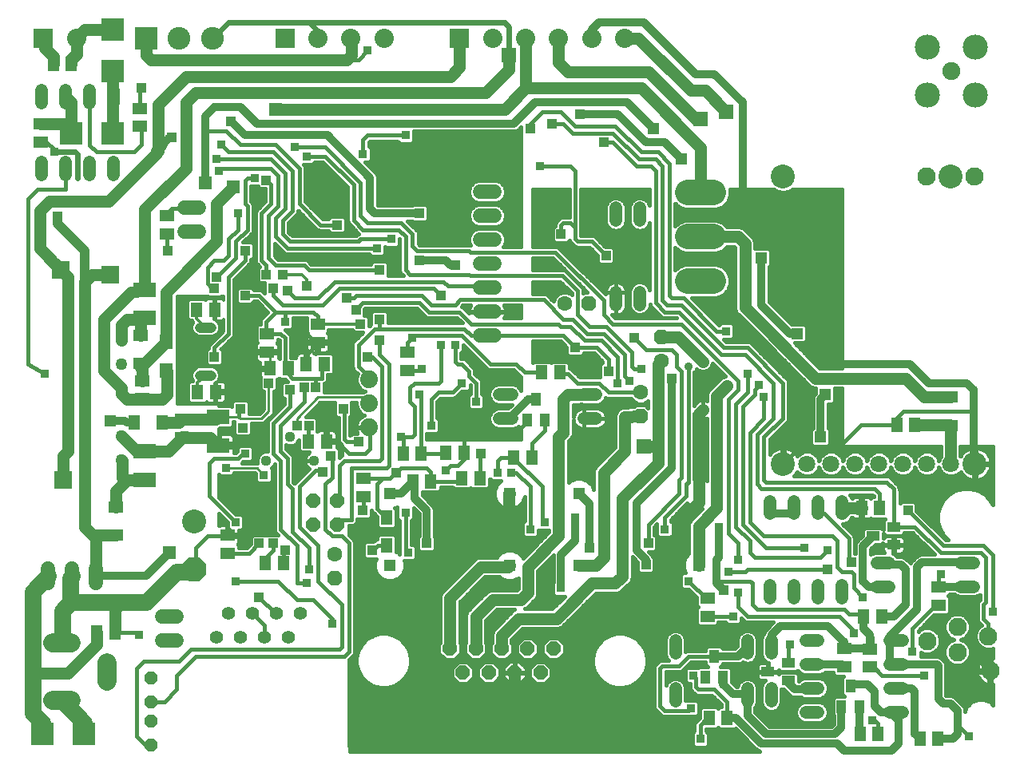
<source format=gbl>
G75*
%MOIN*%
%OFA0B0*%
%FSLAX25Y25*%
%IPPOS*%
%LPD*%
%AMOC8*
5,1,8,0,0,1.08239X$1,22.5*
%
%ADD10R,0.05906X0.05118*%
%ADD11R,0.05118X0.05906*%
%ADD12OC8,0.06300*%
%ADD13C,0.06300*%
%ADD14C,0.10000*%
%ADD15OC8,0.10000*%
%ADD16R,0.09449X0.06299*%
%ADD17R,0.05512X0.06299*%
%ADD18R,0.03937X0.05512*%
%ADD19R,0.09500X0.09500*%
%ADD20C,0.09500*%
%ADD21C,0.06000*%
%ADD22C,0.05200*%
%ADD23C,0.05000*%
%ADD24C,0.07874*%
%ADD25OC8,0.06000*%
%ADD26R,0.08000X0.08000*%
%ADD27C,0.08000*%
%ADD28C,0.07400*%
%ADD29R,0.04724X0.06299*%
%ADD30R,0.06299X0.04724*%
%ADD31OC8,0.05200*%
%ADD32C,0.04400*%
%ADD33R,0.05512X0.03937*%
%ADD34C,0.04400*%
%ADD35C,0.10650*%
%ADD36R,0.05150X0.05150*%
%ADD37C,0.07600*%
%ADD38C,0.07087*%
%ADD39C,0.07677*%
%ADD40C,0.05543*%
%ADD41C,0.07500*%
%ADD42C,0.10500*%
%ADD43R,0.09449X0.09449*%
%ADD44R,0.04724X0.05906*%
%ADD45C,0.07000*%
%ADD46R,0.03962X0.03962*%
%ADD47C,0.01000*%
%ADD48C,0.01600*%
%ADD49C,0.05000*%
%ADD50R,0.03569X0.03569*%
%ADD51C,0.02400*%
%ADD52R,0.05906X0.05906*%
%ADD53C,0.03200*%
%ADD54R,0.07677X0.07677*%
%ADD55C,0.04000*%
%ADD56R,0.05315X0.05315*%
%ADD57C,0.01200*%
%ADD58R,0.04750X0.04750*%
%ADD59R,0.04356X0.04356*%
%ADD60C,0.03569*%
D10*
X0092724Y0116643D03*
X0092724Y0124123D03*
X0073669Y0164950D03*
X0073669Y0172430D03*
X0056937Y0181170D03*
X0056937Y0188650D03*
X0109102Y0200737D03*
X0109102Y0208217D03*
X0130244Y0204674D03*
X0130244Y0212154D03*
X0167803Y0200461D03*
X0167803Y0192981D03*
X0149378Y0147863D03*
X0149378Y0140383D03*
X0067488Y0249989D03*
X0067488Y0257469D03*
X0055992Y0294871D03*
X0055992Y0302351D03*
X0014654Y0295855D03*
X0014654Y0288375D03*
X0292882Y0097824D03*
X0292882Y0090343D03*
X0349890Y0076879D03*
X0349890Y0069398D03*
X0360795Y0069083D03*
X0360795Y0076564D03*
X0389339Y0095068D03*
X0389339Y0102548D03*
D11*
X0365520Y0090265D03*
X0358039Y0090265D03*
X0357252Y0135540D03*
X0364732Y0135540D03*
X0371976Y0170343D03*
X0379457Y0170343D03*
X0301150Y0047942D03*
X0293669Y0047942D03*
X0356583Y0041131D03*
X0364063Y0041131D03*
X0381583Y0039162D03*
X0389063Y0039162D03*
X0231268Y0192115D03*
X0223787Y0192115D03*
X0219575Y0156603D03*
X0212094Y0156603D03*
X0197882Y0148060D03*
X0190402Y0148060D03*
X0191228Y0158650D03*
X0183748Y0158650D03*
X0173354Y0158257D03*
X0165874Y0158257D03*
X0170008Y0146643D03*
X0177488Y0146643D03*
X0133866Y0163375D03*
X0126386Y0163375D03*
X0117843Y0193847D03*
X0110362Y0193847D03*
X0125480Y0195698D03*
X0132961Y0195698D03*
X0087606Y0183965D03*
X0080126Y0183965D03*
X0079811Y0218414D03*
X0087291Y0218414D03*
X0108394Y0112627D03*
X0115874Y0112627D03*
X0045638Y0083729D03*
X0038157Y0083729D03*
X0027449Y0320973D03*
X0019969Y0320973D03*
D12*
X0243433Y0220855D03*
X0273512Y0206957D03*
X0264929Y0173808D03*
X0137488Y0106091D03*
D13*
X0137488Y0116091D03*
X0233433Y0220855D03*
X0273512Y0196957D03*
X0264929Y0183808D03*
D14*
X0324496Y0153965D03*
X0404496Y0153965D03*
X0394496Y0273965D03*
X0324496Y0273965D03*
X0078709Y0129989D03*
D15*
X0078709Y0109989D03*
D16*
X0058157Y0147312D03*
X0058157Y0159123D03*
X0088669Y0161721D03*
X0088669Y0173532D03*
X0058157Y0214910D03*
X0058157Y0226721D03*
D17*
X0067016Y0204753D03*
X0067016Y0192942D03*
D18*
X0217646Y0172272D03*
X0225126Y0172272D03*
X0221386Y0180934D03*
X0295677Y0073650D03*
X0291937Y0064989D03*
X0299417Y0064989D03*
X0348827Y0052548D03*
X0356307Y0052548D03*
X0352567Y0061209D03*
D19*
X0058669Y0331603D03*
D20*
X0072449Y0331603D03*
X0086228Y0331603D03*
D21*
X0080646Y0260855D02*
X0074646Y0260855D01*
X0074646Y0250855D02*
X0080646Y0250855D01*
X0197953Y0247548D02*
X0203953Y0247548D01*
X0203953Y0237548D02*
X0197953Y0237548D01*
X0197953Y0227548D02*
X0203953Y0227548D01*
X0203953Y0217548D02*
X0197953Y0217548D01*
X0197953Y0207548D02*
X0203953Y0207548D01*
X0203953Y0257548D02*
X0197953Y0257548D01*
X0197953Y0267548D02*
X0203953Y0267548D01*
X0037803Y0110115D02*
X0037803Y0104115D01*
X0027803Y0104115D02*
X0027803Y0110115D01*
X0017803Y0110115D02*
X0017803Y0104115D01*
X0065433Y0090383D02*
X0071433Y0090383D01*
X0071433Y0080383D02*
X0065433Y0080383D01*
D22*
X0206028Y0172902D02*
X0211228Y0172902D01*
X0211228Y0182902D02*
X0206028Y0182902D01*
X0241228Y0182902D02*
X0246428Y0182902D01*
X0246428Y0172902D02*
X0241228Y0172902D01*
X0254654Y0220380D02*
X0254654Y0225580D01*
X0264654Y0225580D02*
X0264654Y0220380D01*
X0264654Y0255580D02*
X0264654Y0260780D01*
X0254654Y0260780D02*
X0254654Y0255580D01*
X0318984Y0138378D02*
X0318984Y0133178D01*
X0328984Y0133178D02*
X0328984Y0138378D01*
X0338984Y0138378D02*
X0338984Y0133178D01*
X0348984Y0133178D02*
X0348984Y0138378D01*
X0363509Y0112666D02*
X0368709Y0112666D01*
X0368709Y0102666D02*
X0363509Y0102666D01*
X0348984Y0103178D02*
X0348984Y0097978D01*
X0338984Y0097978D02*
X0338984Y0103178D01*
X0328984Y0103178D02*
X0328984Y0097978D01*
X0318984Y0097978D02*
X0318984Y0103178D01*
X0319575Y0080148D02*
X0319575Y0074948D01*
X0309575Y0074948D02*
X0309575Y0080148D01*
X0309575Y0060148D02*
X0309575Y0054948D01*
X0319575Y0054948D02*
X0319575Y0060148D01*
X0333942Y0060265D02*
X0339142Y0060265D01*
X0339142Y0070265D02*
X0333942Y0070265D01*
X0333942Y0080265D02*
X0339142Y0080265D01*
X0369142Y0080265D02*
X0374342Y0080265D01*
X0374342Y0070265D02*
X0369142Y0070265D01*
X0369142Y0060265D02*
X0374342Y0060265D01*
X0374342Y0050265D02*
X0369142Y0050265D01*
X0339142Y0050265D02*
X0333942Y0050265D01*
X0279575Y0054948D02*
X0279575Y0060148D01*
X0279575Y0074948D02*
X0279575Y0080148D01*
X0398709Y0102666D02*
X0403909Y0102666D01*
X0403909Y0112666D02*
X0398709Y0112666D01*
X0045126Y0274633D02*
X0045126Y0279833D01*
X0035126Y0279833D02*
X0035126Y0274633D01*
X0025126Y0274633D02*
X0025126Y0279833D01*
X0015126Y0279833D02*
X0015126Y0274633D01*
X0015126Y0304633D02*
X0015126Y0309833D01*
X0025126Y0309833D02*
X0025126Y0304633D01*
X0035126Y0304633D02*
X0035126Y0309833D01*
X0045126Y0309833D02*
X0045126Y0304633D01*
D23*
X0048370Y0205524D03*
X0048370Y0195524D03*
X0048370Y0185524D03*
X0048370Y0165524D03*
X0048370Y0155524D03*
D24*
X0027488Y0079280D02*
X0019614Y0079280D01*
X0042449Y0071013D02*
X0042449Y0063139D01*
X0027488Y0055265D02*
X0019614Y0055265D01*
D25*
X0128394Y0128611D03*
X0138394Y0128611D03*
X0138394Y0138611D03*
X0128394Y0138611D03*
X0185416Y0076800D03*
X0196216Y0076800D03*
X0207016Y0076800D03*
X0217816Y0076800D03*
X0228616Y0076800D03*
X0223216Y0066800D03*
X0212416Y0066800D03*
X0201616Y0066800D03*
X0190816Y0066800D03*
D26*
X0189417Y0331603D03*
X0116543Y0331603D03*
X0015795Y0331603D03*
D27*
X0029575Y0331603D03*
X0130323Y0331603D03*
X0144102Y0331603D03*
X0157882Y0331603D03*
X0203197Y0331603D03*
X0216976Y0331603D03*
X0230756Y0331603D03*
X0244535Y0331603D03*
X0258315Y0331603D03*
D28*
X0151740Y0189202D03*
X0151740Y0179202D03*
X0151740Y0169202D03*
D29*
X0065441Y0171170D03*
X0053630Y0171170D03*
D30*
X0056465Y0195934D03*
X0056465Y0207745D03*
X0045953Y0135934D03*
X0045953Y0124123D03*
X0394378Y0170028D03*
X0394378Y0181839D03*
D31*
X0060559Y0064595D03*
X0060559Y0054595D03*
X0060559Y0046485D03*
X0060559Y0036485D03*
D32*
X0081154Y0191052D02*
X0085554Y0191052D01*
X0085554Y0211052D02*
X0081154Y0211052D01*
D33*
X0318079Y0067194D03*
X0326740Y0070934D03*
X0326740Y0063454D03*
X0370677Y0120107D03*
X0370677Y0127587D03*
X0362016Y0123847D03*
D34*
X0300992Y0186603D03*
X0290992Y0176603D03*
X0290992Y0196603D03*
X0128748Y0155304D03*
X0118748Y0165304D03*
X0108748Y0155304D03*
D35*
X0284762Y0230269D02*
X0295412Y0230269D01*
X0295412Y0248769D02*
X0284762Y0248769D01*
X0284762Y0267269D02*
X0295412Y0267269D01*
D36*
X0289220Y0141564D03*
X0289220Y0111564D03*
X0239220Y0111564D03*
X0210283Y0111564D03*
X0210283Y0141564D03*
X0239220Y0141564D03*
X0160283Y0141564D03*
X0160283Y0111564D03*
D37*
X0384496Y0273965D03*
X0404496Y0273965D03*
D38*
X0394496Y0153965D03*
X0384496Y0153965D03*
X0374496Y0153965D03*
X0364496Y0153965D03*
X0354496Y0153965D03*
X0344496Y0153965D03*
X0334496Y0153965D03*
D39*
X0397173Y0085973D03*
X0397173Y0075343D03*
X0384575Y0080068D03*
X0410165Y0082036D03*
X0410953Y0067469D03*
D40*
X0122941Y0091446D03*
X0112941Y0091446D03*
X0102941Y0091446D03*
X0107941Y0081446D03*
X0117941Y0081446D03*
X0097941Y0081446D03*
X0092941Y0091446D03*
X0087941Y0081446D03*
D41*
X0394575Y0317902D03*
D42*
X0384536Y0327941D03*
X0384536Y0307863D03*
X0404614Y0307863D03*
X0404614Y0327941D03*
D43*
X0015480Y0041091D03*
X0032803Y0041091D03*
X0027291Y0292076D03*
X0044614Y0292076D03*
X0044811Y0317863D03*
X0044811Y0335186D03*
D44*
X0158984Y0131446D03*
X0158984Y0120028D03*
D45*
X0078709Y0109989D02*
X0077724Y0109005D01*
X0071386Y0109005D01*
X0058591Y0096209D01*
X0048748Y0096209D01*
X0027094Y0096209D01*
X0027094Y0106406D01*
X0027803Y0107115D01*
X0017803Y0107115D02*
X0011346Y0100658D01*
X0011346Y0067666D01*
X0011346Y0049950D01*
X0015480Y0045816D01*
X0015480Y0041091D01*
X0023551Y0055265D02*
X0032803Y0046013D01*
X0032803Y0041091D01*
X0023551Y0079280D02*
X0023551Y0092666D01*
X0027094Y0096209D01*
D46*
X0100913Y0139517D03*
X0105835Y0120816D03*
X0111740Y0120816D03*
X0116661Y0117863D03*
X0105835Y0098178D03*
X0148157Y0112942D03*
X0153079Y0117863D03*
X0145205Y0126721D03*
X0149142Y0134595D03*
X0162921Y0150343D03*
X0147173Y0163139D03*
X0135756Y0157233D03*
X0132409Y0150737D03*
X0126504Y0170028D03*
X0121583Y0170028D03*
X0118630Y0184792D03*
X0124535Y0185776D03*
X0129457Y0185776D03*
X0140874Y0176918D03*
X0151110Y0198572D03*
X0156031Y0205461D03*
X0156031Y0214320D03*
X0148157Y0212351D03*
X0146189Y0218257D03*
X0142252Y0223178D03*
X0156031Y0234989D03*
X0144220Y0238926D03*
X0138315Y0253690D03*
X0115677Y0233020D03*
X0108787Y0233020D03*
X0111740Y0227115D03*
X0117646Y0226131D03*
X0125520Y0228099D03*
X0123551Y0210383D03*
X0102882Y0203493D03*
X0104850Y0191682D03*
X0109772Y0187745D03*
X0097961Y0176918D03*
X0098945Y0169044D03*
X0098945Y0164123D03*
X0087134Y0198572D03*
X0099929Y0224162D03*
X0099929Y0231052D03*
X0099929Y0242863D03*
X0088118Y0232036D03*
X0087134Y0227115D03*
X0067646Y0243060D03*
X0104850Y0265501D03*
X0108787Y0272391D03*
X0130441Y0278296D03*
X0094024Y0296997D03*
X0069417Y0290107D03*
X0056622Y0310776D03*
X0021583Y0257233D03*
X0169811Y0215304D03*
X0181622Y0224162D03*
X0187528Y0236957D03*
X0187528Y0251721D03*
X0172764Y0258611D03*
X0172764Y0238926D03*
X0224929Y0237942D03*
X0224929Y0228099D03*
X0231819Y0249753D03*
X0226898Y0262548D03*
X0250520Y0240894D03*
X0262331Y0206446D03*
X0251504Y0192666D03*
X0244614Y0191682D03*
X0237724Y0202509D03*
X0210165Y0191682D03*
X0198354Y0158217D03*
X0191465Y0138532D03*
X0202291Y0135580D03*
X0214102Y0122784D03*
X0225913Y0099162D03*
X0243630Y0118847D03*
X0267252Y0111957D03*
X0268236Y0120816D03*
X0299732Y0101131D03*
X0290874Y0081446D03*
X0343039Y0109989D03*
X0352882Y0112942D03*
X0376504Y0134595D03*
X0328276Y0222194D03*
X0278079Y0189713D03*
X0245598Y0160186D03*
X0175717Y0120816D03*
X0168827Y0100146D03*
X0249535Y0288139D03*
X0239693Y0299950D03*
X0227882Y0296013D03*
X0219024Y0294044D03*
D47*
X0109299Y0208414D02*
X0109102Y0208217D01*
X0109102Y0200737D02*
X0110362Y0199477D01*
X0110362Y0193847D01*
X0106031Y0193847D01*
X0104850Y0191682D01*
X0109772Y0187745D02*
X0109772Y0175934D01*
X0106819Y0172981D01*
X0097961Y0172981D01*
X0097409Y0173532D01*
X0088669Y0173532D01*
X0088106Y0179513D02*
X0090363Y0179513D01*
X0090744Y0179615D01*
X0091086Y0179812D01*
X0091366Y0180092D01*
X0091563Y0180434D01*
X0091665Y0180815D01*
X0091665Y0183465D01*
X0088106Y0183465D01*
X0088106Y0179513D01*
X0088106Y0180056D02*
X0087106Y0180056D01*
X0087106Y0179513D02*
X0084850Y0179513D01*
X0084468Y0179615D01*
X0084126Y0179812D01*
X0083847Y0180092D01*
X0083757Y0180247D01*
X0083224Y0179713D01*
X0077028Y0179713D01*
X0076267Y0180474D01*
X0076267Y0187457D01*
X0077028Y0188218D01*
X0078226Y0188218D01*
X0078226Y0188611D01*
X0078436Y0188821D01*
X0078187Y0189069D01*
X0077654Y0190356D01*
X0077654Y0191748D01*
X0078187Y0193035D01*
X0079172Y0194019D01*
X0080458Y0194552D01*
X0086251Y0194552D01*
X0087537Y0194019D01*
X0088521Y0193035D01*
X0089054Y0191748D01*
X0089054Y0190356D01*
X0088521Y0189069D01*
X0087537Y0188085D01*
X0087106Y0187906D01*
X0087106Y0184465D01*
X0088106Y0184465D01*
X0091665Y0184465D01*
X0091665Y0187116D01*
X0091563Y0187497D01*
X0091366Y0187839D01*
X0091086Y0188118D01*
X0090744Y0188316D01*
X0090363Y0188418D01*
X0088106Y0188418D01*
X0088106Y0184465D01*
X0088106Y0183465D01*
X0087106Y0183465D01*
X0087106Y0179513D01*
X0087106Y0181054D02*
X0088106Y0181054D01*
X0088106Y0182053D02*
X0087106Y0182053D01*
X0087106Y0183051D02*
X0088106Y0183051D01*
X0088106Y0184050D02*
X0094024Y0184050D01*
X0094024Y0185048D02*
X0091665Y0185048D01*
X0091665Y0186047D02*
X0094024Y0186047D01*
X0094024Y0187045D02*
X0091665Y0187045D01*
X0091161Y0188044D02*
X0094024Y0188044D01*
X0094024Y0189042D02*
X0088494Y0189042D01*
X0088106Y0188044D02*
X0087437Y0188044D01*
X0087106Y0187045D02*
X0088106Y0187045D01*
X0088106Y0186047D02*
X0087106Y0186047D01*
X0087106Y0185048D02*
X0088106Y0185048D01*
X0091665Y0183051D02*
X0094024Y0183051D01*
X0094024Y0182053D02*
X0091665Y0182053D01*
X0091665Y0181054D02*
X0094024Y0181054D01*
X0094024Y0180056D02*
X0091330Y0180056D01*
X0094024Y0179057D02*
X0071386Y0179057D01*
X0071386Y0178887D02*
X0071386Y0224162D01*
X0084286Y0224162D01*
X0084614Y0223834D01*
X0089653Y0223834D01*
X0089982Y0224162D01*
X0090939Y0224162D01*
X0090939Y0222399D01*
X0090771Y0222567D01*
X0090429Y0222765D01*
X0090048Y0222867D01*
X0087791Y0222867D01*
X0087791Y0218914D01*
X0086791Y0218914D01*
X0086791Y0222867D01*
X0084535Y0222867D01*
X0084153Y0222765D01*
X0083811Y0222567D01*
X0083532Y0222288D01*
X0083443Y0222133D01*
X0082909Y0222667D01*
X0076713Y0222667D01*
X0075952Y0221905D01*
X0075952Y0214923D01*
X0076713Y0214161D01*
X0077911Y0214161D01*
X0077911Y0213808D01*
X0078436Y0213283D01*
X0078187Y0213035D01*
X0077654Y0211748D01*
X0077654Y0210356D01*
X0078187Y0209069D01*
X0079172Y0208085D01*
X0080458Y0207552D01*
X0086251Y0207552D01*
X0087537Y0208085D01*
X0088521Y0209069D01*
X0089054Y0210356D01*
X0089054Y0211748D01*
X0088521Y0213035D01*
X0087537Y0214019D01*
X0086791Y0214328D01*
X0086791Y0217914D01*
X0087791Y0217914D01*
X0087791Y0213961D01*
X0090048Y0213961D01*
X0090429Y0214064D01*
X0090771Y0214261D01*
X0090939Y0214429D01*
X0090939Y0209284D01*
X0085034Y0203379D01*
X0085034Y0201853D01*
X0084614Y0201853D01*
X0083853Y0201091D01*
X0083853Y0196052D01*
X0084614Y0195291D01*
X0089653Y0195291D01*
X0090415Y0196052D01*
X0090415Y0201091D01*
X0089653Y0201853D01*
X0089448Y0201853D01*
X0093909Y0206314D01*
X0094024Y0206429D01*
X0094024Y0178887D01*
X0071386Y0178887D01*
X0071386Y0180056D02*
X0076686Y0180056D01*
X0076267Y0181054D02*
X0071386Y0181054D01*
X0071386Y0182053D02*
X0076267Y0182053D01*
X0076267Y0183051D02*
X0071386Y0183051D01*
X0071386Y0184050D02*
X0076267Y0184050D01*
X0076267Y0185048D02*
X0071386Y0185048D01*
X0071386Y0186047D02*
X0076267Y0186047D01*
X0076267Y0187045D02*
X0071386Y0187045D01*
X0071386Y0188044D02*
X0076854Y0188044D01*
X0078214Y0189042D02*
X0071386Y0189042D01*
X0071386Y0190041D02*
X0077785Y0190041D01*
X0077654Y0191039D02*
X0071386Y0191039D01*
X0071386Y0192038D02*
X0077774Y0192038D01*
X0078189Y0193036D02*
X0071386Y0193036D01*
X0071386Y0194035D02*
X0079209Y0194035D01*
X0083873Y0196032D02*
X0071386Y0196032D01*
X0071386Y0197030D02*
X0083853Y0197030D01*
X0083853Y0198029D02*
X0071386Y0198029D01*
X0071386Y0199027D02*
X0083853Y0199027D01*
X0083853Y0200026D02*
X0071386Y0200026D01*
X0071386Y0201024D02*
X0083853Y0201024D01*
X0085034Y0202023D02*
X0071386Y0202023D01*
X0071386Y0203021D02*
X0085034Y0203021D01*
X0085675Y0204020D02*
X0071386Y0204020D01*
X0071386Y0205018D02*
X0086674Y0205018D01*
X0087672Y0206017D02*
X0071386Y0206017D01*
X0071386Y0207015D02*
X0088671Y0207015D01*
X0089669Y0208014D02*
X0087366Y0208014D01*
X0088464Y0209012D02*
X0090668Y0209012D01*
X0090939Y0210011D02*
X0088911Y0210011D01*
X0089054Y0211009D02*
X0090939Y0211009D01*
X0090939Y0212008D02*
X0088947Y0212008D01*
X0088533Y0213006D02*
X0090939Y0213006D01*
X0090939Y0214005D02*
X0090210Y0214005D01*
X0087791Y0214005D02*
X0087551Y0214005D01*
X0087791Y0215003D02*
X0086791Y0215003D01*
X0086791Y0216002D02*
X0087791Y0216002D01*
X0087791Y0217000D02*
X0086791Y0217000D01*
X0086791Y0218997D02*
X0087791Y0218997D01*
X0087791Y0219996D02*
X0086791Y0219996D01*
X0086791Y0220994D02*
X0087791Y0220994D01*
X0087791Y0221993D02*
X0086791Y0221993D01*
X0084458Y0223990D02*
X0071386Y0223990D01*
X0071386Y0222992D02*
X0090939Y0222992D01*
X0090939Y0223990D02*
X0089810Y0223990D01*
X0077911Y0214005D02*
X0071386Y0214005D01*
X0071386Y0215003D02*
X0075952Y0215003D01*
X0075952Y0216002D02*
X0071386Y0216002D01*
X0071386Y0217000D02*
X0075952Y0217000D01*
X0075952Y0217999D02*
X0071386Y0217999D01*
X0071386Y0218997D02*
X0075952Y0218997D01*
X0075952Y0219996D02*
X0071386Y0219996D01*
X0071386Y0220994D02*
X0075952Y0220994D01*
X0076040Y0221993D02*
X0071386Y0221993D01*
X0071386Y0213006D02*
X0078176Y0213006D01*
X0077762Y0212008D02*
X0071386Y0212008D01*
X0071386Y0211009D02*
X0077654Y0211009D01*
X0077797Y0210011D02*
X0071386Y0210011D01*
X0071386Y0209012D02*
X0078244Y0209012D01*
X0079343Y0208014D02*
X0071386Y0208014D01*
X0071386Y0195033D02*
X0094024Y0195033D01*
X0094024Y0194035D02*
X0087499Y0194035D01*
X0088520Y0193036D02*
X0094024Y0193036D01*
X0094024Y0192038D02*
X0088934Y0192038D01*
X0089054Y0191039D02*
X0094024Y0191039D01*
X0094024Y0190041D02*
X0088924Y0190041D01*
X0090395Y0196032D02*
X0094024Y0196032D01*
X0094024Y0197030D02*
X0090415Y0197030D01*
X0090415Y0198029D02*
X0094024Y0198029D01*
X0094024Y0199027D02*
X0090415Y0199027D01*
X0090415Y0200026D02*
X0094024Y0200026D01*
X0094024Y0201024D02*
X0090415Y0201024D01*
X0089618Y0202023D02*
X0094024Y0202023D01*
X0094024Y0203021D02*
X0090616Y0203021D01*
X0091615Y0204020D02*
X0094024Y0204020D01*
X0094024Y0205018D02*
X0092613Y0205018D01*
X0093612Y0206017D02*
X0094024Y0206017D01*
X0083883Y0180056D02*
X0083566Y0180056D01*
X0088669Y0161721D02*
X0097409Y0161721D01*
X0098945Y0164123D01*
X0104850Y0152312D02*
X0092055Y0152312D01*
X0104850Y0152312D02*
X0107803Y0149359D01*
X0121583Y0170028D02*
X0121583Y0172981D01*
X0130441Y0181839D01*
X0149102Y0181839D01*
X0151740Y0179202D01*
D48*
X0149684Y0174317D02*
X0149629Y0174299D01*
X0148858Y0173906D01*
X0148157Y0173397D01*
X0147545Y0172785D01*
X0147036Y0172084D01*
X0146643Y0171313D01*
X0146376Y0170489D01*
X0146240Y0169634D01*
X0146240Y0169402D01*
X0151540Y0169402D01*
X0151540Y0169002D01*
X0146240Y0169002D01*
X0146240Y0168769D01*
X0146376Y0167914D01*
X0146643Y0167090D01*
X0146832Y0166720D01*
X0144529Y0166720D01*
X0143668Y0165858D01*
X0143668Y0173487D01*
X0144455Y0174274D01*
X0144455Y0179562D01*
X0144278Y0179739D01*
X0146440Y0179739D01*
X0146440Y0178147D01*
X0147247Y0176199D01*
X0148738Y0174708D01*
X0149684Y0174317D01*
X0148702Y0174745D02*
X0144455Y0174745D01*
X0144455Y0176343D02*
X0147187Y0176343D01*
X0146525Y0177942D02*
X0144455Y0177942D01*
X0144455Y0179540D02*
X0146440Y0179540D01*
X0149329Y0183939D02*
X0133038Y0183939D01*
X0133038Y0187555D01*
X0133336Y0187679D01*
X0134011Y0188354D01*
X0134376Y0189236D01*
X0134376Y0191145D01*
X0136182Y0191145D01*
X0137120Y0192082D01*
X0137120Y0199313D01*
X0136182Y0200250D01*
X0129739Y0200250D01*
X0129362Y0199873D01*
X0129145Y0200091D01*
X0128756Y0200315D01*
X0129765Y0200315D01*
X0129765Y0204194D01*
X0130724Y0204194D01*
X0130724Y0205154D01*
X0134997Y0205154D01*
X0134997Y0207470D01*
X0134874Y0207928D01*
X0134637Y0208338D01*
X0134420Y0208556D01*
X0134797Y0208933D01*
X0134797Y0209954D01*
X0144576Y0209954D01*
X0144576Y0209707D01*
X0145514Y0208770D01*
X0149056Y0208770D01*
X0145139Y0204852D01*
X0144773Y0203970D01*
X0144773Y0194157D01*
X0145139Y0193275D01*
X0145814Y0192600D01*
X0146943Y0191470D01*
X0146440Y0190256D01*
X0146440Y0188147D01*
X0147247Y0186199D01*
X0148738Y0184708D01*
X0149962Y0184202D01*
X0149329Y0183939D01*
X0149637Y0184336D02*
X0133038Y0184336D01*
X0133038Y0185934D02*
X0147512Y0185934D01*
X0146695Y0187533D02*
X0133038Y0187533D01*
X0134333Y0189131D02*
X0146440Y0189131D01*
X0146637Y0190730D02*
X0134376Y0190730D01*
X0131976Y0189713D02*
X0131976Y0194713D01*
X0132961Y0195698D01*
X0137120Y0195525D02*
X0144773Y0195525D01*
X0144773Y0197124D02*
X0137120Y0197124D01*
X0137120Y0198723D02*
X0144773Y0198723D01*
X0144773Y0200321D02*
X0133456Y0200321D01*
X0133434Y0200315D02*
X0133892Y0200438D01*
X0134302Y0200675D01*
X0134637Y0201010D01*
X0134874Y0201420D01*
X0134997Y0201878D01*
X0134997Y0204194D01*
X0130724Y0204194D01*
X0130724Y0200315D01*
X0133434Y0200315D01*
X0134997Y0201920D02*
X0144773Y0201920D01*
X0144773Y0203518D02*
X0134997Y0203518D01*
X0134997Y0206715D02*
X0147001Y0206715D01*
X0145403Y0205117D02*
X0130724Y0205117D01*
X0131150Y0205580D02*
X0130244Y0204674D01*
X0129260Y0204674D01*
X0123551Y0210383D01*
X0125691Y0209912D02*
X0116589Y0209912D01*
X0116550Y0209951D02*
X0119108Y0209951D01*
X0120046Y0210888D01*
X0120046Y0214872D01*
X0125691Y0214872D01*
X0125691Y0208933D01*
X0126068Y0208556D01*
X0125851Y0208338D01*
X0125614Y0207928D01*
X0125491Y0207470D01*
X0125491Y0205154D01*
X0129764Y0205154D01*
X0129764Y0204194D01*
X0125491Y0204194D01*
X0125491Y0201878D01*
X0125614Y0201420D01*
X0125851Y0201010D01*
X0126186Y0200675D01*
X0126574Y0200450D01*
X0125960Y0200450D01*
X0125960Y0196177D01*
X0125001Y0196177D01*
X0125001Y0200450D01*
X0122684Y0200450D01*
X0122226Y0200328D01*
X0121816Y0200091D01*
X0121481Y0199756D01*
X0121244Y0199345D01*
X0121121Y0198887D01*
X0121121Y0198343D01*
X0121064Y0198400D01*
X0119061Y0198400D01*
X0119061Y0206923D01*
X0118696Y0207805D01*
X0116728Y0209774D01*
X0116550Y0209951D01*
X0118188Y0208314D02*
X0125837Y0208314D01*
X0125491Y0206715D02*
X0119061Y0206715D01*
X0119061Y0205117D02*
X0129764Y0205117D01*
X0130244Y0204674D02*
X0130244Y0204280D01*
X0125520Y0199556D01*
X0125520Y0195737D01*
X0125480Y0195698D01*
X0125001Y0197124D02*
X0125960Y0197124D01*
X0125960Y0198723D02*
X0125001Y0198723D01*
X0125001Y0200321D02*
X0125960Y0200321D01*
X0125491Y0201920D02*
X0119061Y0201920D01*
X0119061Y0203518D02*
X0125491Y0203518D01*
X0129765Y0203518D02*
X0130724Y0203518D01*
X0130724Y0201920D02*
X0129765Y0201920D01*
X0129765Y0200321D02*
X0130724Y0200321D01*
X0122215Y0200321D02*
X0119061Y0200321D01*
X0119061Y0198723D02*
X0121121Y0198723D01*
X0116661Y0195028D02*
X0116661Y0206446D01*
X0114693Y0208414D01*
X0109299Y0208414D01*
X0109102Y0208217D02*
X0108787Y0208532D01*
X0108787Y0213335D01*
X0112724Y0217272D01*
X0105835Y0224162D01*
X0099929Y0224162D01*
X0096348Y0224299D02*
X0095439Y0224299D01*
X0095439Y0225897D02*
X0096348Y0225897D01*
X0096348Y0226806D02*
X0096348Y0221518D01*
X0097285Y0220581D01*
X0102573Y0220581D01*
X0103510Y0221518D01*
X0103510Y0221762D01*
X0104841Y0221762D01*
X0109330Y0217272D01*
X0107428Y0215370D01*
X0106753Y0214695D01*
X0106387Y0213813D01*
X0106387Y0212376D01*
X0105487Y0212376D01*
X0104550Y0211439D01*
X0104550Y0204996D01*
X0104927Y0204619D01*
X0104709Y0204401D01*
X0104472Y0203991D01*
X0104350Y0203533D01*
X0104350Y0201217D01*
X0108623Y0201217D01*
X0108623Y0200257D01*
X0104350Y0200257D01*
X0104350Y0197941D01*
X0104472Y0197483D01*
X0104709Y0197073D01*
X0105044Y0196738D01*
X0105455Y0196501D01*
X0105913Y0196378D01*
X0106003Y0196378D01*
X0106003Y0194327D01*
X0109883Y0194327D01*
X0109883Y0193368D01*
X0106003Y0193368D01*
X0106003Y0190658D01*
X0106126Y0190200D01*
X0106191Y0190088D01*
X0106191Y0185101D01*
X0107128Y0184164D01*
X0107672Y0184164D01*
X0107672Y0176804D01*
X0105949Y0175081D01*
X0101542Y0175081D01*
X0101542Y0179562D01*
X0100604Y0180499D01*
X0095317Y0180499D01*
X0094380Y0179562D01*
X0094380Y0177959D01*
X0094056Y0178282D01*
X0089102Y0178282D01*
X0089102Y0179213D01*
X0090402Y0179213D01*
X0090860Y0179335D01*
X0091271Y0179572D01*
X0091606Y0179907D01*
X0091843Y0180318D01*
X0091965Y0180776D01*
X0091965Y0183486D01*
X0089102Y0183486D01*
X0089102Y0184445D01*
X0091965Y0184445D01*
X0091965Y0187155D01*
X0091843Y0187613D01*
X0091606Y0188023D01*
X0091271Y0188358D01*
X0090860Y0188595D01*
X0090402Y0188718D01*
X0089102Y0188718D01*
X0089102Y0189688D01*
X0089354Y0190296D01*
X0089354Y0191808D01*
X0089102Y0192416D01*
X0089102Y0194991D01*
X0089778Y0194991D01*
X0090715Y0195928D01*
X0090715Y0201215D01*
X0089975Y0201956D01*
X0094399Y0206380D01*
X0095074Y0207055D01*
X0095439Y0207937D01*
X0095439Y0231042D01*
X0101964Y0237566D01*
X0102329Y0238449D01*
X0102329Y0239282D01*
X0102573Y0239282D01*
X0103510Y0240219D01*
X0103510Y0245507D01*
X0102573Y0246444D01*
X0099030Y0246444D01*
X0102273Y0249687D01*
X0102948Y0250362D01*
X0103313Y0251244D01*
X0103313Y0262041D01*
X0102948Y0262923D01*
X0102329Y0263542D01*
X0102329Y0269991D01*
X0105206Y0269991D01*
X0105206Y0269747D01*
X0106144Y0268809D01*
X0108356Y0268809D01*
X0108356Y0263542D01*
X0105459Y0260646D01*
X0104784Y0259971D01*
X0104419Y0259088D01*
X0104419Y0238449D01*
X0104784Y0237566D01*
X0105459Y0236891D01*
X0105459Y0236891D01*
X0105946Y0236404D01*
X0105206Y0235664D01*
X0105206Y0230377D01*
X0106144Y0229439D01*
X0108159Y0229439D01*
X0108159Y0225232D01*
X0107194Y0226197D01*
X0106312Y0226562D01*
X0103510Y0226562D01*
X0103510Y0226806D01*
X0102573Y0227743D01*
X0097285Y0227743D01*
X0096348Y0226806D01*
X0097038Y0227496D02*
X0095439Y0227496D01*
X0095439Y0229094D02*
X0108159Y0229094D01*
X0108159Y0227496D02*
X0102821Y0227496D01*
X0105206Y0230693D02*
X0095439Y0230693D01*
X0095992Y0229083D02*
X0097961Y0231052D01*
X0099929Y0231052D01*
X0099929Y0234989D01*
X0103866Y0238926D01*
X0103866Y0264517D01*
X0104850Y0265501D01*
X0102329Y0265860D02*
X0108356Y0265860D01*
X0108356Y0267459D02*
X0102329Y0267459D01*
X0102329Y0269057D02*
X0105896Y0269057D01*
X0108787Y0272391D02*
X0110756Y0270422D01*
X0110756Y0262548D01*
X0106819Y0258611D01*
X0106819Y0238926D01*
X0108787Y0236957D01*
X0108787Y0233020D01*
X0105206Y0232291D02*
X0096689Y0232291D01*
X0098287Y0233890D02*
X0105206Y0233890D01*
X0105206Y0235488D02*
X0099886Y0235488D01*
X0101484Y0237087D02*
X0105264Y0237087D01*
X0104419Y0238685D02*
X0102329Y0238685D01*
X0103510Y0240284D02*
X0104419Y0240284D01*
X0104419Y0241882D02*
X0103510Y0241882D01*
X0103510Y0243481D02*
X0104419Y0243481D01*
X0104419Y0245079D02*
X0103510Y0245079D01*
X0104419Y0246678D02*
X0099264Y0246678D01*
X0100863Y0248276D02*
X0104419Y0248276D01*
X0104419Y0249875D02*
X0102461Y0249875D01*
X0103313Y0251473D02*
X0104419Y0251473D01*
X0104419Y0253072D02*
X0103313Y0253072D01*
X0103313Y0254670D02*
X0104419Y0254670D01*
X0104419Y0256269D02*
X0103313Y0256269D01*
X0103313Y0257867D02*
X0104419Y0257867D01*
X0104575Y0259466D02*
X0103313Y0259466D01*
X0103313Y0261064D02*
X0105878Y0261064D01*
X0105459Y0260646D02*
X0105459Y0260646D01*
X0107477Y0262663D02*
X0103056Y0262663D01*
X0102329Y0264261D02*
X0108356Y0264261D01*
X0113709Y0261564D02*
X0109772Y0257627D01*
X0109772Y0239910D01*
X0112724Y0236957D01*
X0124535Y0236957D01*
X0126504Y0234989D01*
X0156031Y0234989D01*
X0159613Y0235488D02*
X0164458Y0235488D01*
X0164458Y0234512D02*
X0164824Y0233629D01*
X0165985Y0232468D01*
X0159613Y0232468D01*
X0159613Y0237633D01*
X0158675Y0238570D01*
X0153388Y0238570D01*
X0152450Y0237633D01*
X0152450Y0237389D01*
X0127498Y0237389D01*
X0126570Y0238317D01*
X0125895Y0238992D01*
X0125013Y0239357D01*
X0113719Y0239357D01*
X0112172Y0240904D01*
X0112172Y0245927D01*
X0116286Y0241813D01*
X0117168Y0241447D01*
X0151663Y0241447D01*
X0151663Y0241400D01*
X0152600Y0240463D01*
X0157494Y0240463D01*
X0158431Y0241400D01*
X0158431Y0244474D01*
X0158506Y0244400D01*
X0163400Y0244400D01*
X0164337Y0245337D01*
X0164337Y0247896D01*
X0164458Y0247774D01*
X0164458Y0234512D01*
X0164716Y0233890D02*
X0159613Y0233890D01*
X0159613Y0237087D02*
X0164458Y0237087D01*
X0164458Y0238685D02*
X0126202Y0238685D01*
X0117646Y0243847D02*
X0112724Y0248769D01*
X0112724Y0256643D01*
X0116661Y0260580D01*
X0116661Y0275343D01*
X0110756Y0281249D01*
X0088118Y0281249D01*
X0090087Y0277312D02*
X0089102Y0276328D01*
X0090087Y0277312D02*
X0110756Y0277312D01*
X0113709Y0274359D01*
X0113709Y0261564D01*
X0119614Y0259595D02*
X0115677Y0255658D01*
X0115677Y0249753D01*
X0118630Y0246800D01*
X0147173Y0246800D01*
X0148157Y0247784D01*
X0160953Y0247784D01*
X0164337Y0246678D02*
X0164458Y0246678D01*
X0164458Y0245079D02*
X0164079Y0245079D01*
X0164458Y0243481D02*
X0158431Y0243481D01*
X0158431Y0241882D02*
X0164458Y0241882D01*
X0164458Y0240284D02*
X0112792Y0240284D01*
X0112172Y0241882D02*
X0116216Y0241882D01*
X0114618Y0243481D02*
X0112172Y0243481D01*
X0112172Y0245079D02*
X0113019Y0245079D01*
X0117646Y0243847D02*
X0155047Y0243847D01*
X0149142Y0251721D02*
X0163906Y0251721D01*
X0166858Y0248769D01*
X0166858Y0234989D01*
X0168827Y0233020D01*
X0193433Y0233020D01*
X0194024Y0232430D01*
X0232409Y0232430D01*
X0238709Y0226131D01*
X0238709Y0216288D01*
X0243630Y0211367D01*
X0250520Y0211367D01*
X0261346Y0200540D01*
X0261346Y0194635D01*
X0262331Y0193650D01*
X0265283Y0193650D01*
X0260362Y0188729D02*
X0258394Y0190698D01*
X0258394Y0199556D01*
X0249535Y0208414D01*
X0242646Y0208414D01*
X0236740Y0214320D01*
X0232803Y0214320D01*
X0224535Y0222587D01*
X0189693Y0222587D01*
X0187528Y0220225D01*
X0177685Y0220225D01*
X0173748Y0224162D01*
X0146189Y0224162D01*
X0145205Y0223178D01*
X0142252Y0223178D01*
X0139299Y0227115D02*
X0178669Y0227115D01*
X0181622Y0224162D01*
X0184575Y0228099D02*
X0200402Y0228099D01*
X0200953Y0227548D01*
X0201153Y0217748D02*
X0208753Y0217748D01*
X0208753Y0217926D01*
X0208635Y0218672D01*
X0208401Y0219391D01*
X0208058Y0220064D01*
X0207968Y0220187D01*
X0215087Y0220187D01*
X0215087Y0214751D01*
X0207854Y0214751D01*
X0208058Y0215032D01*
X0208401Y0215705D01*
X0208635Y0216424D01*
X0208753Y0217170D01*
X0208753Y0217348D01*
X0201153Y0217348D01*
X0201153Y0217748D01*
X0200753Y0217748D02*
X0200753Y0217348D01*
X0193153Y0217348D01*
X0193153Y0217170D01*
X0193183Y0216980D01*
X0190856Y0219307D01*
X0190193Y0219581D01*
X0190749Y0220187D01*
X0193937Y0220187D01*
X0193847Y0220064D01*
X0193504Y0219391D01*
X0193271Y0218672D01*
X0193153Y0217926D01*
X0193153Y0217748D01*
X0200753Y0217748D01*
X0193562Y0219503D02*
X0190382Y0219503D01*
X0189496Y0217272D02*
X0194417Y0212351D01*
X0230835Y0212351D01*
X0231819Y0211367D01*
X0235756Y0211367D01*
X0241661Y0205461D01*
X0248551Y0205461D01*
X0255441Y0198572D01*
X0255441Y0187745D01*
X0251504Y0183808D02*
X0247567Y0187745D01*
X0238709Y0187745D01*
X0234772Y0191682D01*
X0231701Y0191682D01*
X0231268Y0192115D01*
X0235427Y0194008D02*
X0235427Y0195730D01*
X0234490Y0196668D01*
X0228046Y0196668D01*
X0227528Y0196149D01*
X0227009Y0196668D01*
X0220566Y0196668D01*
X0220008Y0196110D01*
X0220008Y0205148D01*
X0231691Y0205148D01*
X0234143Y0202696D01*
X0234143Y0199865D01*
X0235081Y0198928D01*
X0240368Y0198928D01*
X0241305Y0199865D01*
X0241305Y0200109D01*
X0245589Y0200109D01*
X0249104Y0196593D01*
X0249104Y0196247D01*
X0248860Y0196247D01*
X0247923Y0195310D01*
X0247923Y0190145D01*
X0239703Y0190145D01*
X0236131Y0193716D01*
X0235427Y0194008D01*
X0235623Y0193927D02*
X0247923Y0193927D01*
X0247923Y0192328D02*
X0237519Y0192328D01*
X0239118Y0190730D02*
X0247923Y0190730D01*
X0251504Y0192666D02*
X0251504Y0197587D01*
X0246583Y0202509D01*
X0237724Y0202509D01*
X0232685Y0207548D01*
X0200953Y0207548D01*
X0200835Y0207430D01*
X0194417Y0207430D01*
X0191465Y0210383D01*
X0156031Y0210383D01*
X0156031Y0214320D01*
X0152450Y0214708D02*
X0151739Y0214708D01*
X0151739Y0214995D02*
X0150801Y0215932D01*
X0149770Y0215932D01*
X0149770Y0218444D01*
X0150136Y0218809D01*
X0171770Y0218809D01*
X0174666Y0215913D01*
X0175341Y0215238D01*
X0176223Y0214872D01*
X0188502Y0214872D01*
X0190592Y0212783D01*
X0159613Y0212783D01*
X0159613Y0216964D01*
X0158675Y0217901D01*
X0153388Y0217901D01*
X0152450Y0216964D01*
X0152450Y0212164D01*
X0152028Y0211742D01*
X0151739Y0211452D01*
X0151739Y0214995D01*
X0152450Y0216306D02*
X0149770Y0216306D01*
X0149770Y0217905D02*
X0172674Y0217905D01*
X0174273Y0216306D02*
X0159613Y0216306D01*
X0159613Y0214708D02*
X0188667Y0214708D01*
X0190265Y0213109D02*
X0159613Y0213109D01*
X0156031Y0210383D02*
X0154063Y0210383D01*
X0147173Y0203493D01*
X0147173Y0194635D01*
X0151740Y0190068D01*
X0151740Y0189202D01*
X0146085Y0192328D02*
X0137120Y0192328D01*
X0137120Y0193927D02*
X0144869Y0193927D01*
X0145814Y0192600D02*
X0145814Y0192600D01*
X0151110Y0198572D02*
X0153079Y0198572D01*
X0157016Y0194635D01*
X0157016Y0156249D01*
X0156031Y0155265D01*
X0141268Y0155265D01*
X0139299Y0153296D01*
X0139299Y0141485D01*
X0138394Y0138611D01*
X0138472Y0130658D02*
X0138394Y0128611D01*
X0138472Y0130658D02*
X0144220Y0130658D01*
X0144220Y0152312D01*
X0158984Y0152312D01*
X0159969Y0153296D01*
X0159969Y0195619D01*
X0156031Y0199556D01*
X0156031Y0205461D01*
X0151797Y0211511D02*
X0151739Y0211511D01*
X0152028Y0211742D02*
X0152028Y0211742D01*
X0151739Y0213109D02*
X0152450Y0213109D01*
X0148600Y0208314D02*
X0134651Y0208314D01*
X0134797Y0209912D02*
X0144576Y0209912D01*
X0146189Y0218257D02*
X0149142Y0221209D01*
X0172764Y0221209D01*
X0176701Y0217272D01*
X0189496Y0217272D01*
X0192258Y0217905D02*
X0193153Y0217905D01*
X0184575Y0228099D02*
X0182606Y0230068D01*
X0137331Y0230068D01*
X0130441Y0223178D01*
X0120598Y0223178D01*
X0117646Y0226131D01*
X0111740Y0227115D02*
X0111740Y0224162D01*
X0115677Y0220225D01*
X0132409Y0220225D01*
X0139299Y0227115D01*
X0128472Y0217272D02*
X0116661Y0217272D01*
X0116661Y0213335D01*
X0120046Y0213109D02*
X0125691Y0213109D01*
X0125691Y0211511D02*
X0120046Y0211511D01*
X0120046Y0214708D02*
X0125691Y0214708D01*
X0128472Y0217272D02*
X0130244Y0215501D01*
X0130244Y0212154D01*
X0116661Y0217272D02*
X0112724Y0217272D01*
X0108698Y0217905D02*
X0095439Y0217905D01*
X0095439Y0219503D02*
X0107100Y0219503D01*
X0105501Y0221102D02*
X0103094Y0221102D01*
X0107494Y0225897D02*
X0108159Y0225897D01*
X0108364Y0216306D02*
X0095439Y0216306D01*
X0095439Y0214708D02*
X0106765Y0214708D01*
X0106387Y0213109D02*
X0095439Y0213109D01*
X0095439Y0211511D02*
X0104621Y0211511D01*
X0104550Y0209912D02*
X0095439Y0209912D01*
X0095439Y0208314D02*
X0104550Y0208314D01*
X0104550Y0206715D02*
X0094734Y0206715D01*
X0093136Y0205117D02*
X0104550Y0205117D01*
X0103866Y0205461D02*
X0103866Y0213335D01*
X0095992Y0221209D01*
X0095992Y0229083D01*
X0093039Y0232036D02*
X0093039Y0208414D01*
X0087134Y0202509D01*
X0087134Y0198572D01*
X0090715Y0198723D02*
X0104350Y0198723D01*
X0104680Y0197124D02*
X0090715Y0197124D01*
X0090313Y0195525D02*
X0106003Y0195525D01*
X0106003Y0192328D02*
X0089139Y0192328D01*
X0089102Y0193927D02*
X0109883Y0193927D01*
X0106003Y0190730D02*
X0089354Y0190730D01*
X0089102Y0189131D02*
X0106191Y0189131D01*
X0106191Y0187533D02*
X0091864Y0187533D01*
X0091965Y0185934D02*
X0106191Y0185934D01*
X0106956Y0184336D02*
X0089102Y0184336D01*
X0087764Y0183808D02*
X0087606Y0183965D01*
X0087764Y0183808D02*
X0096976Y0183808D01*
X0104850Y0191682D01*
X0113353Y0189147D02*
X0113353Y0185101D01*
X0112415Y0184164D01*
X0111872Y0184164D01*
X0111872Y0175064D01*
X0107689Y0170881D01*
X0102526Y0170881D01*
X0102526Y0166400D01*
X0101589Y0165463D01*
X0096301Y0165463D01*
X0095364Y0166400D01*
X0095364Y0171432D01*
X0094994Y0171432D01*
X0094994Y0169720D01*
X0094056Y0168783D01*
X0089476Y0168783D01*
X0089102Y0168628D01*
X0089102Y0162496D01*
X0089444Y0162496D01*
X0089444Y0166671D01*
X0093631Y0166671D01*
X0094088Y0166548D01*
X0094499Y0166311D01*
X0094834Y0165976D01*
X0095071Y0165566D01*
X0095194Y0165108D01*
X0095194Y0162496D01*
X0089444Y0162496D01*
X0089444Y0160946D01*
X0095194Y0160946D01*
X0095194Y0158649D01*
X0095982Y0158649D01*
X0096545Y0159211D01*
X0096545Y0160664D01*
X0097482Y0161602D01*
X0102376Y0161602D01*
X0103313Y0160664D01*
X0103313Y0155770D01*
X0102376Y0154833D01*
X0098955Y0154833D01*
X0098533Y0154412D01*
X0105004Y0154412D01*
X0104948Y0154548D01*
X0104948Y0156060D01*
X0105527Y0157456D01*
X0106595Y0158525D01*
X0107992Y0159104D01*
X0109340Y0159104D01*
X0109340Y0171490D01*
X0109706Y0172372D01*
X0110381Y0173047D01*
X0110381Y0173047D01*
X0116230Y0178896D01*
X0116230Y0181211D01*
X0115986Y0181211D01*
X0115049Y0182148D01*
X0115049Y0187436D01*
X0115986Y0188373D01*
X0117560Y0188373D01*
X0116639Y0189294D01*
X0114621Y0189294D01*
X0114244Y0189671D01*
X0114026Y0189454D01*
X0113616Y0189217D01*
X0113353Y0189147D01*
X0113353Y0189131D02*
X0116802Y0189131D01*
X0115146Y0187533D02*
X0113353Y0187533D01*
X0113353Y0185934D02*
X0115049Y0185934D01*
X0115049Y0184336D02*
X0112588Y0184336D01*
X0111872Y0182737D02*
X0115049Y0182737D01*
X0116230Y0181139D02*
X0111872Y0181139D01*
X0111872Y0179540D02*
X0116230Y0179540D01*
X0115275Y0177942D02*
X0111872Y0177942D01*
X0111872Y0176343D02*
X0113677Y0176343D01*
X0112078Y0174745D02*
X0111552Y0174745D01*
X0110480Y0173146D02*
X0109954Y0173146D01*
X0109364Y0171548D02*
X0108355Y0171548D01*
X0109340Y0169949D02*
X0102526Y0169949D01*
X0102526Y0168351D02*
X0109340Y0168351D01*
X0109340Y0166752D02*
X0102526Y0166752D01*
X0103313Y0160358D02*
X0109340Y0160358D01*
X0109340Y0161957D02*
X0089444Y0161957D01*
X0089444Y0163555D02*
X0089102Y0163555D01*
X0089102Y0165154D02*
X0089444Y0165154D01*
X0089102Y0166752D02*
X0095364Y0166752D01*
X0095364Y0168351D02*
X0089102Y0168351D01*
X0094994Y0169949D02*
X0095364Y0169949D01*
X0097409Y0173532D02*
X0097409Y0176367D01*
X0097961Y0176918D01*
X0101542Y0176343D02*
X0107211Y0176343D01*
X0107672Y0177942D02*
X0101542Y0177942D01*
X0101542Y0179540D02*
X0107672Y0179540D01*
X0107672Y0181139D02*
X0091965Y0181139D01*
X0091965Y0182737D02*
X0107672Y0182737D01*
X0118630Y0184792D02*
X0118630Y0177902D01*
X0111740Y0171013D01*
X0111740Y0158217D01*
X0114693Y0155265D01*
X0114693Y0126721D01*
X0121583Y0119831D01*
X0121583Y0104083D01*
X0125520Y0104083D01*
X0130441Y0105068D02*
X0140283Y0095225D01*
X0140283Y0077509D01*
X0139299Y0076524D01*
X0077291Y0076524D01*
X0072370Y0071603D01*
X0057606Y0071603D01*
X0054654Y0068650D01*
X0054654Y0040107D01*
X0058276Y0036485D01*
X0060559Y0036485D01*
X0060559Y0054595D02*
X0066189Y0054595D01*
X0071386Y0059792D01*
X0071386Y0065698D01*
X0079260Y0073572D01*
X0141268Y0073572D01*
X0143236Y0075540D01*
X0143236Y0120816D01*
X0140283Y0123769D01*
X0136346Y0123769D01*
X0133394Y0126721D01*
X0133394Y0145422D01*
X0136346Y0148375D01*
X0136346Y0156643D01*
X0135756Y0157233D01*
X0139337Y0157161D02*
X0139770Y0157161D01*
X0139908Y0157299D02*
X0139337Y0156728D01*
X0139337Y0159877D01*
X0138400Y0160814D01*
X0138225Y0160814D01*
X0138225Y0162895D01*
X0134346Y0162895D01*
X0134346Y0163854D01*
X0138225Y0163854D01*
X0138225Y0166565D01*
X0138103Y0167022D01*
X0137866Y0167433D01*
X0137530Y0167768D01*
X0137120Y0168005D01*
X0136662Y0168128D01*
X0134346Y0168128D01*
X0134346Y0163854D01*
X0133387Y0163854D01*
X0133387Y0168128D01*
X0131070Y0168128D01*
X0130612Y0168005D01*
X0130202Y0167768D01*
X0130085Y0167651D01*
X0130085Y0172672D01*
X0129148Y0173609D01*
X0125181Y0173609D01*
X0131311Y0179739D01*
X0137470Y0179739D01*
X0137293Y0179562D01*
X0137293Y0174274D01*
X0138230Y0173337D01*
X0138868Y0173337D01*
X0138868Y0163645D01*
X0139233Y0162763D01*
X0139908Y0162088D01*
X0140322Y0161675D01*
X0140387Y0157497D01*
X0139908Y0157299D01*
X0140367Y0158760D02*
X0139337Y0158760D01*
X0138856Y0160358D02*
X0140342Y0160358D01*
X0140040Y0161957D02*
X0138225Y0161957D01*
X0138315Y0163139D02*
X0143236Y0158217D01*
X0150126Y0158217D01*
X0152094Y0160186D01*
X0152094Y0168847D01*
X0151740Y0169202D01*
X0146306Y0168351D02*
X0143668Y0168351D01*
X0143668Y0169949D02*
X0146290Y0169949D01*
X0146763Y0171548D02*
X0143668Y0171548D01*
X0143668Y0173146D02*
X0147907Y0173146D01*
X0141268Y0176524D02*
X0140874Y0176918D01*
X0141268Y0176524D02*
X0141268Y0164123D01*
X0142252Y0163139D01*
X0147173Y0163139D01*
X0146815Y0166752D02*
X0143668Y0166752D01*
X0138868Y0166752D02*
X0138175Y0166752D01*
X0138225Y0165154D02*
X0138868Y0165154D01*
X0138905Y0163555D02*
X0134346Y0163555D01*
X0134378Y0163139D02*
X0138315Y0163139D01*
X0134378Y0163139D02*
X0134378Y0169044D01*
X0137528Y0172194D01*
X0138868Y0171548D02*
X0130085Y0171548D01*
X0130085Y0169949D02*
X0138868Y0169949D01*
X0138868Y0168351D02*
X0130085Y0168351D01*
X0133387Y0166752D02*
X0134346Y0166752D01*
X0134346Y0165154D02*
X0133387Y0165154D01*
X0133866Y0163375D02*
X0133866Y0168532D01*
X0134378Y0169044D01*
X0138868Y0173146D02*
X0129611Y0173146D01*
X0127915Y0176343D02*
X0137293Y0176343D01*
X0137293Y0174745D02*
X0126316Y0174745D01*
X0129513Y0177942D02*
X0137293Y0177942D01*
X0137293Y0179540D02*
X0131112Y0179540D01*
X0124535Y0179871D02*
X0114693Y0170028D01*
X0114693Y0159202D01*
X0117646Y0156249D01*
X0117646Y0145422D01*
X0119614Y0143454D01*
X0119614Y0125737D01*
X0126504Y0118847D01*
X0126504Y0109989D01*
X0130441Y0105068D02*
X0130441Y0119831D01*
X0122567Y0127706D01*
X0122567Y0144438D01*
X0129457Y0151328D01*
X0131819Y0151328D01*
X0132409Y0150737D01*
X0128748Y0155304D02*
X0124748Y0155304D01*
X0128748Y0155304D01*
X0128748Y0155304D01*
X0124748Y0155304D02*
X0124748Y0154910D01*
X0124902Y0154137D01*
X0125203Y0153409D01*
X0125641Y0152754D01*
X0126198Y0152197D01*
X0126638Y0151903D01*
X0121207Y0146472D01*
X0120598Y0145863D01*
X0120046Y0146416D01*
X0120046Y0156726D01*
X0119680Y0157608D01*
X0119005Y0158283D01*
X0117093Y0160196D01*
X0117093Y0161876D01*
X0117992Y0161504D01*
X0119504Y0161504D01*
X0120901Y0162082D01*
X0121970Y0163151D01*
X0122227Y0163773D01*
X0122227Y0159759D01*
X0123164Y0158822D01*
X0126813Y0158822D01*
X0126198Y0158411D01*
X0125641Y0157854D01*
X0125203Y0157199D01*
X0124902Y0156471D01*
X0124748Y0155698D01*
X0124748Y0155304D01*
X0124748Y0155563D02*
X0120046Y0155563D01*
X0120046Y0153964D02*
X0124973Y0153964D01*
X0126029Y0152366D02*
X0120046Y0152366D01*
X0120046Y0150767D02*
X0125502Y0150767D01*
X0123904Y0149169D02*
X0120046Y0149169D01*
X0120046Y0147570D02*
X0122305Y0147570D01*
X0120707Y0145972D02*
X0120490Y0145972D01*
X0112293Y0145972D02*
X0089102Y0145972D01*
X0089102Y0147570D02*
X0104419Y0147570D01*
X0104419Y0146912D02*
X0105356Y0145975D01*
X0110250Y0145975D01*
X0111187Y0146912D01*
X0111187Y0151806D01*
X0110906Y0152088D01*
X0111970Y0153151D01*
X0112293Y0153932D01*
X0112293Y0126244D01*
X0112658Y0125362D01*
X0113623Y0124397D01*
X0109096Y0124397D01*
X0108787Y0124088D01*
X0108478Y0124397D01*
X0103191Y0124397D01*
X0102254Y0123460D01*
X0102254Y0120629D01*
X0100667Y0119043D01*
X0097277Y0119043D01*
X0097277Y0119864D01*
X0096900Y0120241D01*
X0097118Y0120459D01*
X0097354Y0120869D01*
X0097477Y0121327D01*
X0097477Y0123643D01*
X0093204Y0123643D01*
X0093204Y0124602D01*
X0097477Y0124602D01*
X0097477Y0126290D01*
X0098439Y0126290D01*
X0099376Y0127227D01*
X0099376Y0132121D01*
X0098439Y0133058D01*
X0096002Y0133058D01*
X0089102Y0139958D01*
X0089102Y0149433D01*
X0089608Y0148928D01*
X0094502Y0148928D01*
X0095439Y0149865D01*
X0095439Y0150212D01*
X0103981Y0150212D01*
X0104419Y0149773D01*
X0104419Y0146912D01*
X0104419Y0149169D02*
X0094743Y0149169D01*
X0089367Y0149169D02*
X0089102Y0149169D01*
X0089102Y0144373D02*
X0112293Y0144373D01*
X0112293Y0142775D02*
X0089102Y0142775D01*
X0089102Y0141176D02*
X0112293Y0141176D01*
X0112293Y0139578D02*
X0089483Y0139578D01*
X0091081Y0137979D02*
X0112293Y0137979D01*
X0112293Y0136381D02*
X0092680Y0136381D01*
X0094278Y0134782D02*
X0112293Y0134782D01*
X0112293Y0133184D02*
X0095877Y0133184D01*
X0095992Y0129674D02*
X0085165Y0140501D01*
X0085165Y0154280D01*
X0087134Y0156249D01*
X0096976Y0156249D01*
X0098945Y0158217D01*
X0099929Y0158217D01*
X0103313Y0158760D02*
X0107161Y0158760D01*
X0105404Y0157161D02*
X0103313Y0157161D01*
X0103106Y0155563D02*
X0104948Y0155563D01*
X0111184Y0152366D02*
X0112293Y0152366D01*
X0112293Y0150767D02*
X0111187Y0150767D01*
X0111187Y0149169D02*
X0112293Y0149169D01*
X0112293Y0147570D02*
X0111187Y0147570D01*
X0119865Y0157161D02*
X0125188Y0157161D01*
X0126720Y0158760D02*
X0118529Y0158760D01*
X0117093Y0160358D02*
X0122227Y0160358D01*
X0122227Y0161957D02*
X0120597Y0161957D01*
X0122137Y0163555D02*
X0122227Y0163555D01*
X0126386Y0163375D02*
X0126386Y0169910D01*
X0126504Y0170028D01*
X0124535Y0179871D02*
X0124535Y0185776D01*
X0129457Y0185776D02*
X0129457Y0189713D01*
X0131976Y0189713D01*
X0129457Y0189713D02*
X0119614Y0189713D01*
X0117843Y0191485D01*
X0117843Y0193847D01*
X0116661Y0195028D01*
X0114244Y0198023D02*
X0114026Y0198240D01*
X0113855Y0198339D01*
X0113855Y0200257D01*
X0109582Y0200257D01*
X0109582Y0201217D01*
X0113855Y0201217D01*
X0113855Y0203533D01*
X0113732Y0203991D01*
X0113495Y0204401D01*
X0113278Y0204619D01*
X0113655Y0204996D01*
X0113655Y0206014D01*
X0113699Y0206014D01*
X0114261Y0205452D01*
X0114261Y0198041D01*
X0114244Y0198023D01*
X0114261Y0198723D02*
X0113855Y0198723D01*
X0114261Y0200321D02*
X0109582Y0200321D01*
X0109102Y0200737D02*
X0103669Y0200737D01*
X0102882Y0201524D01*
X0102882Y0203493D01*
X0102882Y0204477D01*
X0103866Y0205461D01*
X0104350Y0203518D02*
X0091537Y0203518D01*
X0090011Y0201920D02*
X0104350Y0201920D01*
X0108623Y0200321D02*
X0090715Y0200321D01*
X0095439Y0221102D02*
X0096765Y0221102D01*
X0096348Y0222700D02*
X0095439Y0222700D01*
X0087134Y0227115D02*
X0086150Y0227115D01*
X0084181Y0229083D01*
X0084181Y0235973D01*
X0087134Y0238926D01*
X0091071Y0238926D01*
X0093039Y0240894D01*
X0093039Y0247784D01*
X0096976Y0251721D01*
X0096976Y0258611D01*
X0099929Y0262548D02*
X0099929Y0272391D01*
X0100913Y0273375D01*
X0103866Y0273375D01*
X0111740Y0284202D02*
X0093039Y0284202D01*
X0090087Y0287154D01*
X0092055Y0293060D02*
X0083197Y0293060D01*
X0092055Y0293060D02*
X0097961Y0287154D01*
X0112724Y0287154D01*
X0122567Y0277312D01*
X0122567Y0262548D01*
X0131425Y0253690D01*
X0138315Y0253690D01*
X0141896Y0253072D02*
X0144397Y0253072D01*
X0143170Y0254299D02*
X0147107Y0250362D01*
X0147400Y0250068D01*
X0146798Y0249819D01*
X0146179Y0249200D01*
X0119624Y0249200D01*
X0118077Y0250747D01*
X0118077Y0254664D01*
X0120974Y0257561D01*
X0121649Y0258236D01*
X0122014Y0259118D01*
X0122014Y0259707D01*
X0130066Y0251655D01*
X0130948Y0251290D01*
X0134734Y0251290D01*
X0134734Y0251046D01*
X0135671Y0250109D01*
X0140959Y0250109D01*
X0141896Y0251046D01*
X0141896Y0256334D01*
X0140959Y0257271D01*
X0135671Y0257271D01*
X0134734Y0256334D01*
X0134734Y0256090D01*
X0132419Y0256090D01*
X0124967Y0263542D01*
X0124967Y0277789D01*
X0124602Y0278671D01*
X0124424Y0278849D01*
X0127967Y0278849D01*
X0128904Y0279786D01*
X0128904Y0279833D01*
X0132400Y0279833D01*
X0142805Y0269428D01*
X0142805Y0255181D01*
X0143170Y0254299D01*
X0143016Y0254670D02*
X0141896Y0254670D01*
X0141896Y0256269D02*
X0142805Y0256269D01*
X0142805Y0257867D02*
X0130642Y0257867D01*
X0132240Y0256269D02*
X0134734Y0256269D01*
X0130504Y0251473D02*
X0118077Y0251473D01*
X0118077Y0253072D02*
X0128649Y0253072D01*
X0127050Y0254670D02*
X0118083Y0254670D01*
X0119682Y0256269D02*
X0125452Y0256269D01*
X0123853Y0257867D02*
X0121280Y0257867D01*
X0122014Y0259466D02*
X0122255Y0259466D01*
X0119614Y0259595D02*
X0119614Y0276328D01*
X0111740Y0284202D01*
X0120598Y0286170D02*
X0133394Y0286170D01*
X0148157Y0271406D01*
X0148157Y0257627D01*
X0151110Y0254674D01*
X0164890Y0254674D01*
X0169811Y0249753D01*
X0169811Y0244831D01*
X0171780Y0242863D01*
X0193433Y0242863D01*
X0194024Y0242272D01*
X0229457Y0242272D01*
X0249535Y0222194D01*
X0249535Y0216288D01*
X0253472Y0212351D01*
X0282016Y0212351D01*
X0305638Y0188729D01*
X0305638Y0184792D01*
X0301701Y0180855D01*
X0301701Y0124753D01*
X0305638Y0120816D01*
X0305638Y0113926D01*
X0309575Y0109989D02*
X0308591Y0109005D01*
X0301701Y0109005D01*
X0309575Y0109989D02*
X0343039Y0109989D01*
X0346976Y0110973D02*
X0348945Y0109005D01*
X0352882Y0109005D01*
X0353866Y0108020D01*
X0353866Y0102115D01*
X0357803Y0098178D01*
X0357803Y0091288D02*
X0351898Y0091288D01*
X0349929Y0093257D01*
X0313512Y0093257D01*
X0311543Y0095225D01*
X0311543Y0104083D01*
X0310559Y0105068D01*
X0296780Y0105068D01*
X0292843Y0097863D02*
X0292882Y0097824D01*
X0292213Y0097824D01*
X0284969Y0105068D01*
X0284959Y0101683D02*
X0282522Y0101683D01*
X0281584Y0102621D01*
X0281584Y0107515D01*
X0282522Y0108452D01*
X0283609Y0108452D01*
X0282846Y0110296D01*
X0282846Y0112832D01*
X0283816Y0115175D01*
X0285120Y0116479D01*
X0285120Y0128836D01*
X0285745Y0130343D01*
X0290663Y0135261D01*
X0290488Y0135189D01*
X0287952Y0135189D01*
X0285609Y0136159D01*
X0284323Y0137446D01*
X0277526Y0130648D01*
X0277526Y0130105D01*
X0277573Y0130105D01*
X0278510Y0129168D01*
X0278510Y0124274D01*
X0277573Y0123337D01*
X0272679Y0123337D01*
X0271742Y0124274D01*
X0271742Y0128801D01*
X0270636Y0127696D01*
X0270636Y0124397D01*
X0270880Y0124397D01*
X0271817Y0123460D01*
X0271817Y0118172D01*
X0270880Y0117235D01*
X0268469Y0117235D01*
X0269965Y0115739D01*
X0270155Y0115279D01*
X0270833Y0114601D01*
X0270833Y0109314D01*
X0269896Y0108376D01*
X0264608Y0108376D01*
X0263671Y0109314D01*
X0263671Y0112982D01*
X0261509Y0115143D01*
X0261509Y0106221D01*
X0260885Y0104714D01*
X0257932Y0101761D01*
X0256779Y0100608D01*
X0255272Y0099983D01*
X0246312Y0099983D01*
X0233326Y0086997D01*
X0233326Y0086997D01*
X0232173Y0085844D01*
X0230666Y0085220D01*
X0215801Y0085220D01*
X0211116Y0080535D01*
X0211116Y0079205D01*
X0211616Y0078705D01*
X0211616Y0074895D01*
X0208921Y0072200D01*
X0205110Y0072200D01*
X0202416Y0074895D01*
X0202416Y0078705D01*
X0202916Y0079205D01*
X0202916Y0083049D01*
X0203540Y0084556D01*
X0211780Y0092795D01*
X0212500Y0093094D01*
X0204974Y0093094D01*
X0200316Y0088436D01*
X0200316Y0079205D01*
X0200816Y0078705D01*
X0200816Y0074895D01*
X0198121Y0072200D01*
X0194310Y0072200D01*
X0191616Y0074895D01*
X0191616Y0078705D01*
X0192116Y0079205D01*
X0192116Y0090949D01*
X0192740Y0092456D01*
X0199800Y0099516D01*
X0199800Y0099516D01*
X0200953Y0100670D01*
X0202460Y0101294D01*
X0213388Y0101294D01*
X0213939Y0101845D01*
X0213939Y0106204D01*
X0213894Y0106159D01*
X0211551Y0105189D01*
X0209015Y0105189D01*
X0206672Y0106159D01*
X0205959Y0106873D01*
X0200053Y0106873D01*
X0189516Y0096336D01*
X0189516Y0079205D01*
X0190016Y0078705D01*
X0190016Y0074895D01*
X0187321Y0072200D01*
X0183510Y0072200D01*
X0180816Y0074895D01*
X0180816Y0078705D01*
X0181316Y0079205D01*
X0181316Y0098850D01*
X0181940Y0100357D01*
X0194879Y0113296D01*
X0196032Y0114449D01*
X0197539Y0115073D01*
X0204837Y0115073D01*
X0204879Y0115175D01*
X0206672Y0116968D01*
X0209015Y0117939D01*
X0211551Y0117939D01*
X0213894Y0116968D01*
X0215688Y0115175D01*
X0215909Y0114641D01*
X0226735Y0125467D01*
X0226735Y0126290D01*
X0222482Y0126290D01*
X0222408Y0126364D01*
X0222408Y0124274D01*
X0221471Y0123337D01*
X0216577Y0123337D01*
X0215639Y0124274D01*
X0215639Y0129168D01*
X0216577Y0130105D01*
X0216624Y0130105D01*
X0216624Y0140212D01*
X0215688Y0137953D01*
X0213894Y0136159D01*
X0211551Y0135189D01*
X0209015Y0135189D01*
X0206672Y0136159D01*
X0204879Y0137953D01*
X0203909Y0140296D01*
X0203909Y0142832D01*
X0204879Y0145175D01*
X0206663Y0146959D01*
X0202797Y0146959D01*
X0202041Y0147715D01*
X0202041Y0144444D01*
X0201104Y0143507D01*
X0194660Y0143507D01*
X0194142Y0144025D01*
X0193623Y0143507D01*
X0187180Y0143507D01*
X0186444Y0144243D01*
X0181647Y0144243D01*
X0181647Y0143027D01*
X0180710Y0142090D01*
X0174266Y0142090D01*
X0173995Y0142361D01*
X0173995Y0140842D01*
X0178429Y0136408D01*
X0178917Y0135232D01*
X0178917Y0123841D01*
X0179298Y0123460D01*
X0179298Y0118172D01*
X0178360Y0117235D01*
X0173073Y0117235D01*
X0172135Y0118172D01*
X0172135Y0123460D01*
X0172517Y0123841D01*
X0172517Y0133270D01*
X0170243Y0135544D01*
X0170243Y0131164D01*
X0169305Y0130227D01*
X0169258Y0130227D01*
X0169258Y0120263D01*
X0170290Y0120263D01*
X0171227Y0119326D01*
X0171227Y0114432D01*
X0170290Y0113494D01*
X0166384Y0113494D01*
X0166658Y0112832D01*
X0166658Y0110296D01*
X0165688Y0107953D01*
X0163894Y0106159D01*
X0161551Y0105189D01*
X0159015Y0105189D01*
X0156672Y0106159D01*
X0154879Y0107953D01*
X0153909Y0110296D01*
X0153909Y0112832D01*
X0154509Y0114282D01*
X0150435Y0114282D01*
X0149498Y0115219D01*
X0149498Y0120507D01*
X0150435Y0121444D01*
X0153266Y0121444D01*
X0153885Y0122063D01*
X0154767Y0122428D01*
X0155022Y0122428D01*
X0155022Y0123644D01*
X0155959Y0124581D01*
X0162009Y0124581D01*
X0162946Y0123644D01*
X0162946Y0117361D01*
X0163894Y0116968D01*
X0164458Y0116404D01*
X0164458Y0130227D01*
X0164411Y0130227D01*
X0163474Y0131164D01*
X0163474Y0135985D01*
X0162447Y0135560D01*
X0162946Y0135061D01*
X0162946Y0127830D01*
X0162009Y0126893D01*
X0155959Y0126893D01*
X0155022Y0127830D01*
X0155022Y0132014D01*
X0153013Y0134023D01*
X0152723Y0134723D01*
X0152723Y0131951D01*
X0151786Y0131014D01*
X0146620Y0131014D01*
X0146620Y0130181D01*
X0146255Y0129299D01*
X0145580Y0128624D01*
X0144698Y0128258D01*
X0143236Y0128258D01*
X0143236Y0124210D01*
X0144596Y0122850D01*
X0145271Y0122175D01*
X0145636Y0121293D01*
X0145636Y0075063D01*
X0145271Y0074181D01*
X0143236Y0072146D01*
X0143236Y0036367D01*
X0143511Y0035704D01*
X0143511Y0034080D01*
X0314540Y0034080D01*
X0313668Y0034441D01*
X0312767Y0035342D01*
X0304546Y0043563D01*
X0304371Y0043389D01*
X0297928Y0043389D01*
X0297409Y0043907D01*
X0296891Y0043389D01*
X0292290Y0043389D01*
X0292290Y0042507D01*
X0292337Y0042507D01*
X0293274Y0041570D01*
X0293274Y0036676D01*
X0292337Y0035739D01*
X0287443Y0035739D01*
X0286506Y0036676D01*
X0286506Y0041570D01*
X0287443Y0042507D01*
X0287490Y0042507D01*
X0287490Y0045506D01*
X0287855Y0046388D01*
X0288530Y0047063D01*
X0289510Y0048043D01*
X0289510Y0051557D01*
X0290447Y0052494D01*
X0296891Y0052494D01*
X0297409Y0051976D01*
X0297928Y0052494D01*
X0298750Y0052494D01*
X0298750Y0053444D01*
X0294801Y0057392D01*
X0288428Y0057392D01*
X0287546Y0057758D01*
X0286562Y0058742D01*
X0285887Y0059417D01*
X0285521Y0060299D01*
X0285521Y0062313D01*
X0284490Y0062313D01*
X0283553Y0063251D01*
X0283553Y0068145D01*
X0284490Y0069082D01*
X0289043Y0069082D01*
X0289306Y0069345D01*
X0292996Y0069345D01*
X0292109Y0070232D01*
X0292109Y0071172D01*
X0285963Y0071172D01*
X0283066Y0068275D01*
X0282391Y0067600D01*
X0281509Y0067235D01*
X0275557Y0067235D01*
X0275557Y0061424D01*
X0276014Y0062527D01*
X0277196Y0063709D01*
X0278739Y0064348D01*
X0280410Y0064348D01*
X0281954Y0063709D01*
X0283135Y0062527D01*
X0283775Y0060983D01*
X0283775Y0055302D01*
X0288400Y0055302D01*
X0289337Y0054365D01*
X0289337Y0049471D01*
X0288400Y0048534D01*
X0274649Y0048534D01*
X0273766Y0048899D01*
X0273091Y0049574D01*
X0271123Y0051543D01*
X0270757Y0052425D01*
X0270757Y0069128D01*
X0271123Y0070010D01*
X0271798Y0070685D01*
X0272782Y0071669D01*
X0273664Y0072035D01*
X0276549Y0072035D01*
X0276014Y0072569D01*
X0275375Y0074113D01*
X0275375Y0080983D01*
X0276014Y0082527D01*
X0277196Y0083709D01*
X0278739Y0084348D01*
X0280410Y0084348D01*
X0281954Y0083709D01*
X0283135Y0082527D01*
X0283775Y0080983D01*
X0283775Y0075675D01*
X0284491Y0075972D01*
X0292109Y0075972D01*
X0292109Y0077069D01*
X0293046Y0078006D01*
X0298308Y0078006D01*
X0299246Y0077069D01*
X0299246Y0076850D01*
X0304352Y0076850D01*
X0305375Y0077874D01*
X0305375Y0080983D01*
X0306014Y0082527D01*
X0307196Y0083709D01*
X0308739Y0084348D01*
X0310410Y0084348D01*
X0311954Y0083709D01*
X0313135Y0082527D01*
X0313775Y0080983D01*
X0313775Y0074113D01*
X0313135Y0072569D01*
X0311954Y0071387D01*
X0310410Y0070748D01*
X0308739Y0070748D01*
X0307722Y0071170D01*
X0307490Y0070938D01*
X0306314Y0070450D01*
X0299246Y0070450D01*
X0299246Y0070232D01*
X0298359Y0069345D01*
X0302049Y0069345D01*
X0302986Y0068408D01*
X0302986Y0063033D01*
X0304995Y0061024D01*
X0305391Y0061024D01*
X0306014Y0062527D01*
X0307196Y0063709D01*
X0308739Y0064348D01*
X0310410Y0064348D01*
X0311954Y0063709D01*
X0313135Y0062527D01*
X0313775Y0060983D01*
X0313775Y0054113D01*
X0313135Y0052569D01*
X0312775Y0052208D01*
X0312775Y0050291D01*
X0318774Y0044291D01*
X0344667Y0044291D01*
X0345627Y0045251D01*
X0345627Y0048761D01*
X0345258Y0049129D01*
X0345258Y0055967D01*
X0346196Y0056904D01*
X0349885Y0056904D01*
X0348998Y0057791D01*
X0348998Y0064628D01*
X0349610Y0065239D01*
X0346274Y0065239D01*
X0345337Y0066177D01*
X0345337Y0067065D01*
X0341881Y0067065D01*
X0341521Y0066704D01*
X0339977Y0066065D01*
X0333106Y0066065D01*
X0331563Y0066704D01*
X0330530Y0067737D01*
X0330159Y0067365D01*
X0323322Y0067365D01*
X0322635Y0068052D01*
X0322635Y0067378D01*
X0318263Y0067378D01*
X0317894Y0067378D01*
X0317894Y0067009D01*
X0313523Y0067009D01*
X0313523Y0064988D01*
X0313645Y0064530D01*
X0313882Y0064120D01*
X0314218Y0063785D01*
X0314628Y0063548D01*
X0315086Y0063425D01*
X0316912Y0063425D01*
X0316014Y0062527D01*
X0315375Y0060983D01*
X0315375Y0054113D01*
X0316014Y0052569D01*
X0317196Y0051387D01*
X0318739Y0050748D01*
X0320410Y0050748D01*
X0321954Y0051387D01*
X0323135Y0052569D01*
X0323775Y0054113D01*
X0323775Y0059885D01*
X0324641Y0059885D01*
X0326547Y0057979D01*
X0327447Y0057079D01*
X0328623Y0056592D01*
X0331833Y0056592D01*
X0333106Y0056065D01*
X0339977Y0056065D01*
X0341521Y0056704D01*
X0342702Y0057885D01*
X0343342Y0059429D01*
X0343342Y0061100D01*
X0342702Y0062644D01*
X0341521Y0063825D01*
X0339977Y0064465D01*
X0333106Y0064465D01*
X0331563Y0063825D01*
X0331096Y0063359D01*
X0331096Y0066085D01*
X0330159Y0067022D01*
X0323322Y0067022D01*
X0322635Y0066335D01*
X0322635Y0067009D01*
X0318263Y0067009D01*
X0318263Y0067378D01*
X0318263Y0070945D01*
X0317196Y0071387D01*
X0316014Y0072569D01*
X0315375Y0074113D01*
X0315375Y0080983D01*
X0316014Y0082527D01*
X0316375Y0082888D01*
X0316375Y0083224D01*
X0316862Y0084400D01*
X0320366Y0087904D01*
X0309097Y0087904D01*
X0308215Y0088269D01*
X0307540Y0088944D01*
X0307054Y0089431D01*
X0307054Y0087857D01*
X0306116Y0086920D01*
X0301222Y0086920D01*
X0300285Y0087857D01*
X0300285Y0087943D01*
X0297435Y0087943D01*
X0297435Y0087122D01*
X0296497Y0086184D01*
X0289266Y0086184D01*
X0288329Y0087122D01*
X0288329Y0093565D01*
X0288848Y0094083D01*
X0288329Y0094602D01*
X0288329Y0098313D01*
X0284959Y0101683D01*
X0285429Y0101213D02*
X0257385Y0101213D01*
X0258983Y0102812D02*
X0281584Y0102812D01*
X0281584Y0104410D02*
X0260582Y0104410D01*
X0261422Y0106009D02*
X0281584Y0106009D01*
X0281677Y0107607D02*
X0261509Y0107607D01*
X0261509Y0109206D02*
X0263779Y0109206D01*
X0263671Y0110804D02*
X0261509Y0110804D01*
X0261509Y0112403D02*
X0263671Y0112403D01*
X0262651Y0114001D02*
X0261509Y0114001D01*
X0268505Y0117198D02*
X0285120Y0117198D01*
X0285120Y0118797D02*
X0271817Y0118797D01*
X0271817Y0120395D02*
X0285120Y0120395D01*
X0285120Y0121994D02*
X0271817Y0121994D01*
X0271684Y0123592D02*
X0272424Y0123592D01*
X0271742Y0125191D02*
X0270636Y0125191D01*
X0270636Y0126790D02*
X0271742Y0126790D01*
X0271742Y0128388D02*
X0271329Y0128388D01*
X0268236Y0128690D02*
X0281031Y0141485D01*
X0281031Y0147391D01*
X0282016Y0148375D01*
X0282016Y0192666D01*
X0280047Y0194635D01*
X0280047Y0199556D01*
X0278079Y0201524D01*
X0267252Y0201524D01*
X0262331Y0206446D01*
X0263818Y0216180D02*
X0265489Y0216180D01*
X0267033Y0216819D01*
X0268214Y0218000D01*
X0268854Y0219544D01*
X0268854Y0220576D01*
X0269154Y0219850D01*
X0273766Y0215238D01*
X0274649Y0214872D01*
X0280037Y0214872D01*
X0280159Y0214751D01*
X0254467Y0214751D01*
X0252865Y0216352D01*
X0252965Y0216302D01*
X0253623Y0216088D01*
X0254307Y0215980D01*
X0254653Y0215980D01*
X0254653Y0225579D01*
X0250254Y0225579D01*
X0250254Y0224870D01*
X0230816Y0244307D01*
X0229934Y0244672D01*
X0220008Y0244672D01*
X0220008Y0268454D01*
X0235324Y0268454D01*
X0235324Y0257074D01*
X0232326Y0257074D01*
X0231444Y0256709D01*
X0230459Y0255724D01*
X0229784Y0255049D01*
X0229419Y0254167D01*
X0229419Y0253334D01*
X0229175Y0253334D01*
X0228238Y0252397D01*
X0228238Y0247109D01*
X0229175Y0246172D01*
X0234463Y0246172D01*
X0235400Y0247109D01*
X0235400Y0247124D01*
X0235690Y0246425D01*
X0236365Y0245750D01*
X0237349Y0244765D01*
X0238231Y0244400D01*
X0243620Y0244400D01*
X0246939Y0241081D01*
X0246939Y0238251D01*
X0247876Y0237313D01*
X0253164Y0237313D01*
X0254101Y0238251D01*
X0254101Y0243538D01*
X0253164Y0244476D01*
X0250333Y0244476D01*
X0245974Y0248835D01*
X0245092Y0249200D01*
X0240124Y0249200D01*
X0240124Y0268454D01*
X0268789Y0268454D01*
X0268789Y0261771D01*
X0268214Y0263159D01*
X0267033Y0264340D01*
X0265489Y0264980D01*
X0263818Y0264980D01*
X0262274Y0264340D01*
X0261093Y0263159D01*
X0260454Y0261615D01*
X0260454Y0254744D01*
X0261093Y0253200D01*
X0262274Y0252019D01*
X0263818Y0251380D01*
X0265489Y0251380D01*
X0267033Y0252019D01*
X0268214Y0253200D01*
X0268789Y0254588D01*
X0268789Y0226571D01*
X0268214Y0227959D01*
X0267033Y0229140D01*
X0265489Y0229780D01*
X0263818Y0229780D01*
X0262274Y0229140D01*
X0261093Y0227959D01*
X0260454Y0226415D01*
X0260454Y0219544D01*
X0261093Y0218000D01*
X0262274Y0216819D01*
X0263818Y0216180D01*
X0263512Y0216306D02*
X0256351Y0216306D01*
X0256343Y0216302D02*
X0256960Y0216616D01*
X0257520Y0217023D01*
X0258010Y0217513D01*
X0258417Y0218073D01*
X0258731Y0218691D01*
X0258945Y0219349D01*
X0259054Y0220033D01*
X0259054Y0225579D01*
X0254654Y0225579D01*
X0254654Y0225580D01*
X0254653Y0225580D01*
X0254653Y0225579D01*
X0254654Y0225579D01*
X0254654Y0215980D01*
X0255000Y0215980D01*
X0255684Y0216088D01*
X0256343Y0216302D01*
X0254654Y0216306D02*
X0254653Y0216306D01*
X0254653Y0217905D02*
X0254654Y0217905D01*
X0254653Y0219503D02*
X0254654Y0219503D01*
X0254653Y0221102D02*
X0254654Y0221102D01*
X0254653Y0222700D02*
X0254654Y0222700D01*
X0254653Y0224299D02*
X0254654Y0224299D01*
X0254653Y0225580D02*
X0250254Y0225580D01*
X0250254Y0225926D01*
X0250362Y0226610D01*
X0250576Y0227269D01*
X0250890Y0227886D01*
X0251297Y0228446D01*
X0251787Y0228936D01*
X0252347Y0229343D01*
X0252965Y0229657D01*
X0253623Y0229871D01*
X0254307Y0229980D01*
X0254653Y0229980D01*
X0254653Y0225580D01*
X0254654Y0225580D02*
X0254654Y0229980D01*
X0255000Y0229980D01*
X0255684Y0229871D01*
X0256343Y0229657D01*
X0256960Y0229343D01*
X0257520Y0228936D01*
X0258010Y0228446D01*
X0258417Y0227886D01*
X0258731Y0227269D01*
X0258945Y0226610D01*
X0259054Y0225926D01*
X0259054Y0225580D01*
X0254654Y0225580D01*
X0254653Y0225897D02*
X0254654Y0225897D01*
X0254653Y0227496D02*
X0254654Y0227496D01*
X0254653Y0229094D02*
X0254654Y0229094D01*
X0257302Y0229094D02*
X0262229Y0229094D01*
X0260901Y0227496D02*
X0258615Y0227496D01*
X0259054Y0225897D02*
X0260454Y0225897D01*
X0260454Y0224299D02*
X0259054Y0224299D01*
X0259054Y0222700D02*
X0260454Y0222700D01*
X0260454Y0221102D02*
X0259054Y0221102D01*
X0258970Y0219503D02*
X0260470Y0219503D01*
X0261189Y0217905D02*
X0258294Y0217905D01*
X0252956Y0216306D02*
X0252912Y0216306D01*
X0250254Y0225897D02*
X0249226Y0225897D01*
X0250692Y0227496D02*
X0247628Y0227496D01*
X0246029Y0229094D02*
X0252005Y0229094D01*
X0244430Y0230693D02*
X0268789Y0230693D01*
X0268789Y0232291D02*
X0242832Y0232291D01*
X0241233Y0233890D02*
X0268789Y0233890D01*
X0268789Y0235488D02*
X0239635Y0235488D01*
X0238036Y0237087D02*
X0268789Y0237087D01*
X0268789Y0238685D02*
X0254101Y0238685D01*
X0254101Y0240284D02*
X0268789Y0240284D01*
X0268789Y0241882D02*
X0254101Y0241882D01*
X0254101Y0243481D02*
X0268789Y0243481D01*
X0268789Y0245079D02*
X0249729Y0245079D01*
X0248130Y0246678D02*
X0268789Y0246678D01*
X0268789Y0248276D02*
X0246532Y0248276D01*
X0244614Y0246800D02*
X0250520Y0240894D01*
X0246939Y0240284D02*
X0234839Y0240284D01*
X0233241Y0241882D02*
X0246138Y0241882D01*
X0244539Y0243481D02*
X0231642Y0243481D01*
X0228669Y0246678D02*
X0220008Y0246678D01*
X0220008Y0248276D02*
X0228238Y0248276D01*
X0228238Y0249875D02*
X0220008Y0249875D01*
X0220008Y0251473D02*
X0228238Y0251473D01*
X0228913Y0253072D02*
X0220008Y0253072D01*
X0220008Y0254670D02*
X0229627Y0254670D01*
X0231004Y0256269D02*
X0220008Y0256269D01*
X0220008Y0257867D02*
X0235324Y0257867D01*
X0235324Y0259466D02*
X0220008Y0259466D01*
X0220008Y0261064D02*
X0235324Y0261064D01*
X0235324Y0262663D02*
X0220008Y0262663D01*
X0220008Y0264261D02*
X0235324Y0264261D01*
X0235324Y0265860D02*
X0220008Y0265860D01*
X0220008Y0267459D02*
X0235324Y0267459D01*
X0240124Y0267459D02*
X0268789Y0267459D01*
X0268789Y0265860D02*
X0240124Y0265860D01*
X0240124Y0264261D02*
X0252196Y0264261D01*
X0252274Y0264340D02*
X0251093Y0263159D01*
X0250454Y0261615D01*
X0250454Y0254744D01*
X0251093Y0253200D01*
X0252274Y0252019D01*
X0253818Y0251380D01*
X0255489Y0251380D01*
X0257033Y0252019D01*
X0258214Y0253200D01*
X0258854Y0254744D01*
X0258854Y0261615D01*
X0258214Y0263159D01*
X0257033Y0264340D01*
X0255489Y0264980D01*
X0253818Y0264980D01*
X0252274Y0264340D01*
X0250888Y0262663D02*
X0240124Y0262663D01*
X0240124Y0261064D02*
X0250454Y0261064D01*
X0250454Y0259466D02*
X0240124Y0259466D01*
X0240124Y0257867D02*
X0250454Y0257867D01*
X0250454Y0256269D02*
X0240124Y0256269D01*
X0240124Y0254670D02*
X0250484Y0254670D01*
X0251221Y0253072D02*
X0240124Y0253072D01*
X0240124Y0251473D02*
X0253591Y0251473D01*
X0255716Y0251473D02*
X0263591Y0251473D01*
X0265716Y0251473D02*
X0268789Y0251473D01*
X0268789Y0249875D02*
X0240124Y0249875D01*
X0237724Y0247784D02*
X0237724Y0252706D01*
X0235756Y0254674D01*
X0232803Y0254674D01*
X0231819Y0253690D01*
X0231819Y0249753D01*
X0234969Y0246678D02*
X0235585Y0246678D01*
X0237035Y0245079D02*
X0220008Y0245079D01*
X0215087Y0245079D02*
X0207909Y0245079D01*
X0207852Y0244942D02*
X0208553Y0246633D01*
X0208553Y0248463D01*
X0207852Y0250154D01*
X0206558Y0251448D01*
X0204868Y0252148D01*
X0197038Y0252148D01*
X0195347Y0251448D01*
X0194053Y0250154D01*
X0193353Y0248463D01*
X0193353Y0246633D01*
X0193922Y0245258D01*
X0193910Y0245263D01*
X0172774Y0245263D01*
X0172211Y0245826D01*
X0172211Y0250230D01*
X0171846Y0251112D01*
X0171171Y0251787D01*
X0167547Y0255411D01*
X0169739Y0255411D01*
X0170120Y0255030D01*
X0175408Y0255030D01*
X0176345Y0255967D01*
X0176345Y0261255D01*
X0175408Y0262192D01*
X0170120Y0262192D01*
X0169739Y0261811D01*
X0155388Y0261811D01*
X0155294Y0261905D01*
X0155294Y0274011D01*
X0154807Y0275187D01*
X0150162Y0279833D01*
X0151589Y0279833D01*
X0152526Y0280770D01*
X0152526Y0285664D01*
X0151589Y0286602D01*
X0151542Y0286602D01*
X0151542Y0288129D01*
X0152104Y0288691D01*
X0163474Y0288691D01*
X0163474Y0288644D01*
X0164411Y0287707D01*
X0169305Y0287707D01*
X0170243Y0288644D01*
X0170243Y0292813D01*
X0212770Y0292813D01*
X0213947Y0293300D01*
X0215087Y0294440D01*
X0215087Y0244672D01*
X0207583Y0244672D01*
X0207852Y0244942D01*
X0208553Y0246678D02*
X0215087Y0246678D01*
X0215087Y0248276D02*
X0208553Y0248276D01*
X0207968Y0249875D02*
X0215087Y0249875D01*
X0215087Y0251473D02*
X0206496Y0251473D01*
X0205167Y0253072D02*
X0215087Y0253072D01*
X0215087Y0254670D02*
X0207581Y0254670D01*
X0207852Y0254942D02*
X0208553Y0256633D01*
X0208553Y0258463D01*
X0207852Y0260154D01*
X0206558Y0261448D01*
X0204868Y0262148D01*
X0197038Y0262148D01*
X0195347Y0261448D01*
X0194053Y0260154D01*
X0193353Y0258463D01*
X0193353Y0256633D01*
X0194053Y0254942D01*
X0195347Y0253648D01*
X0197038Y0252948D01*
X0204868Y0252948D01*
X0206558Y0253648D01*
X0207852Y0254942D01*
X0208402Y0256269D02*
X0215087Y0256269D01*
X0215087Y0257867D02*
X0208553Y0257867D01*
X0208137Y0259466D02*
X0215087Y0259466D01*
X0215087Y0261064D02*
X0206942Y0261064D01*
X0206558Y0263648D02*
X0207852Y0264942D01*
X0208553Y0266633D01*
X0208553Y0268463D01*
X0207852Y0270154D01*
X0206558Y0271448D01*
X0204868Y0272148D01*
X0197038Y0272148D01*
X0195347Y0271448D01*
X0194053Y0270154D01*
X0193353Y0268463D01*
X0193353Y0266633D01*
X0194053Y0264942D01*
X0195347Y0263648D01*
X0197038Y0262948D01*
X0204868Y0262948D01*
X0206558Y0263648D01*
X0207172Y0264261D02*
X0215087Y0264261D01*
X0215087Y0262663D02*
X0155294Y0262663D01*
X0155294Y0264261D02*
X0194734Y0264261D01*
X0193673Y0265860D02*
X0155294Y0265860D01*
X0155294Y0267459D02*
X0193353Y0267459D01*
X0193599Y0269057D02*
X0155294Y0269057D01*
X0155294Y0270656D02*
X0194555Y0270656D01*
X0194964Y0261064D02*
X0176345Y0261064D01*
X0176345Y0259466D02*
X0193768Y0259466D01*
X0193353Y0257867D02*
X0176345Y0257867D01*
X0176345Y0256269D02*
X0193504Y0256269D01*
X0194325Y0254670D02*
X0168287Y0254670D01*
X0169886Y0253072D02*
X0196739Y0253072D01*
X0195409Y0251473D02*
X0171484Y0251473D01*
X0172211Y0249875D02*
X0193938Y0249875D01*
X0193353Y0248276D02*
X0172211Y0248276D01*
X0172211Y0246678D02*
X0193353Y0246678D01*
X0208233Y0265860D02*
X0215087Y0265860D01*
X0215087Y0267459D02*
X0208553Y0267459D01*
X0208307Y0269057D02*
X0215087Y0269057D01*
X0215087Y0270656D02*
X0207351Y0270656D01*
X0215087Y0272254D02*
X0155294Y0272254D01*
X0155294Y0273853D02*
X0215087Y0273853D01*
X0215087Y0275451D02*
X0154544Y0275451D01*
X0152945Y0277050D02*
X0215087Y0277050D01*
X0215087Y0278648D02*
X0151347Y0278648D01*
X0152002Y0280247D02*
X0215087Y0280247D01*
X0215087Y0281845D02*
X0152526Y0281845D01*
X0152526Y0283444D02*
X0215087Y0283444D01*
X0215087Y0285042D02*
X0152526Y0285042D01*
X0151542Y0286641D02*
X0215087Y0286641D01*
X0215087Y0288239D02*
X0169837Y0288239D01*
X0170243Y0289838D02*
X0215087Y0289838D01*
X0215087Y0291436D02*
X0170243Y0291436D01*
X0166858Y0291091D02*
X0151110Y0291091D01*
X0149142Y0289123D01*
X0149142Y0283217D01*
X0151652Y0288239D02*
X0163879Y0288239D01*
X0145205Y0270422D02*
X0145205Y0255658D01*
X0149142Y0251721D01*
X0146933Y0249875D02*
X0118949Y0249875D01*
X0129043Y0259466D02*
X0142805Y0259466D01*
X0142805Y0261064D02*
X0127445Y0261064D01*
X0125846Y0262663D02*
X0142805Y0262663D01*
X0142805Y0264261D02*
X0124967Y0264261D01*
X0124967Y0265860D02*
X0142805Y0265860D01*
X0142805Y0267459D02*
X0124967Y0267459D01*
X0124967Y0269057D02*
X0142805Y0269057D01*
X0141577Y0270656D02*
X0124967Y0270656D01*
X0124967Y0272254D02*
X0139979Y0272254D01*
X0138380Y0273853D02*
X0124967Y0273853D01*
X0124967Y0275451D02*
X0136782Y0275451D01*
X0135183Y0277050D02*
X0124967Y0277050D01*
X0124611Y0278648D02*
X0133585Y0278648D01*
X0133394Y0282233D02*
X0145205Y0270422D01*
X0133394Y0282233D02*
X0125520Y0282233D01*
X0100913Y0261564D02*
X0099929Y0262548D01*
X0100913Y0261564D02*
X0100913Y0251721D01*
X0095992Y0246800D01*
X0095992Y0239910D01*
X0088118Y0232036D01*
X0093039Y0232036D02*
X0099929Y0238926D01*
X0099929Y0242863D01*
X0077646Y0260855D02*
X0077370Y0260580D01*
X0069417Y0260580D01*
X0067488Y0258650D01*
X0067488Y0257469D01*
X0067488Y0249989D02*
X0067488Y0243217D01*
X0067646Y0243060D01*
X0053669Y0284202D02*
X0037921Y0284202D01*
X0035126Y0286997D01*
X0035126Y0307233D01*
X0017016Y0288375D02*
X0020205Y0285186D01*
X0020205Y0284202D01*
X0025126Y0277233D02*
X0025126Y0268454D01*
X0013315Y0268454D01*
X0009378Y0264517D01*
X0009378Y0195619D01*
X0016268Y0191682D01*
X0089102Y0133170D02*
X0089102Y0128366D01*
X0089535Y0128482D01*
X0092245Y0128482D01*
X0092245Y0124602D01*
X0093204Y0124602D01*
X0093204Y0126631D01*
X0092608Y0127227D01*
X0092608Y0129664D01*
X0089102Y0133170D01*
X0089102Y0131585D02*
X0090687Y0131585D01*
X0089102Y0129987D02*
X0092285Y0129987D01*
X0092245Y0128388D02*
X0092608Y0128388D01*
X0092245Y0126790D02*
X0093045Y0126790D01*
X0093204Y0125191D02*
X0092245Y0125191D01*
X0092724Y0124123D02*
X0093079Y0123769D01*
X0084181Y0123769D01*
X0079260Y0118847D01*
X0079260Y0110540D01*
X0078709Y0109989D01*
X0092724Y0116643D02*
X0101661Y0116643D01*
X0105835Y0120816D01*
X0102254Y0121994D02*
X0097477Y0121994D01*
X0097477Y0123592D02*
X0102386Y0123592D01*
X0102020Y0120395D02*
X0097054Y0120395D01*
X0097961Y0123769D02*
X0100913Y0126721D01*
X0100913Y0139517D01*
X0099376Y0131585D02*
X0112293Y0131585D01*
X0112293Y0129987D02*
X0099376Y0129987D01*
X0099376Y0128388D02*
X0112293Y0128388D01*
X0112293Y0126790D02*
X0098939Y0126790D01*
X0097477Y0125191D02*
X0112829Y0125191D01*
X0111740Y0120816D02*
X0111740Y0117863D01*
X0108394Y0114517D01*
X0108394Y0112627D01*
X0115874Y0112627D02*
X0115874Y0118060D01*
X0116661Y0117863D01*
X0113709Y0105068D02*
X0121583Y0097194D01*
X0128472Y0097194D01*
X0136346Y0089320D01*
X0136346Y0087351D01*
X0145636Y0086827D02*
X0181316Y0086827D01*
X0181316Y0088425D02*
X0145636Y0088425D01*
X0145636Y0090024D02*
X0181316Y0090024D01*
X0181316Y0091622D02*
X0145636Y0091622D01*
X0145636Y0093221D02*
X0181316Y0093221D01*
X0181316Y0094819D02*
X0145636Y0094819D01*
X0145636Y0096418D02*
X0181316Y0096418D01*
X0181316Y0098016D02*
X0145636Y0098016D01*
X0145636Y0099615D02*
X0181632Y0099615D01*
X0182796Y0101213D02*
X0145636Y0101213D01*
X0145636Y0102812D02*
X0184395Y0102812D01*
X0185993Y0104410D02*
X0145636Y0104410D01*
X0145636Y0106009D02*
X0157036Y0106009D01*
X0155225Y0107607D02*
X0145636Y0107607D01*
X0145636Y0109206D02*
X0154360Y0109206D01*
X0153909Y0110804D02*
X0145636Y0110804D01*
X0145636Y0112403D02*
X0153909Y0112403D01*
X0154393Y0114001D02*
X0145636Y0114001D01*
X0145636Y0115600D02*
X0149498Y0115600D01*
X0149498Y0117198D02*
X0145636Y0117198D01*
X0145636Y0118797D02*
X0149498Y0118797D01*
X0149498Y0120395D02*
X0145636Y0120395D01*
X0145346Y0121994D02*
X0153816Y0121994D01*
X0155022Y0123592D02*
X0143854Y0123592D01*
X0143236Y0125191D02*
X0164458Y0125191D01*
X0164458Y0126790D02*
X0143236Y0126790D01*
X0145011Y0128388D02*
X0155022Y0128388D01*
X0155022Y0129987D02*
X0146540Y0129987D01*
X0149142Y0134595D02*
X0149378Y0134831D01*
X0149378Y0140383D01*
X0149378Y0147863D02*
X0157488Y0147863D01*
X0155047Y0145422D01*
X0155047Y0135383D01*
X0158984Y0131446D01*
X0155022Y0131585D02*
X0152356Y0131585D01*
X0152723Y0133184D02*
X0153852Y0133184D01*
X0162946Y0133184D02*
X0163474Y0133184D01*
X0163474Y0134782D02*
X0162946Y0134782D01*
X0162946Y0131585D02*
X0163474Y0131585D01*
X0162946Y0129987D02*
X0164458Y0129987D01*
X0164458Y0128388D02*
X0162946Y0128388D01*
X0169258Y0128388D02*
X0172517Y0128388D01*
X0172517Y0126790D02*
X0169258Y0126790D01*
X0169258Y0125191D02*
X0172517Y0125191D01*
X0172268Y0123592D02*
X0169258Y0123592D01*
X0169258Y0121994D02*
X0172135Y0121994D01*
X0172135Y0120395D02*
X0169258Y0120395D01*
X0171227Y0118797D02*
X0172135Y0118797D01*
X0171227Y0117198D02*
X0207229Y0117198D01*
X0205304Y0115600D02*
X0171227Y0115600D01*
X0170796Y0114001D02*
X0195584Y0114001D01*
X0193986Y0112403D02*
X0166658Y0112403D01*
X0166658Y0110804D02*
X0192387Y0110804D01*
X0190789Y0109206D02*
X0166207Y0109206D01*
X0165342Y0107607D02*
X0189190Y0107607D01*
X0187592Y0106009D02*
X0163531Y0106009D01*
X0163338Y0117198D02*
X0164458Y0117198D01*
X0164458Y0118797D02*
X0162946Y0118797D01*
X0162946Y0120395D02*
X0164458Y0120395D01*
X0164458Y0121994D02*
X0162946Y0121994D01*
X0162946Y0123592D02*
X0164458Y0123592D01*
X0166858Y0117863D02*
X0167843Y0116879D01*
X0166858Y0117863D02*
X0166858Y0133611D01*
X0170243Y0133184D02*
X0172517Y0133184D01*
X0172517Y0131585D02*
X0170243Y0131585D01*
X0169258Y0129987D02*
X0172517Y0129987D01*
X0171004Y0134782D02*
X0170243Y0134782D01*
X0175260Y0139578D02*
X0204206Y0139578D01*
X0203909Y0141176D02*
X0173995Y0141176D01*
X0176858Y0137979D02*
X0204868Y0137979D01*
X0206451Y0136381D02*
X0178441Y0136381D01*
X0178917Y0134782D02*
X0216624Y0134782D01*
X0216624Y0133184D02*
X0178917Y0133184D01*
X0178917Y0131585D02*
X0216624Y0131585D01*
X0216458Y0129987D02*
X0178917Y0129987D01*
X0178917Y0128388D02*
X0215639Y0128388D01*
X0215639Y0126790D02*
X0178917Y0126790D01*
X0178917Y0125191D02*
X0215639Y0125191D01*
X0216321Y0123592D02*
X0179165Y0123592D01*
X0179298Y0121994D02*
X0223262Y0121994D01*
X0221726Y0123592D02*
X0224860Y0123592D01*
X0226459Y0125191D02*
X0222408Y0125191D01*
X0219024Y0126721D02*
X0219024Y0144438D01*
X0213118Y0150343D01*
X0211150Y0150343D01*
X0205244Y0150343D02*
X0205244Y0155265D01*
X0206583Y0156603D01*
X0212094Y0156603D01*
X0212094Y0156288D01*
X0223945Y0144438D01*
X0223945Y0130658D01*
X0224929Y0129674D01*
X0221663Y0120395D02*
X0179298Y0120395D01*
X0179298Y0118797D02*
X0220065Y0118797D01*
X0218466Y0117198D02*
X0213338Y0117198D01*
X0215263Y0115600D02*
X0216868Y0115600D01*
X0222139Y0109275D02*
X0228619Y0115755D01*
X0228619Y0104746D01*
X0228435Y0104562D01*
X0228435Y0099668D01*
X0229372Y0098731D01*
X0233463Y0098731D01*
X0228152Y0093420D01*
X0216689Y0093420D01*
X0217409Y0093718D01*
X0218562Y0094871D01*
X0221515Y0097824D01*
X0222139Y0099331D01*
X0222139Y0109275D01*
X0222139Y0109206D02*
X0228619Y0109206D01*
X0228619Y0110804D02*
X0223669Y0110804D01*
X0225267Y0112403D02*
X0228619Y0112403D01*
X0228619Y0114001D02*
X0226866Y0114001D01*
X0228464Y0115600D02*
X0228619Y0115600D01*
X0228619Y0107607D02*
X0222139Y0107607D01*
X0222139Y0106009D02*
X0228619Y0106009D01*
X0228435Y0104410D02*
X0222139Y0104410D01*
X0222139Y0102812D02*
X0228435Y0102812D01*
X0228435Y0101213D02*
X0222139Y0101213D01*
X0222139Y0099615D02*
X0228488Y0099615D01*
X0231150Y0096418D02*
X0220109Y0096418D01*
X0221595Y0098016D02*
X0232749Y0098016D01*
X0229552Y0094819D02*
X0218510Y0094819D01*
X0210607Y0091622D02*
X0203502Y0091622D01*
X0201904Y0090024D02*
X0209008Y0090024D01*
X0207410Y0088425D02*
X0200316Y0088425D01*
X0200316Y0086827D02*
X0205811Y0086827D01*
X0204213Y0085228D02*
X0200316Y0085228D01*
X0200316Y0083630D02*
X0203156Y0083630D01*
X0202916Y0082031D02*
X0200316Y0082031D01*
X0200316Y0080433D02*
X0202916Y0080433D01*
X0202545Y0078834D02*
X0200687Y0078834D01*
X0200816Y0077236D02*
X0202416Y0077236D01*
X0202416Y0075637D02*
X0200816Y0075637D01*
X0199960Y0074039D02*
X0203272Y0074039D01*
X0204870Y0072440D02*
X0198361Y0072440D01*
X0199710Y0071400D02*
X0197016Y0068705D01*
X0197016Y0064895D01*
X0199710Y0062200D01*
X0203521Y0062200D01*
X0206216Y0064895D01*
X0206216Y0068705D01*
X0203521Y0071400D01*
X0199710Y0071400D01*
X0199152Y0070842D02*
X0193280Y0070842D01*
X0192721Y0071400D02*
X0188910Y0071400D01*
X0186216Y0068705D01*
X0186216Y0064895D01*
X0188910Y0062200D01*
X0192721Y0062200D01*
X0195416Y0064895D01*
X0195416Y0068705D01*
X0192721Y0071400D01*
X0194070Y0072440D02*
X0187561Y0072440D01*
X0188352Y0070842D02*
X0169016Y0070842D01*
X0169016Y0070312D02*
X0168246Y0067438D01*
X0166758Y0064862D01*
X0164654Y0062758D01*
X0162077Y0061270D01*
X0159203Y0060500D01*
X0156228Y0060500D01*
X0153354Y0061270D01*
X0150777Y0062758D01*
X0148673Y0064862D01*
X0147186Y0067438D01*
X0146416Y0070312D01*
X0146416Y0073288D01*
X0147186Y0076162D01*
X0148673Y0078738D01*
X0150777Y0080842D01*
X0153354Y0082330D01*
X0156228Y0083100D01*
X0159203Y0083100D01*
X0162077Y0082330D01*
X0164654Y0080842D01*
X0166758Y0078738D01*
X0168246Y0076162D01*
X0169016Y0073288D01*
X0169016Y0070312D01*
X0168729Y0069243D02*
X0186753Y0069243D01*
X0186216Y0067645D02*
X0168301Y0067645D01*
X0167442Y0066046D02*
X0186216Y0066046D01*
X0186663Y0064448D02*
X0166344Y0064448D01*
X0164745Y0062849D02*
X0188261Y0062849D01*
X0193370Y0062849D02*
X0199061Y0062849D01*
X0197463Y0064448D02*
X0194969Y0064448D01*
X0195416Y0066046D02*
X0197016Y0066046D01*
X0197016Y0067645D02*
X0195416Y0067645D01*
X0194878Y0069243D02*
X0197553Y0069243D01*
X0192472Y0074039D02*
X0189160Y0074039D01*
X0190016Y0075637D02*
X0191616Y0075637D01*
X0191616Y0077236D02*
X0190016Y0077236D01*
X0189887Y0078834D02*
X0191745Y0078834D01*
X0192116Y0080433D02*
X0189516Y0080433D01*
X0189516Y0082031D02*
X0192116Y0082031D01*
X0192116Y0083630D02*
X0189516Y0083630D01*
X0189516Y0085228D02*
X0192116Y0085228D01*
X0192116Y0086827D02*
X0189516Y0086827D01*
X0189516Y0088425D02*
X0192116Y0088425D01*
X0192116Y0090024D02*
X0189516Y0090024D01*
X0189516Y0091622D02*
X0192394Y0091622D01*
X0193504Y0093221D02*
X0189516Y0093221D01*
X0189516Y0094819D02*
X0195103Y0094819D01*
X0196701Y0096418D02*
X0189597Y0096418D01*
X0191196Y0098016D02*
X0198300Y0098016D01*
X0199898Y0099615D02*
X0192794Y0099615D01*
X0194393Y0101213D02*
X0202266Y0101213D01*
X0197590Y0104410D02*
X0213939Y0104410D01*
X0213939Y0102812D02*
X0195991Y0102812D01*
X0199188Y0106009D02*
X0207036Y0106009D01*
X0213531Y0106009D02*
X0213939Y0106009D01*
X0230687Y0085228D02*
X0317690Y0085228D01*
X0316543Y0083630D02*
X0312033Y0083630D01*
X0313341Y0082031D02*
X0315809Y0082031D01*
X0315375Y0080433D02*
X0313775Y0080433D01*
X0313775Y0078834D02*
X0315375Y0078834D01*
X0315375Y0077236D02*
X0313775Y0077236D01*
X0313775Y0075637D02*
X0315375Y0075637D01*
X0315405Y0074039D02*
X0313744Y0074039D01*
X0313007Y0072440D02*
X0316143Y0072440D01*
X0315086Y0070962D02*
X0314628Y0070840D01*
X0314218Y0070603D01*
X0313882Y0070267D01*
X0313645Y0069857D01*
X0313523Y0069399D01*
X0313523Y0067378D01*
X0317894Y0067378D01*
X0317894Y0070962D01*
X0315086Y0070962D01*
X0314636Y0070842D02*
X0310636Y0070842D01*
X0308513Y0070842D02*
X0307258Y0070842D01*
X0307134Y0067194D02*
X0306622Y0066682D01*
X0307134Y0067194D02*
X0318079Y0067194D01*
X0317894Y0067645D02*
X0318263Y0067645D01*
X0318263Y0069243D02*
X0317894Y0069243D01*
X0317894Y0070842D02*
X0318263Y0070842D01*
X0313523Y0069243D02*
X0302150Y0069243D01*
X0302986Y0067645D02*
X0313523Y0067645D01*
X0313523Y0066046D02*
X0302986Y0066046D01*
X0302986Y0064448D02*
X0313693Y0064448D01*
X0312813Y0062849D02*
X0316336Y0062849D01*
X0315485Y0061251D02*
X0313664Y0061251D01*
X0313775Y0059652D02*
X0315375Y0059652D01*
X0315375Y0058054D02*
X0313775Y0058054D01*
X0313775Y0056455D02*
X0315375Y0056455D01*
X0315375Y0054856D02*
X0313775Y0054856D01*
X0313421Y0053258D02*
X0315729Y0053258D01*
X0316924Y0051659D02*
X0312775Y0051659D01*
X0313005Y0050061D02*
X0329742Y0050061D01*
X0329742Y0049429D02*
X0330381Y0047885D01*
X0331563Y0046704D01*
X0333106Y0046065D01*
X0339977Y0046065D01*
X0341521Y0046704D01*
X0342702Y0047885D01*
X0343342Y0049429D01*
X0343342Y0051100D01*
X0342702Y0052644D01*
X0341521Y0053825D01*
X0339977Y0054465D01*
X0333106Y0054465D01*
X0331563Y0053825D01*
X0330381Y0052644D01*
X0329742Y0051100D01*
X0329742Y0049429D01*
X0330142Y0048462D02*
X0314603Y0048462D01*
X0316202Y0046864D02*
X0331403Y0046864D01*
X0329973Y0051659D02*
X0322226Y0051659D01*
X0323421Y0053258D02*
X0330995Y0053258D01*
X0332164Y0056455D02*
X0323775Y0056455D01*
X0323775Y0054856D02*
X0345258Y0054856D01*
X0345258Y0053258D02*
X0342088Y0053258D01*
X0343110Y0051659D02*
X0345258Y0051659D01*
X0345258Y0050061D02*
X0343342Y0050061D01*
X0342941Y0048462D02*
X0345627Y0048462D01*
X0345627Y0046864D02*
X0341681Y0046864D01*
X0345627Y0045265D02*
X0317800Y0045265D01*
X0310836Y0037273D02*
X0293274Y0037273D01*
X0293274Y0038871D02*
X0309238Y0038871D01*
X0307639Y0040470D02*
X0293274Y0040470D01*
X0292775Y0042068D02*
X0306041Y0042068D01*
X0301150Y0047942D02*
X0301150Y0054438D01*
X0295795Y0059792D01*
X0288906Y0059792D01*
X0287921Y0060776D01*
X0287921Y0064713D01*
X0286937Y0065698D01*
X0283553Y0066046D02*
X0275557Y0066046D01*
X0275557Y0064448D02*
X0283553Y0064448D01*
X0283954Y0062849D02*
X0282813Y0062849D01*
X0283664Y0061251D02*
X0285521Y0061251D01*
X0285789Y0059652D02*
X0283775Y0059652D01*
X0283775Y0058054D02*
X0287250Y0058054D01*
X0288846Y0054856D02*
X0297337Y0054856D01*
X0298750Y0053258D02*
X0289337Y0053258D01*
X0289337Y0051659D02*
X0289612Y0051659D01*
X0289510Y0050061D02*
X0289337Y0050061D01*
X0289510Y0048462D02*
X0143236Y0048462D01*
X0143236Y0046864D02*
X0288331Y0046864D01*
X0287490Y0045265D02*
X0143236Y0045265D01*
X0143236Y0043667D02*
X0287490Y0043667D01*
X0287004Y0042068D02*
X0143236Y0042068D01*
X0143236Y0040470D02*
X0286506Y0040470D01*
X0286506Y0038871D02*
X0143236Y0038871D01*
X0143236Y0037273D02*
X0286506Y0037273D01*
X0289890Y0039123D02*
X0289890Y0045028D01*
X0292803Y0047942D01*
X0293669Y0047942D01*
X0297169Y0043667D02*
X0297650Y0043667D01*
X0285953Y0051918D02*
X0284969Y0050934D01*
X0275126Y0050934D01*
X0273157Y0052902D01*
X0273157Y0068650D01*
X0274142Y0069635D01*
X0281031Y0069635D01*
X0284969Y0073572D01*
X0295598Y0073572D01*
X0295677Y0073650D01*
X0292109Y0070842D02*
X0285633Y0070842D01*
X0284034Y0069243D02*
X0289204Y0069243D01*
X0283553Y0067645D02*
X0282436Y0067645D01*
X0276336Y0062849D02*
X0275557Y0062849D01*
X0270757Y0062849D02*
X0263345Y0062849D01*
X0263254Y0062758D02*
X0265358Y0064862D01*
X0266846Y0067438D01*
X0267616Y0070312D01*
X0267616Y0073288D01*
X0266846Y0076162D01*
X0265358Y0078738D01*
X0263254Y0080842D01*
X0260677Y0082330D01*
X0257803Y0083100D01*
X0254828Y0083100D01*
X0251954Y0082330D01*
X0249377Y0080842D01*
X0247273Y0078738D01*
X0245786Y0076162D01*
X0245016Y0073288D01*
X0245016Y0070312D01*
X0245786Y0067438D01*
X0247273Y0064862D01*
X0249377Y0062758D01*
X0251954Y0061270D01*
X0254828Y0060500D01*
X0257803Y0060500D01*
X0260677Y0061270D01*
X0263254Y0062758D01*
X0264944Y0064448D02*
X0270757Y0064448D01*
X0270757Y0066046D02*
X0266042Y0066046D01*
X0266901Y0067645D02*
X0270757Y0067645D01*
X0270805Y0069243D02*
X0267329Y0069243D01*
X0267616Y0070842D02*
X0271955Y0070842D01*
X0276143Y0072440D02*
X0267616Y0072440D01*
X0267415Y0074039D02*
X0275405Y0074039D01*
X0275375Y0075637D02*
X0266986Y0075637D01*
X0266226Y0077236D02*
X0275375Y0077236D01*
X0275375Y0078834D02*
X0265262Y0078834D01*
X0263664Y0080433D02*
X0275375Y0080433D01*
X0275809Y0082031D02*
X0261195Y0082031D01*
X0251437Y0082031D02*
X0212612Y0082031D01*
X0211116Y0080433D02*
X0214943Y0080433D01*
X0215910Y0081400D02*
X0213216Y0078705D01*
X0213216Y0074895D01*
X0215910Y0072200D01*
X0219721Y0072200D01*
X0222416Y0074895D01*
X0222416Y0078705D01*
X0219721Y0081400D01*
X0215910Y0081400D01*
X0214211Y0083630D02*
X0277117Y0083630D01*
X0282033Y0083630D02*
X0307117Y0083630D01*
X0305809Y0082031D02*
X0283341Y0082031D01*
X0283775Y0080433D02*
X0305375Y0080433D01*
X0305375Y0078834D02*
X0283775Y0078834D01*
X0283775Y0077236D02*
X0292275Y0077236D01*
X0290874Y0081446D02*
X0287921Y0081446D01*
X0271681Y0097686D01*
X0270725Y0109206D02*
X0283297Y0109206D01*
X0282846Y0110804D02*
X0270833Y0110804D01*
X0270833Y0112403D02*
X0282846Y0112403D01*
X0283330Y0114001D02*
X0270833Y0114001D01*
X0270022Y0115600D02*
X0284241Y0115600D01*
X0285120Y0123592D02*
X0277828Y0123592D01*
X0278510Y0125191D02*
X0285120Y0125191D01*
X0285120Y0126790D02*
X0278510Y0126790D01*
X0278510Y0128388D02*
X0285120Y0128388D01*
X0285597Y0129987D02*
X0277692Y0129987D01*
X0278463Y0131585D02*
X0286987Y0131585D01*
X0288585Y0133184D02*
X0280061Y0133184D01*
X0281660Y0134782D02*
X0290184Y0134782D01*
X0285388Y0136381D02*
X0283258Y0136381D01*
X0283984Y0140501D02*
X0283984Y0145422D01*
X0284969Y0146406D01*
X0284969Y0194635D01*
X0287368Y0192249D02*
X0287838Y0192718D01*
X0288201Y0193596D01*
X0288670Y0193127D01*
X0290177Y0192503D01*
X0291808Y0192503D01*
X0293315Y0193127D01*
X0294468Y0194281D01*
X0295092Y0195788D01*
X0295092Y0195881D01*
X0300270Y0190703D01*
X0300177Y0190703D01*
X0298670Y0190079D01*
X0293304Y0184713D01*
X0292680Y0183206D01*
X0292680Y0180234D01*
X0292159Y0180449D01*
X0291386Y0180603D01*
X0290992Y0180603D01*
X0290598Y0180603D01*
X0289825Y0180449D01*
X0289097Y0180148D01*
X0288442Y0179710D01*
X0287885Y0179153D01*
X0287447Y0178498D01*
X0287368Y0178307D01*
X0287368Y0192249D01*
X0287448Y0192328D02*
X0298644Y0192328D01*
X0300243Y0190730D02*
X0287368Y0190730D01*
X0287368Y0189131D02*
X0297722Y0189131D01*
X0296124Y0187533D02*
X0287368Y0187533D01*
X0287368Y0185934D02*
X0294525Y0185934D01*
X0293148Y0184336D02*
X0287368Y0184336D01*
X0287368Y0182737D02*
X0292680Y0182737D01*
X0292680Y0181139D02*
X0287368Y0181139D01*
X0287368Y0179540D02*
X0288273Y0179540D01*
X0290992Y0179540D02*
X0290992Y0179540D01*
X0290992Y0180603D02*
X0290992Y0176603D01*
X0290992Y0176603D01*
X0290992Y0172603D01*
X0290598Y0172603D01*
X0289825Y0172757D01*
X0289097Y0173058D01*
X0288442Y0173496D01*
X0287885Y0174053D01*
X0287447Y0174708D01*
X0287368Y0174899D01*
X0287368Y0147697D01*
X0287952Y0147939D01*
X0290488Y0147939D01*
X0292680Y0147031D01*
X0292680Y0172973D01*
X0292159Y0172757D01*
X0291386Y0172603D01*
X0290992Y0172603D01*
X0290992Y0176603D01*
X0290992Y0176603D01*
X0290992Y0180603D01*
X0290992Y0177942D02*
X0290992Y0177942D01*
X0290992Y0176343D02*
X0290992Y0176343D01*
X0290992Y0174745D02*
X0290992Y0174745D01*
X0290992Y0173146D02*
X0290992Y0173146D01*
X0288966Y0173146D02*
X0287368Y0173146D01*
X0287368Y0171548D02*
X0292680Y0171548D01*
X0292680Y0169949D02*
X0287368Y0169949D01*
X0287368Y0168351D02*
X0292680Y0168351D01*
X0292680Y0166752D02*
X0287368Y0166752D01*
X0287368Y0165154D02*
X0292680Y0165154D01*
X0292680Y0163555D02*
X0287368Y0163555D01*
X0287368Y0161957D02*
X0292680Y0161957D01*
X0292680Y0160358D02*
X0287368Y0160358D01*
X0287368Y0158760D02*
X0292680Y0158760D01*
X0292680Y0157161D02*
X0287368Y0157161D01*
X0287368Y0155563D02*
X0292680Y0155563D01*
X0292680Y0153964D02*
X0287368Y0153964D01*
X0287368Y0152366D02*
X0292680Y0152366D01*
X0292680Y0150767D02*
X0287368Y0150767D01*
X0287368Y0149169D02*
X0292680Y0149169D01*
X0292680Y0147570D02*
X0291378Y0147570D01*
X0283984Y0140501D02*
X0275126Y0131643D01*
X0275126Y0126721D01*
X0268236Y0128690D02*
X0268236Y0120816D01*
X0287027Y0099615D02*
X0245944Y0099615D01*
X0244345Y0098016D02*
X0288329Y0098016D01*
X0288329Y0096418D02*
X0242747Y0096418D01*
X0241148Y0094819D02*
X0288329Y0094819D01*
X0288329Y0093221D02*
X0239550Y0093221D01*
X0237951Y0091622D02*
X0288329Y0091622D01*
X0288329Y0090024D02*
X0236353Y0090024D01*
X0234754Y0088425D02*
X0288329Y0088425D01*
X0288624Y0086827D02*
X0233156Y0086827D01*
X0230521Y0081400D02*
X0226710Y0081400D01*
X0224016Y0078705D01*
X0224016Y0074895D01*
X0226710Y0072200D01*
X0230521Y0072200D01*
X0233216Y0074895D01*
X0233216Y0078705D01*
X0230521Y0081400D01*
X0231488Y0080433D02*
X0248968Y0080433D01*
X0247369Y0078834D02*
X0233087Y0078834D01*
X0233216Y0077236D02*
X0246406Y0077236D01*
X0245645Y0075637D02*
X0233216Y0075637D01*
X0232360Y0074039D02*
X0245217Y0074039D01*
X0245016Y0072440D02*
X0230761Y0072440D01*
X0226470Y0072440D02*
X0219961Y0072440D01*
X0221310Y0071400D02*
X0218616Y0068705D01*
X0218616Y0064895D01*
X0221310Y0062200D01*
X0225121Y0062200D01*
X0227816Y0064895D01*
X0227816Y0068705D01*
X0225121Y0071400D01*
X0221310Y0071400D01*
X0220752Y0070842D02*
X0215162Y0070842D01*
X0214404Y0071600D02*
X0212616Y0071600D01*
X0212616Y0067000D01*
X0217216Y0067000D01*
X0217216Y0068788D01*
X0214404Y0071600D01*
X0215670Y0072440D02*
X0209161Y0072440D01*
X0210428Y0071600D02*
X0207616Y0068788D01*
X0207616Y0067000D01*
X0212216Y0067000D01*
X0212216Y0071600D01*
X0210428Y0071600D01*
X0209669Y0070842D02*
X0204080Y0070842D01*
X0205678Y0069243D02*
X0208071Y0069243D01*
X0207616Y0067645D02*
X0206216Y0067645D01*
X0206216Y0066046D02*
X0207616Y0066046D01*
X0207616Y0066600D02*
X0207616Y0064812D01*
X0210428Y0062000D01*
X0212216Y0062000D01*
X0212216Y0066600D01*
X0212616Y0066600D01*
X0212616Y0067000D01*
X0212216Y0067000D01*
X0212216Y0066600D01*
X0207616Y0066600D01*
X0207980Y0064448D02*
X0205769Y0064448D01*
X0204170Y0062849D02*
X0209578Y0062849D01*
X0212216Y0062849D02*
X0212616Y0062849D01*
X0212616Y0062000D02*
X0214404Y0062000D01*
X0217216Y0064812D01*
X0217216Y0066600D01*
X0212616Y0066600D01*
X0212616Y0062000D01*
X0212616Y0064448D02*
X0212216Y0064448D01*
X0212216Y0066046D02*
X0212616Y0066046D01*
X0212616Y0067645D02*
X0212216Y0067645D01*
X0212216Y0069243D02*
X0212616Y0069243D01*
X0212616Y0070842D02*
X0212216Y0070842D01*
X0210760Y0074039D02*
X0214072Y0074039D01*
X0213216Y0075637D02*
X0211616Y0075637D01*
X0211616Y0077236D02*
X0213216Y0077236D01*
X0213345Y0078834D02*
X0211487Y0078834D01*
X0220688Y0080433D02*
X0225743Y0080433D01*
X0224145Y0078834D02*
X0222287Y0078834D01*
X0222416Y0077236D02*
X0224016Y0077236D01*
X0224016Y0075637D02*
X0222416Y0075637D01*
X0221560Y0074039D02*
X0224872Y0074039D01*
X0225680Y0070842D02*
X0245016Y0070842D01*
X0245302Y0069243D02*
X0227278Y0069243D01*
X0227816Y0067645D02*
X0245731Y0067645D01*
X0246590Y0066046D02*
X0227816Y0066046D01*
X0227369Y0064448D02*
X0247688Y0064448D01*
X0249286Y0062849D02*
X0225770Y0062849D01*
X0220661Y0062849D02*
X0215253Y0062849D01*
X0216852Y0064448D02*
X0219063Y0064448D01*
X0218616Y0066046D02*
X0217216Y0066046D01*
X0217216Y0067645D02*
X0218616Y0067645D01*
X0219153Y0069243D02*
X0216761Y0069243D01*
X0183270Y0072440D02*
X0169016Y0072440D01*
X0168815Y0074039D02*
X0181672Y0074039D01*
X0180816Y0075637D02*
X0168386Y0075637D01*
X0167626Y0077236D02*
X0180816Y0077236D01*
X0180945Y0078834D02*
X0166662Y0078834D01*
X0165064Y0080433D02*
X0181316Y0080433D01*
X0181316Y0082031D02*
X0162595Y0082031D01*
X0152837Y0082031D02*
X0145636Y0082031D01*
X0145636Y0080433D02*
X0150368Y0080433D01*
X0148769Y0078834D02*
X0145636Y0078834D01*
X0145636Y0077236D02*
X0147806Y0077236D01*
X0147045Y0075637D02*
X0145636Y0075637D01*
X0145129Y0074039D02*
X0146617Y0074039D01*
X0146416Y0072440D02*
X0143530Y0072440D01*
X0143236Y0070842D02*
X0146416Y0070842D01*
X0146702Y0069243D02*
X0143236Y0069243D01*
X0143236Y0067645D02*
X0147131Y0067645D01*
X0147990Y0066046D02*
X0143236Y0066046D01*
X0143236Y0064448D02*
X0149088Y0064448D01*
X0150686Y0062849D02*
X0143236Y0062849D01*
X0143236Y0061251D02*
X0153427Y0061251D01*
X0162004Y0061251D02*
X0252027Y0061251D01*
X0260604Y0061251D02*
X0270757Y0061251D01*
X0270757Y0059652D02*
X0143236Y0059652D01*
X0143236Y0058054D02*
X0270757Y0058054D01*
X0270757Y0056455D02*
X0143236Y0056455D01*
X0143236Y0054856D02*
X0270757Y0054856D01*
X0270757Y0053258D02*
X0143236Y0053258D01*
X0143236Y0051659D02*
X0271075Y0051659D01*
X0272605Y0050061D02*
X0143236Y0050061D01*
X0143511Y0035674D02*
X0312435Y0035674D01*
X0323775Y0058054D02*
X0326473Y0058054D01*
X0324874Y0059652D02*
X0323775Y0059652D01*
X0323042Y0067645D02*
X0322635Y0067645D01*
X0326740Y0070934D02*
X0326740Y0077942D01*
X0327291Y0078493D01*
X0319289Y0086827D02*
X0297140Y0086827D01*
X0292882Y0090343D02*
X0303630Y0090343D01*
X0303669Y0090304D01*
X0307054Y0088425D02*
X0308059Y0088425D01*
X0309575Y0090304D02*
X0347961Y0090304D01*
X0353866Y0084398D01*
X0353866Y0083414D01*
X0357803Y0085383D02*
X0357803Y0091288D01*
X0357803Y0085383D02*
X0361740Y0081446D01*
X0361740Y0076524D01*
X0349929Y0076524D01*
X0349929Y0079477D01*
X0360795Y0069083D02*
X0362291Y0069083D01*
X0365677Y0065698D01*
X0383394Y0065698D01*
X0388315Y0070619D02*
X0389299Y0069635D01*
X0388315Y0070619D02*
X0369614Y0070619D01*
X0369142Y0071091D01*
X0369142Y0081957D01*
X0378472Y0085383D02*
X0378472Y0075540D01*
X0381857Y0075307D02*
X0383493Y0074629D01*
X0385657Y0074629D01*
X0387656Y0075457D01*
X0389185Y0076987D01*
X0390013Y0078986D01*
X0390013Y0081150D01*
X0389185Y0083148D01*
X0387656Y0084678D01*
X0385657Y0085506D01*
X0383493Y0085506D01*
X0381494Y0084678D01*
X0380872Y0084057D01*
X0380872Y0084389D01*
X0387393Y0090909D01*
X0392954Y0090909D01*
X0393891Y0091846D01*
X0393891Y0098290D01*
X0393373Y0098808D01*
X0393891Y0099326D01*
X0393891Y0099466D01*
X0395969Y0099466D01*
X0396330Y0099106D01*
X0397873Y0098466D01*
X0404744Y0098466D01*
X0406288Y0099106D01*
X0406584Y0099402D01*
X0406584Y0097204D01*
X0405965Y0096585D01*
X0405600Y0095703D01*
X0405600Y0088842D01*
X0405965Y0087960D01*
X0407222Y0086704D01*
X0407085Y0086647D01*
X0405555Y0085117D01*
X0404727Y0083118D01*
X0404727Y0080954D01*
X0405555Y0078955D01*
X0407085Y0077426D01*
X0409084Y0076598D01*
X0411247Y0076598D01*
X0412058Y0076934D01*
X0412058Y0073003D01*
X0411432Y0073102D01*
X0411432Y0067949D01*
X0410473Y0067949D01*
X0410473Y0066990D01*
X0405320Y0066990D01*
X0405453Y0066149D01*
X0405727Y0065305D01*
X0406130Y0064514D01*
X0406652Y0063796D01*
X0407279Y0063168D01*
X0407997Y0062647D01*
X0408788Y0062244D01*
X0409632Y0061970D01*
X0410473Y0061836D01*
X0410473Y0066990D01*
X0411432Y0066990D01*
X0411432Y0061836D01*
X0412058Y0061936D01*
X0412058Y0053380D01*
X0410961Y0054477D01*
X0408401Y0055537D01*
X0405630Y0055537D01*
X0403070Y0054477D01*
X0401111Y0052517D01*
X0400373Y0050736D01*
X0400373Y0051570D01*
X0399886Y0052747D01*
X0396933Y0055699D01*
X0396033Y0056599D01*
X0394857Y0057087D01*
X0392593Y0057087D01*
X0392499Y0057181D01*
X0392499Y0070271D01*
X0392012Y0071447D01*
X0391112Y0072347D01*
X0390482Y0072977D01*
X0389306Y0073465D01*
X0381857Y0073465D01*
X0381857Y0075307D01*
X0381857Y0074039D02*
X0391827Y0074039D01*
X0391735Y0074261D02*
X0392563Y0072263D01*
X0394093Y0070733D01*
X0396091Y0069905D01*
X0398255Y0069905D01*
X0400254Y0070733D01*
X0401784Y0072263D01*
X0402612Y0074261D01*
X0402612Y0076425D01*
X0401784Y0078424D01*
X0400254Y0079954D01*
X0398553Y0080658D01*
X0400254Y0081363D01*
X0401784Y0082893D01*
X0402612Y0084891D01*
X0402612Y0087055D01*
X0401784Y0089054D01*
X0400254Y0090584D01*
X0398255Y0091412D01*
X0396091Y0091412D01*
X0394093Y0090584D01*
X0392563Y0089054D01*
X0391735Y0087055D01*
X0391735Y0084891D01*
X0392563Y0082893D01*
X0394093Y0081363D01*
X0395793Y0080658D01*
X0394093Y0079954D01*
X0392563Y0078424D01*
X0391735Y0076425D01*
X0391735Y0074261D01*
X0391735Y0075637D02*
X0387836Y0075637D01*
X0389288Y0077236D02*
X0392070Y0077236D01*
X0392973Y0078834D02*
X0389951Y0078834D01*
X0390013Y0080433D02*
X0395248Y0080433D01*
X0393424Y0082031D02*
X0389648Y0082031D01*
X0388704Y0083630D02*
X0392257Y0083630D01*
X0391735Y0085228D02*
X0386328Y0085228D01*
X0383311Y0086827D02*
X0391735Y0086827D01*
X0392302Y0088425D02*
X0384909Y0088425D01*
X0386508Y0090024D02*
X0393532Y0090024D01*
X0393668Y0091622D02*
X0405600Y0091622D01*
X0405600Y0090024D02*
X0400814Y0090024D01*
X0402044Y0088425D02*
X0405773Y0088425D01*
X0407099Y0086827D02*
X0402612Y0086827D01*
X0402612Y0085228D02*
X0405666Y0085228D01*
X0404939Y0083630D02*
X0402089Y0083630D01*
X0400923Y0082031D02*
X0404727Y0082031D01*
X0404943Y0080433D02*
X0399098Y0080433D01*
X0401374Y0078834D02*
X0405676Y0078834D01*
X0407543Y0077236D02*
X0402276Y0077236D01*
X0402612Y0075637D02*
X0412058Y0075637D01*
X0412058Y0074039D02*
X0402519Y0074039D01*
X0401857Y0072440D02*
X0408289Y0072440D01*
X0407997Y0072292D02*
X0407279Y0071770D01*
X0406652Y0071143D01*
X0406130Y0070425D01*
X0405727Y0069634D01*
X0405453Y0068790D01*
X0405320Y0067949D01*
X0410473Y0067949D01*
X0410473Y0073102D01*
X0409632Y0072969D01*
X0408788Y0072695D01*
X0407997Y0072292D01*
X0406433Y0070842D02*
X0400363Y0070842D01*
X0405600Y0069243D02*
X0392499Y0069243D01*
X0392499Y0067645D02*
X0410473Y0067645D01*
X0410473Y0069243D02*
X0411432Y0069243D01*
X0411432Y0070842D02*
X0410473Y0070842D01*
X0410473Y0072440D02*
X0411432Y0072440D01*
X0411432Y0066046D02*
X0410473Y0066046D01*
X0410473Y0064448D02*
X0411432Y0064448D01*
X0411432Y0062849D02*
X0410473Y0062849D01*
X0412058Y0061251D02*
X0392499Y0061251D01*
X0392499Y0062849D02*
X0407719Y0062849D01*
X0406178Y0064448D02*
X0392499Y0064448D01*
X0392499Y0066046D02*
X0405486Y0066046D01*
X0412058Y0059652D02*
X0392499Y0059652D01*
X0392499Y0058054D02*
X0412058Y0058054D01*
X0412058Y0056455D02*
X0396178Y0056455D01*
X0397776Y0054856D02*
X0403987Y0054856D01*
X0401852Y0053258D02*
X0399375Y0053258D01*
X0400336Y0051659D02*
X0400756Y0051659D01*
X0397173Y0050934D02*
X0397173Y0045028D01*
X0402094Y0040107D01*
X0410044Y0054856D02*
X0412058Y0054856D01*
X0393984Y0070842D02*
X0392263Y0070842D01*
X0392489Y0072440D02*
X0391019Y0072440D01*
X0382822Y0085228D02*
X0381712Y0085228D01*
X0378472Y0085383D02*
X0388157Y0095068D01*
X0389339Y0095068D01*
X0393891Y0094819D02*
X0405600Y0094819D01*
X0405600Y0093221D02*
X0393891Y0093221D01*
X0393891Y0096418D02*
X0405896Y0096418D01*
X0406584Y0098016D02*
X0393891Y0098016D01*
X0389339Y0102548D02*
X0389339Y0107076D01*
X0390283Y0108020D01*
X0381773Y0116142D02*
X0380597Y0115655D01*
X0379697Y0114754D01*
X0377728Y0112786D01*
X0377588Y0112447D01*
X0376264Y0113770D01*
X0375364Y0114670D01*
X0374188Y0115157D01*
X0372157Y0115157D01*
X0371088Y0116227D01*
X0370493Y0116473D01*
X0370493Y0119923D01*
X0366121Y0119923D01*
X0366121Y0117902D01*
X0366244Y0117444D01*
X0366481Y0117033D01*
X0366648Y0116866D01*
X0362673Y0116866D01*
X0361130Y0116227D01*
X0361003Y0116100D01*
X0361003Y0118309D01*
X0362973Y0120279D01*
X0365434Y0120279D01*
X0366121Y0120966D01*
X0366121Y0120291D01*
X0370493Y0120291D01*
X0370493Y0119923D01*
X0370861Y0119923D01*
X0370861Y0116339D01*
X0373670Y0116339D01*
X0374128Y0116461D01*
X0374538Y0116698D01*
X0374873Y0117033D01*
X0375110Y0117444D01*
X0375233Y0117902D01*
X0375233Y0119923D01*
X0370861Y0119923D01*
X0370861Y0120291D01*
X0370493Y0120291D01*
X0370493Y0123876D01*
X0367684Y0123876D01*
X0367226Y0123753D01*
X0366816Y0123516D01*
X0366481Y0123181D01*
X0366372Y0122992D01*
X0366372Y0124906D01*
X0367259Y0124019D01*
X0374096Y0124019D01*
X0375033Y0124956D01*
X0375033Y0125306D01*
X0378463Y0125306D01*
X0387626Y0116142D01*
X0381773Y0116142D01*
X0380542Y0115600D02*
X0371715Y0115600D01*
X0370861Y0117198D02*
X0370493Y0117198D01*
X0370493Y0118797D02*
X0370861Y0118797D01*
X0370677Y0120107D02*
X0375795Y0120107D01*
X0377488Y0121800D01*
X0375233Y0121994D02*
X0381774Y0121994D01*
X0380176Y0123592D02*
X0374406Y0123592D01*
X0374538Y0123516D02*
X0374128Y0123753D01*
X0373670Y0123876D01*
X0370861Y0123876D01*
X0370861Y0120291D01*
X0375233Y0120291D01*
X0375233Y0122313D01*
X0375110Y0122770D01*
X0374873Y0123181D01*
X0374538Y0123516D01*
X0375033Y0125191D02*
X0378577Y0125191D01*
X0379457Y0127706D02*
X0390283Y0116879D01*
X0407016Y0116879D01*
X0408984Y0114910D01*
X0408984Y0096209D01*
X0408000Y0095225D01*
X0408000Y0089320D01*
X0409969Y0087351D01*
X0409969Y0082233D01*
X0410165Y0082036D01*
X0411937Y0092272D02*
X0411937Y0115894D01*
X0408000Y0119831D01*
X0391268Y0119831D01*
X0376504Y0134595D01*
X0380085Y0134408D02*
X0380085Y0137239D01*
X0379148Y0138176D01*
X0373860Y0138176D01*
X0373195Y0137512D01*
X0373195Y0142750D01*
X0372998Y0143225D01*
X0372998Y0143931D01*
X0372633Y0144813D01*
X0369680Y0147766D01*
X0369005Y0148441D01*
X0368123Y0148806D01*
X0328943Y0148806D01*
X0328989Y0148842D01*
X0329620Y0149472D01*
X0330162Y0150179D01*
X0330472Y0150716D01*
X0331583Y0149605D01*
X0333473Y0148822D01*
X0335519Y0148822D01*
X0337410Y0149605D01*
X0338856Y0151052D01*
X0339496Y0152596D01*
X0340136Y0151052D01*
X0341583Y0149605D01*
X0343473Y0148822D01*
X0345519Y0148822D01*
X0347410Y0149605D01*
X0348856Y0151052D01*
X0349496Y0152596D01*
X0350136Y0151052D01*
X0351583Y0149605D01*
X0353473Y0148822D01*
X0355519Y0148822D01*
X0357410Y0149605D01*
X0358856Y0151052D01*
X0359496Y0152596D01*
X0360136Y0151052D01*
X0361583Y0149605D01*
X0363473Y0148822D01*
X0365519Y0148822D01*
X0367410Y0149605D01*
X0368856Y0151052D01*
X0369496Y0152596D01*
X0370136Y0151052D01*
X0371583Y0149605D01*
X0373473Y0148822D01*
X0375519Y0148822D01*
X0377410Y0149605D01*
X0378856Y0151052D01*
X0379496Y0152596D01*
X0380136Y0151052D01*
X0381583Y0149605D01*
X0383473Y0148822D01*
X0385519Y0148822D01*
X0387410Y0149605D01*
X0388856Y0151052D01*
X0389496Y0152596D01*
X0390136Y0151052D01*
X0391583Y0149605D01*
X0393473Y0148822D01*
X0395519Y0148822D01*
X0397410Y0149605D01*
X0398520Y0150716D01*
X0398830Y0150179D01*
X0399373Y0149472D01*
X0400003Y0148842D01*
X0400710Y0148299D01*
X0401482Y0147854D01*
X0402306Y0147512D01*
X0403167Y0147282D01*
X0404050Y0147165D01*
X0404115Y0147165D01*
X0404115Y0153584D01*
X0404877Y0153584D01*
X0404877Y0147165D01*
X0404942Y0147165D01*
X0405826Y0147282D01*
X0406687Y0147512D01*
X0407510Y0147854D01*
X0408282Y0148299D01*
X0408989Y0148842D01*
X0409620Y0149472D01*
X0410162Y0150179D01*
X0410608Y0150951D01*
X0410949Y0151775D01*
X0411180Y0152636D01*
X0411296Y0153520D01*
X0411296Y0153584D01*
X0404877Y0153584D01*
X0404877Y0154346D01*
X0411296Y0154346D01*
X0411296Y0154411D01*
X0411180Y0155295D01*
X0410949Y0156156D01*
X0410608Y0156979D01*
X0410162Y0157751D01*
X0409620Y0158459D01*
X0408989Y0159089D01*
X0408282Y0159631D01*
X0407510Y0160077D01*
X0406687Y0160418D01*
X0405826Y0160649D01*
X0404942Y0160765D01*
X0404877Y0160765D01*
X0404877Y0154347D01*
X0404115Y0154347D01*
X0404115Y0160765D01*
X0404050Y0160765D01*
X0403167Y0160649D01*
X0402306Y0160418D01*
X0401482Y0160077D01*
X0400710Y0159631D01*
X0400003Y0159089D01*
X0399373Y0158459D01*
X0398830Y0157751D01*
X0398520Y0157215D01*
X0398478Y0157257D01*
X0398478Y0161170D01*
X0412058Y0161170D01*
X0412058Y0136847D01*
X0410779Y0139062D01*
X0408530Y0141312D01*
X0405774Y0142903D01*
X0402701Y0143726D01*
X0399519Y0143726D01*
X0396446Y0142903D01*
X0393691Y0141312D01*
X0391441Y0139062D01*
X0389850Y0136307D01*
X0389027Y0133233D01*
X0389027Y0130052D01*
X0389850Y0126978D01*
X0391441Y0124223D01*
X0393433Y0122231D01*
X0392262Y0122231D01*
X0380085Y0134408D01*
X0380085Y0134782D02*
X0389442Y0134782D01*
X0389027Y0133184D02*
X0381310Y0133184D01*
X0382908Y0131585D02*
X0389027Y0131585D01*
X0389044Y0129987D02*
X0384507Y0129987D01*
X0386105Y0128388D02*
X0389473Y0128388D01*
X0389959Y0126790D02*
X0387704Y0126790D01*
X0389302Y0125191D02*
X0390882Y0125191D01*
X0390901Y0123592D02*
X0392072Y0123592D01*
X0386570Y0117198D02*
X0374969Y0117198D01*
X0375233Y0118797D02*
X0384971Y0118797D01*
X0383373Y0120395D02*
X0375233Y0120395D01*
X0370861Y0120395D02*
X0370493Y0120395D01*
X0370493Y0121994D02*
X0370861Y0121994D01*
X0370861Y0123592D02*
X0370493Y0123592D01*
X0366949Y0123592D02*
X0366372Y0123592D01*
X0366321Y0126529D02*
X0365434Y0127416D01*
X0358597Y0127416D01*
X0357660Y0126478D01*
X0357660Y0124017D01*
X0355090Y0121447D01*
X0354603Y0120271D01*
X0354603Y0116523D01*
X0354298Y0116523D01*
X0354298Y0123262D01*
X0353932Y0124144D01*
X0353257Y0124819D01*
X0349298Y0128778D01*
X0349331Y0128778D01*
X0350015Y0128886D01*
X0350673Y0129100D01*
X0351290Y0129415D01*
X0351851Y0129822D01*
X0352340Y0130312D01*
X0352747Y0130872D01*
X0353062Y0131489D01*
X0353129Y0131696D01*
X0353253Y0131482D01*
X0353588Y0131147D01*
X0353998Y0130910D01*
X0354456Y0130787D01*
X0356772Y0130787D01*
X0356772Y0135061D01*
X0357731Y0135061D01*
X0357731Y0130787D01*
X0360048Y0130787D01*
X0360506Y0130910D01*
X0360916Y0131147D01*
X0361134Y0131364D01*
X0361510Y0130987D01*
X0367090Y0130987D01*
X0366321Y0130219D01*
X0366321Y0126529D01*
X0366321Y0126790D02*
X0366061Y0126790D01*
X0366321Y0128388D02*
X0349688Y0128388D01*
X0351286Y0126790D02*
X0357971Y0126790D01*
X0357660Y0125191D02*
X0352885Y0125191D01*
X0354161Y0123592D02*
X0357236Y0123592D01*
X0355637Y0121994D02*
X0354298Y0121994D01*
X0354298Y0120395D02*
X0354655Y0120395D01*
X0354603Y0118797D02*
X0354298Y0118797D01*
X0354298Y0117198D02*
X0354603Y0117198D01*
X0351898Y0113926D02*
X0352882Y0112942D01*
X0351898Y0113926D02*
X0351898Y0122784D01*
X0341504Y0133178D01*
X0338984Y0133178D01*
X0345008Y0123769D02*
X0346976Y0121800D01*
X0346976Y0110973D01*
X0340087Y0114910D02*
X0343039Y0117863D01*
X0340087Y0114910D02*
X0312528Y0114910D01*
X0310559Y0116879D01*
X0310559Y0121800D01*
X0304654Y0127706D01*
X0304654Y0178887D01*
X0309575Y0183808D01*
X0309575Y0191682D01*
X0314496Y0186761D02*
X0312528Y0184792D01*
X0312528Y0182824D01*
X0307606Y0177902D01*
X0307606Y0128690D01*
X0317449Y0118847D01*
X0333197Y0118847D01*
X0345008Y0123769D02*
X0316465Y0123769D01*
X0310559Y0129674D01*
X0310559Y0167076D01*
X0316465Y0172981D01*
X0316465Y0181839D01*
X0320402Y0187745D02*
X0308591Y0199556D01*
X0298748Y0199556D01*
X0281031Y0217272D01*
X0275126Y0217272D01*
X0271189Y0221209D01*
X0271189Y0276328D01*
X0269220Y0278296D01*
X0263315Y0278296D01*
X0253472Y0288139D01*
X0249535Y0288139D01*
X0253472Y0292076D02*
X0236740Y0292076D01*
X0232803Y0296013D01*
X0227882Y0296013D01*
X0231819Y0300934D02*
X0223945Y0300934D01*
X0219024Y0296013D01*
X0219024Y0294044D01*
X0215087Y0293035D02*
X0213307Y0293035D01*
X0222961Y0278296D02*
X0235756Y0278296D01*
X0237724Y0276328D01*
X0237724Y0252706D01*
X0237724Y0247784D02*
X0238709Y0246800D01*
X0244614Y0246800D01*
X0246939Y0238685D02*
X0236438Y0238685D01*
X0232847Y0235488D02*
X0220008Y0235488D01*
X0220008Y0234830D02*
X0220008Y0239872D01*
X0228463Y0239872D01*
X0242730Y0225605D01*
X0241466Y0225605D01*
X0241109Y0225248D01*
X0241109Y0226608D01*
X0240743Y0227490D01*
X0240068Y0228165D01*
X0233769Y0234465D01*
X0232887Y0234830D01*
X0220008Y0234830D01*
X0220008Y0237087D02*
X0231248Y0237087D01*
X0229650Y0238685D02*
X0220008Y0238685D01*
X0220008Y0230030D02*
X0231415Y0230030D01*
X0236309Y0225137D01*
X0236309Y0224697D01*
X0236124Y0224882D01*
X0234378Y0225605D01*
X0232488Y0225605D01*
X0230742Y0224882D01*
X0229406Y0223546D01*
X0228693Y0221824D01*
X0225895Y0224622D01*
X0225013Y0224987D01*
X0220008Y0224987D01*
X0220008Y0230030D01*
X0220008Y0229094D02*
X0232351Y0229094D01*
X0233950Y0227496D02*
X0220008Y0227496D01*
X0220008Y0225897D02*
X0235548Y0225897D01*
X0239139Y0229094D02*
X0239241Y0229094D01*
X0240068Y0228165D02*
X0240068Y0228165D01*
X0240738Y0227496D02*
X0240839Y0227496D01*
X0241109Y0225897D02*
X0242438Y0225897D01*
X0237642Y0230693D02*
X0237541Y0230693D01*
X0236044Y0232291D02*
X0235942Y0232291D01*
X0234445Y0233890D02*
X0234344Y0233890D01*
X0230159Y0224299D02*
X0226218Y0224299D01*
X0227817Y0222700D02*
X0229056Y0222700D01*
X0215087Y0219503D02*
X0208344Y0219503D01*
X0208753Y0217905D02*
X0215087Y0217905D01*
X0215087Y0216306D02*
X0208596Y0216306D01*
X0220008Y0205117D02*
X0231722Y0205117D01*
X0233321Y0203518D02*
X0220008Y0203518D01*
X0220008Y0201920D02*
X0234143Y0201920D01*
X0234143Y0200321D02*
X0220008Y0200321D01*
X0220008Y0198723D02*
X0246975Y0198723D01*
X0248573Y0197124D02*
X0220008Y0197124D01*
X0216622Y0192115D02*
X0213118Y0195619D01*
X0202291Y0195619D01*
X0190480Y0207430D01*
X0170795Y0207430D01*
X0169811Y0206446D01*
X0167803Y0204438D01*
X0167803Y0200461D01*
X0167803Y0192981D02*
X0173079Y0192981D01*
X0173748Y0193650D01*
X0170795Y0187745D02*
X0168827Y0185776D01*
X0168827Y0179871D01*
X0170795Y0177902D01*
X0170795Y0166091D01*
X0169811Y0165107D01*
X0164890Y0165107D01*
X0165874Y0164123D01*
X0165874Y0158257D01*
X0164890Y0152312D02*
X0162921Y0150343D01*
X0160441Y0147863D01*
X0157488Y0147863D01*
X0162685Y0150107D02*
X0162921Y0150343D01*
X0164890Y0152312D02*
X0175717Y0152312D01*
X0177488Y0150540D01*
X0177488Y0146643D01*
X0188984Y0146643D01*
X0190402Y0148060D01*
X0185559Y0153296D02*
X0183591Y0151328D01*
X0185559Y0153296D02*
X0188512Y0153296D01*
X0191228Y0156013D01*
X0191228Y0158650D01*
X0191465Y0158887D01*
X0191465Y0166091D01*
X0193433Y0168060D01*
X0193433Y0170028D01*
X0200323Y0176918D01*
X0200323Y0171013D01*
X0206228Y0165107D01*
X0211150Y0165107D01*
X0217646Y0171603D01*
X0217646Y0172272D01*
X0213877Y0169612D02*
X0213877Y0169280D01*
X0214000Y0168822D01*
X0214237Y0168411D01*
X0214572Y0168076D01*
X0214982Y0167839D01*
X0215087Y0167811D01*
X0215087Y0164123D01*
X0175754Y0164123D01*
X0175754Y0166644D01*
X0180132Y0166644D01*
X0181069Y0167581D01*
X0181069Y0172475D01*
X0180132Y0173413D01*
X0180085Y0173413D01*
X0180085Y0179861D01*
X0181632Y0181408D01*
X0187021Y0181408D01*
X0187903Y0181773D01*
X0188578Y0182448D01*
X0188578Y0182448D01*
X0190490Y0184361D01*
X0192927Y0184361D01*
X0193865Y0185298D01*
X0193865Y0186872D01*
X0193986Y0186751D01*
X0193986Y0183255D01*
X0193939Y0183255D01*
X0193002Y0182318D01*
X0193002Y0177424D01*
X0193939Y0176487D01*
X0198833Y0176487D01*
X0199770Y0177424D01*
X0199770Y0182318D01*
X0198833Y0183255D01*
X0198786Y0183255D01*
X0198786Y0188222D01*
X0198420Y0189104D01*
X0195833Y0191692D01*
X0195833Y0193144D01*
X0195468Y0194026D01*
X0192515Y0196978D01*
X0191840Y0197654D01*
X0190958Y0198019D01*
X0189928Y0198019D01*
X0189928Y0200109D01*
X0189975Y0200109D01*
X0190912Y0201046D01*
X0190912Y0203604D01*
X0200932Y0193584D01*
X0201814Y0193219D01*
X0212124Y0193219D01*
X0215087Y0190256D01*
X0215087Y0184563D01*
X0214789Y0185281D01*
X0213607Y0186463D01*
X0212064Y0187102D01*
X0205193Y0187102D01*
X0203649Y0186463D01*
X0202468Y0185281D01*
X0201828Y0183738D01*
X0201828Y0182067D01*
X0202468Y0180523D01*
X0203649Y0179342D01*
X0205193Y0178702D01*
X0211361Y0178702D01*
X0209761Y0177102D01*
X0205193Y0177102D01*
X0203649Y0176463D01*
X0202468Y0175281D01*
X0201828Y0173738D01*
X0201828Y0172067D01*
X0202468Y0170523D01*
X0203649Y0169342D01*
X0205193Y0168702D01*
X0212064Y0168702D01*
X0213607Y0169342D01*
X0213877Y0169612D01*
X0214297Y0168351D02*
X0181069Y0168351D01*
X0181069Y0169949D02*
X0203042Y0169949D01*
X0202043Y0171548D02*
X0181069Y0171548D01*
X0180398Y0173146D02*
X0201828Y0173146D01*
X0202245Y0174745D02*
X0180085Y0174745D01*
X0180085Y0176343D02*
X0203530Y0176343D01*
X0203451Y0179540D02*
X0199770Y0179540D01*
X0199770Y0177942D02*
X0210601Y0177942D01*
X0214136Y0185934D02*
X0215087Y0185934D01*
X0215087Y0187533D02*
X0198786Y0187533D01*
X0198786Y0185934D02*
X0203121Y0185934D01*
X0202076Y0184336D02*
X0198786Y0184336D01*
X0199351Y0182737D02*
X0201828Y0182737D01*
X0202213Y0181139D02*
X0199770Y0181139D01*
X0196386Y0179871D02*
X0196386Y0187745D01*
X0193433Y0190698D01*
X0193433Y0192666D01*
X0190480Y0195619D01*
X0188512Y0195619D01*
X0187528Y0196603D01*
X0187528Y0203493D01*
X0190912Y0203518D02*
X0190998Y0203518D01*
X0190912Y0201920D02*
X0192597Y0201920D01*
X0194195Y0200321D02*
X0190187Y0200321D01*
X0189928Y0198723D02*
X0195794Y0198723D01*
X0197392Y0197124D02*
X0192369Y0197124D01*
X0193968Y0195525D02*
X0198991Y0195525D01*
X0200589Y0193927D02*
X0195509Y0193927D01*
X0195833Y0192328D02*
X0213014Y0192328D01*
X0214613Y0190730D02*
X0196795Y0190730D01*
X0198393Y0189131D02*
X0215087Y0189131D01*
X0216622Y0192115D02*
X0223787Y0192115D01*
X0235427Y0195525D02*
X0248138Y0195525D01*
X0251504Y0183808D02*
X0264929Y0183808D01*
X0268073Y0180234D02*
X0268073Y0177381D01*
X0266897Y0178558D01*
X0262962Y0178558D01*
X0262168Y0177764D01*
X0258283Y0177554D01*
X0257578Y0177554D01*
X0257472Y0177510D01*
X0257357Y0177503D01*
X0256722Y0177199D01*
X0256071Y0176929D01*
X0255990Y0176848D01*
X0255886Y0176799D01*
X0255416Y0176274D01*
X0254918Y0175776D01*
X0254874Y0175670D01*
X0254797Y0175584D01*
X0254563Y0174920D01*
X0254294Y0174269D01*
X0254294Y0174154D01*
X0254256Y0174046D01*
X0254294Y0173342D01*
X0254294Y0160900D01*
X0246060Y0152666D01*
X0245435Y0151159D01*
X0245435Y0143218D01*
X0244625Y0145175D01*
X0242831Y0146968D01*
X0240488Y0147939D01*
X0237952Y0147939D01*
X0235609Y0146968D01*
X0234935Y0146293D01*
X0234935Y0163409D01*
X0236279Y0164753D01*
X0236903Y0166260D01*
X0236903Y0172084D01*
X0236937Y0171872D01*
X0237151Y0171213D01*
X0237465Y0170596D01*
X0237872Y0170036D01*
X0238362Y0169546D01*
X0238922Y0169139D01*
X0239539Y0168825D01*
X0240198Y0168611D01*
X0240882Y0168502D01*
X0241228Y0168502D01*
X0241228Y0172902D01*
X0241228Y0172902D01*
X0241228Y0168502D01*
X0246775Y0168502D01*
X0247459Y0168611D01*
X0248117Y0168825D01*
X0248734Y0169139D01*
X0249295Y0169546D01*
X0249784Y0170036D01*
X0250192Y0170596D01*
X0250506Y0171213D01*
X0250720Y0171872D01*
X0250828Y0172556D01*
X0250828Y0172902D01*
X0241228Y0172902D01*
X0241228Y0177302D01*
X0240882Y0177302D01*
X0240198Y0177194D01*
X0239539Y0176980D01*
X0238922Y0176666D01*
X0238362Y0176258D01*
X0237872Y0175769D01*
X0237465Y0175208D01*
X0237151Y0174591D01*
X0236937Y0173933D01*
X0236903Y0173721D01*
X0236903Y0178724D01*
X0238447Y0178724D01*
X0238524Y0178695D01*
X0239260Y0178724D01*
X0239997Y0178724D01*
X0240072Y0178755D01*
X0240250Y0178762D01*
X0240393Y0178702D01*
X0247264Y0178702D01*
X0248807Y0179342D01*
X0249989Y0180523D01*
X0250454Y0181645D01*
X0251027Y0181408D01*
X0260782Y0181408D01*
X0260902Y0181117D01*
X0262238Y0179781D01*
X0263984Y0179058D01*
X0265874Y0179058D01*
X0267620Y0179781D01*
X0268073Y0180234D01*
X0268073Y0179540D02*
X0267039Y0179540D01*
X0267513Y0177942D02*
X0268073Y0177942D01*
X0262819Y0179540D02*
X0249006Y0179540D01*
X0250244Y0181139D02*
X0260893Y0181139D01*
X0262346Y0177942D02*
X0236903Y0177942D01*
X0236903Y0176343D02*
X0238479Y0176343D01*
X0237229Y0174745D02*
X0236903Y0174745D01*
X0236903Y0171548D02*
X0237042Y0171548D01*
X0236903Y0169949D02*
X0237959Y0169949D01*
X0236903Y0168351D02*
X0254294Y0168351D01*
X0254294Y0169949D02*
X0249698Y0169949D01*
X0250615Y0171548D02*
X0254294Y0171548D01*
X0254294Y0173146D02*
X0250828Y0173146D01*
X0250828Y0173249D02*
X0250720Y0173933D01*
X0250506Y0174591D01*
X0250192Y0175208D01*
X0249784Y0175769D01*
X0249295Y0176258D01*
X0248734Y0176666D01*
X0248117Y0176980D01*
X0247459Y0177194D01*
X0246775Y0177302D01*
X0241228Y0177302D01*
X0241228Y0172902D01*
X0241228Y0172902D01*
X0241228Y0172902D01*
X0250828Y0172902D01*
X0250828Y0173249D01*
X0250428Y0174745D02*
X0254491Y0174745D01*
X0255478Y0176343D02*
X0249178Y0176343D01*
X0241228Y0176343D02*
X0241228Y0176343D01*
X0241228Y0174745D02*
X0241228Y0174745D01*
X0241228Y0173146D02*
X0241228Y0173146D01*
X0241228Y0171548D02*
X0241228Y0171548D01*
X0241228Y0169949D02*
X0241228Y0169949D01*
X0236903Y0166752D02*
X0254294Y0166752D01*
X0254294Y0165154D02*
X0236445Y0165154D01*
X0235081Y0163555D02*
X0254294Y0163555D01*
X0254294Y0161957D02*
X0234935Y0161957D01*
X0234935Y0160358D02*
X0253752Y0160358D01*
X0252154Y0158760D02*
X0234935Y0158760D01*
X0234935Y0157161D02*
X0250555Y0157161D01*
X0248957Y0155563D02*
X0234935Y0155563D01*
X0234935Y0153964D02*
X0247358Y0153964D01*
X0245935Y0152366D02*
X0234935Y0152366D01*
X0234935Y0150767D02*
X0245435Y0150767D01*
X0245435Y0149169D02*
X0234935Y0149169D01*
X0234935Y0147570D02*
X0237063Y0147570D01*
X0241378Y0147570D02*
X0245435Y0147570D01*
X0245435Y0145972D02*
X0243828Y0145972D01*
X0244957Y0144373D02*
X0245435Y0144373D01*
X0224929Y0168060D02*
X0224929Y0172076D01*
X0225126Y0172272D01*
X0224929Y0168060D02*
X0219575Y0162706D01*
X0219575Y0156603D01*
X0215087Y0165154D02*
X0175754Y0165154D01*
X0180240Y0166752D02*
X0215087Y0166752D01*
X0200323Y0176918D02*
X0200323Y0186761D01*
X0206228Y0192666D01*
X0209181Y0192666D01*
X0210165Y0191682D01*
X0193986Y0185934D02*
X0193865Y0185934D01*
X0193986Y0184336D02*
X0190465Y0184336D01*
X0188867Y0182737D02*
X0193421Y0182737D01*
X0193002Y0181139D02*
X0181363Y0181139D01*
X0180085Y0179540D02*
X0193002Y0179540D01*
X0193002Y0177942D02*
X0180085Y0177942D01*
X0177685Y0180855D02*
X0180638Y0183808D01*
X0186543Y0183808D01*
X0190480Y0187745D01*
X0181622Y0188729D02*
X0180638Y0187745D01*
X0170795Y0187745D01*
X0172764Y0182824D02*
X0173354Y0182233D01*
X0173354Y0158257D01*
X0183354Y0158257D01*
X0183748Y0158650D01*
X0177685Y0170028D02*
X0177685Y0180855D01*
X0181622Y0188729D02*
X0181622Y0203493D01*
X0197882Y0157745D02*
X0197882Y0148060D01*
X0202041Y0147570D02*
X0202186Y0147570D01*
X0202041Y0145972D02*
X0205676Y0145972D01*
X0204547Y0144373D02*
X0201970Y0144373D01*
X0203909Y0142775D02*
X0181395Y0142775D01*
X0170008Y0145619D02*
X0170008Y0146643D01*
X0160362Y0141485D02*
X0160283Y0141564D01*
X0158984Y0120028D02*
X0155244Y0120028D01*
X0153079Y0117863D01*
X0145636Y0085228D02*
X0181316Y0085228D01*
X0181316Y0083630D02*
X0145636Y0083630D01*
X0112941Y0091446D02*
X0112567Y0091446D01*
X0105835Y0098178D01*
X0102941Y0091446D02*
X0107941Y0086446D01*
X0107941Y0081446D01*
X0113709Y0105068D02*
X0095992Y0105068D01*
X0097961Y0123769D02*
X0093079Y0123769D01*
X0089184Y0128388D02*
X0089102Y0128388D01*
X0095194Y0158760D02*
X0096093Y0158760D01*
X0096545Y0160358D02*
X0095194Y0160358D01*
X0095194Y0163555D02*
X0109340Y0163555D01*
X0109340Y0165154D02*
X0095181Y0165154D01*
X0094380Y0179540D02*
X0091215Y0179540D01*
X0113855Y0201920D02*
X0114261Y0201920D01*
X0114261Y0203518D02*
X0113855Y0203518D01*
X0113655Y0205117D02*
X0114261Y0205117D01*
X0141896Y0251473D02*
X0145995Y0251473D01*
X0147173Y0322587D02*
X0142252Y0322587D01*
X0147173Y0322587D02*
X0151110Y0326524D01*
X0231819Y0300934D02*
X0237724Y0295028D01*
X0254457Y0295028D01*
X0265283Y0284202D01*
X0272173Y0284202D01*
X0277094Y0279280D01*
X0277094Y0224162D01*
X0278079Y0223178D01*
X0283000Y0223178D01*
X0296780Y0209398D01*
X0300717Y0209398D01*
X0304101Y0209912D02*
X0312121Y0209912D01*
X0310523Y0211511D02*
X0304101Y0211511D01*
X0304101Y0211845D02*
X0303164Y0212783D01*
X0298270Y0212783D01*
X0297529Y0212043D01*
X0286229Y0223344D01*
X0296789Y0223344D01*
X0299334Y0224398D01*
X0301282Y0226346D01*
X0302337Y0228891D01*
X0302337Y0231646D01*
X0301282Y0234191D01*
X0299334Y0236139D01*
X0296789Y0237193D01*
X0283384Y0237193D01*
X0280839Y0236139D01*
X0279494Y0234795D01*
X0279494Y0244242D01*
X0280839Y0242898D01*
X0283384Y0241844D01*
X0296789Y0241844D01*
X0299334Y0242898D01*
X0301105Y0244669D01*
X0303940Y0244669D01*
X0304491Y0244117D01*
X0304491Y0218425D01*
X0305115Y0216918D01*
X0306268Y0215765D01*
X0334642Y0187391D01*
X0335796Y0186238D01*
X0337303Y0185613D01*
X0338080Y0185613D01*
X0338080Y0183374D01*
X0337374Y0182668D01*
X0336887Y0181492D01*
X0336887Y0168919D01*
X0336112Y0168145D01*
X0336112Y0162070D01*
X0337049Y0161132D01*
X0343124Y0161132D01*
X0344061Y0162070D01*
X0344061Y0168145D01*
X0343287Y0168919D01*
X0343287Y0178849D01*
X0345093Y0178849D01*
X0346030Y0179786D01*
X0346030Y0185613D01*
X0348945Y0185613D01*
X0348945Y0161170D01*
X0390278Y0161170D01*
X0390278Y0157021D01*
X0390136Y0156879D01*
X0389496Y0155334D01*
X0388856Y0156879D01*
X0387410Y0158326D01*
X0385519Y0159109D01*
X0383473Y0159109D01*
X0381583Y0158326D01*
X0380136Y0156879D01*
X0379496Y0155334D01*
X0378856Y0156879D01*
X0377410Y0158326D01*
X0375519Y0159109D01*
X0373473Y0159109D01*
X0371583Y0158326D01*
X0370136Y0156879D01*
X0369496Y0155334D01*
X0368856Y0156879D01*
X0367410Y0158326D01*
X0365519Y0159109D01*
X0363473Y0159109D01*
X0361583Y0158326D01*
X0360136Y0156879D01*
X0359496Y0155334D01*
X0358856Y0156879D01*
X0357410Y0158326D01*
X0355519Y0159109D01*
X0353473Y0159109D01*
X0351583Y0158326D01*
X0350136Y0156879D01*
X0349496Y0155334D01*
X0348856Y0156879D01*
X0347410Y0158326D01*
X0345519Y0159109D01*
X0343473Y0159109D01*
X0341583Y0158326D01*
X0340136Y0156879D01*
X0339496Y0155334D01*
X0338856Y0156879D01*
X0337410Y0158326D01*
X0335519Y0159109D01*
X0333473Y0159109D01*
X0331583Y0158326D01*
X0330472Y0157215D01*
X0330162Y0157751D01*
X0329620Y0158459D01*
X0328989Y0159089D01*
X0328282Y0159631D01*
X0327510Y0160077D01*
X0326687Y0160418D01*
X0325826Y0160649D01*
X0324942Y0160765D01*
X0324877Y0160765D01*
X0324877Y0154347D01*
X0324115Y0154347D01*
X0324115Y0160765D01*
X0324050Y0160765D01*
X0323167Y0160649D01*
X0322306Y0160418D01*
X0321482Y0160077D01*
X0320710Y0159631D01*
X0320003Y0159089D01*
X0319373Y0158459D01*
X0318865Y0157796D01*
X0318865Y0164113D01*
X0325698Y0170946D01*
X0326373Y0171622D01*
X0326739Y0172504D01*
X0326739Y0188222D01*
X0326373Y0189104D01*
X0311609Y0203868D01*
X0310934Y0204543D01*
X0310052Y0204909D01*
X0300726Y0204909D01*
X0299621Y0206014D01*
X0303164Y0206014D01*
X0304101Y0206951D01*
X0304101Y0211845D01*
X0304101Y0208314D02*
X0313720Y0208314D01*
X0315318Y0206715D02*
X0303864Y0206715D01*
X0300518Y0205117D02*
X0316917Y0205117D01*
X0318515Y0203518D02*
X0311960Y0203518D01*
X0313558Y0201920D02*
X0320114Y0201920D01*
X0321712Y0200321D02*
X0315157Y0200321D01*
X0316755Y0198723D02*
X0323311Y0198723D01*
X0324909Y0197124D02*
X0318354Y0197124D01*
X0319952Y0195525D02*
X0326508Y0195525D01*
X0328106Y0193927D02*
X0321551Y0193927D01*
X0323149Y0192328D02*
X0329705Y0192328D01*
X0331303Y0190730D02*
X0324748Y0190730D01*
X0326346Y0189131D02*
X0332902Y0189131D01*
X0334500Y0187533D02*
X0326739Y0187533D01*
X0326739Y0185934D02*
X0336527Y0185934D01*
X0338080Y0184336D02*
X0326739Y0184336D01*
X0326739Y0182737D02*
X0337443Y0182737D01*
X0336887Y0181139D02*
X0326739Y0181139D01*
X0326739Y0179540D02*
X0336887Y0179540D01*
X0336887Y0177942D02*
X0326739Y0177942D01*
X0326739Y0176343D02*
X0336887Y0176343D01*
X0336887Y0174745D02*
X0326739Y0174745D01*
X0326739Y0173146D02*
X0336887Y0173146D01*
X0336887Y0171548D02*
X0326299Y0171548D01*
X0324701Y0169949D02*
X0336887Y0169949D01*
X0336318Y0168351D02*
X0323102Y0168351D01*
X0321504Y0166752D02*
X0336112Y0166752D01*
X0336112Y0165154D02*
X0319905Y0165154D01*
X0318865Y0163555D02*
X0336112Y0163555D01*
X0336225Y0161957D02*
X0318865Y0161957D01*
X0318865Y0160358D02*
X0322161Y0160358D01*
X0324115Y0160358D02*
X0324877Y0160358D01*
X0324877Y0158760D02*
X0324115Y0158760D01*
X0324115Y0157161D02*
X0324877Y0157161D01*
X0324877Y0155563D02*
X0324115Y0155563D01*
X0324496Y0153965D02*
X0330717Y0160186D01*
X0346976Y0160186D01*
X0357134Y0170343D01*
X0371976Y0170343D01*
X0371976Y0173375D01*
X0374535Y0175934D01*
X0403079Y0175934D01*
X0404063Y0176918D01*
X0404115Y0160358D02*
X0404877Y0160358D01*
X0404877Y0158760D02*
X0404115Y0158760D01*
X0404115Y0157161D02*
X0404877Y0157161D01*
X0404877Y0155563D02*
X0404115Y0155563D01*
X0404877Y0153964D02*
X0412058Y0153964D01*
X0412058Y0152366D02*
X0411107Y0152366D01*
X0410502Y0150767D02*
X0412058Y0150767D01*
X0412058Y0149169D02*
X0409316Y0149169D01*
X0406826Y0147570D02*
X0412058Y0147570D01*
X0412058Y0145972D02*
X0371474Y0145972D01*
X0372815Y0144373D02*
X0412058Y0144373D01*
X0412058Y0142775D02*
X0405996Y0142775D01*
X0408665Y0141176D02*
X0412058Y0141176D01*
X0412058Y0139578D02*
X0410264Y0139578D01*
X0411405Y0137979D02*
X0412058Y0137979D01*
X0404877Y0147570D02*
X0404115Y0147570D01*
X0404115Y0149169D02*
X0404877Y0149169D01*
X0404877Y0150767D02*
X0404115Y0150767D01*
X0404115Y0152366D02*
X0404877Y0152366D01*
X0399676Y0149169D02*
X0396356Y0149169D01*
X0392636Y0149169D02*
X0386356Y0149169D01*
X0388572Y0150767D02*
X0390420Y0150767D01*
X0389592Y0152366D02*
X0389401Y0152366D01*
X0389401Y0155563D02*
X0389591Y0155563D01*
X0390278Y0157161D02*
X0388574Y0157161D01*
X0390278Y0158760D02*
X0386362Y0158760D01*
X0382631Y0158760D02*
X0376362Y0158760D01*
X0378574Y0157161D02*
X0380418Y0157161D01*
X0379591Y0155563D02*
X0379401Y0155563D01*
X0379401Y0152366D02*
X0379592Y0152366D01*
X0380420Y0150767D02*
X0378572Y0150767D01*
X0376356Y0149169D02*
X0382636Y0149169D01*
X0373195Y0141176D02*
X0393555Y0141176D01*
X0391957Y0139578D02*
X0373195Y0139578D01*
X0373195Y0137979D02*
X0373663Y0137979D01*
X0373185Y0142775D02*
X0396225Y0142775D01*
X0390816Y0137979D02*
X0379345Y0137979D01*
X0380085Y0136381D02*
X0389893Y0136381D01*
X0379457Y0127706D02*
X0370795Y0127706D01*
X0370795Y0142272D01*
X0370598Y0142469D01*
X0370598Y0143454D01*
X0367646Y0146406D01*
X0317449Y0146406D01*
X0316465Y0147391D01*
X0316465Y0165107D01*
X0324339Y0172981D01*
X0324339Y0187745D01*
X0309575Y0202509D01*
X0299732Y0202509D01*
X0282016Y0220225D01*
X0276110Y0220225D01*
X0274142Y0222194D01*
X0274142Y0278296D01*
X0271189Y0281249D01*
X0264299Y0281249D01*
X0253472Y0292076D01*
X0257111Y0264261D02*
X0262196Y0264261D01*
X0260888Y0262663D02*
X0258419Y0262663D01*
X0258854Y0261064D02*
X0260454Y0261064D01*
X0260454Y0259466D02*
X0258854Y0259466D01*
X0258854Y0257867D02*
X0260454Y0257867D01*
X0260454Y0256269D02*
X0258854Y0256269D01*
X0258823Y0254670D02*
X0260484Y0254670D01*
X0261221Y0253072D02*
X0258086Y0253072D01*
X0267111Y0264261D02*
X0268789Y0264261D01*
X0268789Y0262663D02*
X0268419Y0262663D01*
X0268086Y0253072D02*
X0268789Y0253072D01*
X0279494Y0253295D02*
X0279494Y0262742D01*
X0280839Y0261398D01*
X0283384Y0260344D01*
X0296789Y0260344D01*
X0299334Y0261398D01*
X0301282Y0263346D01*
X0302337Y0265891D01*
X0302337Y0268454D01*
X0320674Y0268454D01*
X0320757Y0268370D01*
X0323183Y0267365D01*
X0325809Y0267365D01*
X0328235Y0268370D01*
X0328318Y0268454D01*
X0348945Y0268454D01*
X0348945Y0193813D01*
X0339816Y0193813D01*
X0329190Y0204439D01*
X0333282Y0204439D01*
X0334219Y0205377D01*
X0334219Y0211452D01*
X0333282Y0212389D01*
X0327842Y0212389D01*
X0318680Y0221551D01*
X0318680Y0236098D01*
X0319455Y0236873D01*
X0319455Y0242948D01*
X0318518Y0243885D01*
X0312691Y0243885D01*
X0312691Y0246631D01*
X0312066Y0248138D01*
X0310913Y0249292D01*
X0309114Y0251091D01*
X0307960Y0252244D01*
X0306453Y0252868D01*
X0301105Y0252868D01*
X0299334Y0254639D01*
X0296789Y0255693D01*
X0283384Y0255693D01*
X0280839Y0254639D01*
X0279494Y0253295D01*
X0279494Y0254670D02*
X0280914Y0254670D01*
X0279494Y0256269D02*
X0348945Y0256269D01*
X0348945Y0257867D02*
X0279494Y0257867D01*
X0279494Y0259466D02*
X0348945Y0259466D01*
X0348945Y0261064D02*
X0298530Y0261064D01*
X0300599Y0262663D02*
X0348945Y0262663D01*
X0348945Y0264261D02*
X0301662Y0264261D01*
X0302324Y0265860D02*
X0348945Y0265860D01*
X0348945Y0267459D02*
X0326034Y0267459D01*
X0322958Y0267459D02*
X0302337Y0267459D01*
X0299259Y0254670D02*
X0348945Y0254670D01*
X0348945Y0253072D02*
X0300902Y0253072D01*
X0308731Y0251473D02*
X0348945Y0251473D01*
X0348945Y0249875D02*
X0310330Y0249875D01*
X0310913Y0249292D02*
X0310913Y0249292D01*
X0311928Y0248276D02*
X0348945Y0248276D01*
X0348945Y0246678D02*
X0312671Y0246678D01*
X0312691Y0245079D02*
X0348945Y0245079D01*
X0348945Y0243481D02*
X0318922Y0243481D01*
X0319455Y0241882D02*
X0348945Y0241882D01*
X0348945Y0240284D02*
X0319455Y0240284D01*
X0319455Y0238685D02*
X0348945Y0238685D01*
X0348945Y0237087D02*
X0319455Y0237087D01*
X0318680Y0235488D02*
X0348945Y0235488D01*
X0348945Y0233890D02*
X0318680Y0233890D01*
X0318680Y0232291D02*
X0348945Y0232291D01*
X0348945Y0230693D02*
X0318680Y0230693D01*
X0318680Y0229094D02*
X0348945Y0229094D01*
X0348945Y0227496D02*
X0318680Y0227496D01*
X0318680Y0225897D02*
X0348945Y0225897D01*
X0348945Y0224299D02*
X0318680Y0224299D01*
X0318680Y0222700D02*
X0348945Y0222700D01*
X0348945Y0221102D02*
X0319129Y0221102D01*
X0320728Y0219503D02*
X0348945Y0219503D01*
X0348945Y0217905D02*
X0322326Y0217905D01*
X0323925Y0216306D02*
X0348945Y0216306D01*
X0348945Y0214708D02*
X0325523Y0214708D01*
X0327122Y0213109D02*
X0348945Y0213109D01*
X0348945Y0211511D02*
X0334160Y0211511D01*
X0334219Y0209912D02*
X0348945Y0209912D01*
X0348945Y0208314D02*
X0334219Y0208314D01*
X0334219Y0206715D02*
X0348945Y0206715D01*
X0348945Y0205117D02*
X0333959Y0205117D01*
X0331710Y0201920D02*
X0348945Y0201920D01*
X0348945Y0203518D02*
X0330112Y0203518D01*
X0333309Y0200321D02*
X0348945Y0200321D01*
X0348945Y0198723D02*
X0334907Y0198723D01*
X0336506Y0197124D02*
X0348945Y0197124D01*
X0348945Y0195525D02*
X0338104Y0195525D01*
X0339703Y0193927D02*
X0348945Y0193927D01*
X0348945Y0184336D02*
X0346030Y0184336D01*
X0346030Y0182737D02*
X0348945Y0182737D01*
X0348945Y0181139D02*
X0346030Y0181139D01*
X0345784Y0179540D02*
X0348945Y0179540D01*
X0348945Y0177942D02*
X0343287Y0177942D01*
X0343287Y0176343D02*
X0348945Y0176343D01*
X0348945Y0174745D02*
X0343287Y0174745D01*
X0343287Y0173146D02*
X0348945Y0173146D01*
X0348945Y0171548D02*
X0343287Y0171548D01*
X0343287Y0169949D02*
X0348945Y0169949D01*
X0348945Y0168351D02*
X0343855Y0168351D01*
X0344061Y0166752D02*
X0348945Y0166752D01*
X0348945Y0165154D02*
X0344061Y0165154D01*
X0344061Y0163555D02*
X0348945Y0163555D01*
X0348945Y0161957D02*
X0343949Y0161957D01*
X0342631Y0158760D02*
X0336362Y0158760D01*
X0338574Y0157161D02*
X0340418Y0157161D01*
X0339591Y0155563D02*
X0339401Y0155563D01*
X0339401Y0152366D02*
X0339592Y0152366D01*
X0340420Y0150767D02*
X0338572Y0150767D01*
X0336356Y0149169D02*
X0342636Y0149169D01*
X0346356Y0149169D02*
X0352636Y0149169D01*
X0350420Y0150767D02*
X0348572Y0150767D01*
X0349401Y0152366D02*
X0349592Y0152366D01*
X0349591Y0155563D02*
X0349401Y0155563D01*
X0348574Y0157161D02*
X0350418Y0157161D01*
X0352631Y0158760D02*
X0346362Y0158760D01*
X0356362Y0158760D02*
X0362631Y0158760D01*
X0360418Y0157161D02*
X0358574Y0157161D01*
X0359401Y0155563D02*
X0359591Y0155563D01*
X0359592Y0152366D02*
X0359401Y0152366D01*
X0358572Y0150767D02*
X0360420Y0150767D01*
X0362636Y0149169D02*
X0356356Y0149169D01*
X0362724Y0143454D02*
X0315480Y0143454D01*
X0313512Y0145422D01*
X0313512Y0166091D01*
X0320402Y0172981D01*
X0320402Y0187745D01*
X0297046Y0193927D02*
X0294114Y0193927D01*
X0294984Y0195525D02*
X0295447Y0195525D01*
X0296463Y0213109D02*
X0308924Y0213109D01*
X0307326Y0214708D02*
X0294864Y0214708D01*
X0293266Y0216306D02*
X0305727Y0216306D01*
X0304706Y0217905D02*
X0291667Y0217905D01*
X0290069Y0219503D02*
X0304491Y0219503D01*
X0304491Y0221102D02*
X0288470Y0221102D01*
X0286872Y0222700D02*
X0304491Y0222700D01*
X0304491Y0224299D02*
X0299095Y0224299D01*
X0300834Y0225897D02*
X0304491Y0225897D01*
X0304491Y0227496D02*
X0301759Y0227496D01*
X0302337Y0229094D02*
X0304491Y0229094D01*
X0304491Y0230693D02*
X0302337Y0230693D01*
X0302069Y0232291D02*
X0304491Y0232291D01*
X0304491Y0233890D02*
X0301407Y0233890D01*
X0299985Y0235488D02*
X0304491Y0235488D01*
X0304491Y0237087D02*
X0297047Y0237087D01*
X0296883Y0241882D02*
X0304491Y0241882D01*
X0304491Y0240284D02*
X0279494Y0240284D01*
X0279494Y0241882D02*
X0283290Y0241882D01*
X0280256Y0243481D02*
X0279494Y0243481D01*
X0279494Y0238685D02*
X0304491Y0238685D01*
X0304491Y0243481D02*
X0299917Y0243481D01*
X0309114Y0251091D02*
X0309114Y0251091D01*
X0281644Y0261064D02*
X0279494Y0261064D01*
X0279494Y0262663D02*
X0279574Y0262663D01*
X0279494Y0237087D02*
X0283127Y0237087D01*
X0280188Y0235488D02*
X0279494Y0235488D01*
X0268789Y0229094D02*
X0267079Y0229094D01*
X0268406Y0227496D02*
X0268789Y0227496D01*
X0268837Y0219503D02*
X0269501Y0219503D01*
X0268118Y0217905D02*
X0271100Y0217905D01*
X0272698Y0216306D02*
X0265795Y0216306D01*
X0287368Y0174745D02*
X0287432Y0174745D01*
X0318865Y0158760D02*
X0319674Y0158760D01*
X0326831Y0160358D02*
X0390278Y0160358D01*
X0398478Y0160358D02*
X0402161Y0160358D01*
X0399674Y0158760D02*
X0398478Y0158760D01*
X0406831Y0160358D02*
X0412058Y0160358D01*
X0412058Y0158760D02*
X0409318Y0158760D01*
X0410503Y0157161D02*
X0412058Y0157161D01*
X0412058Y0155563D02*
X0411108Y0155563D01*
X0402166Y0147570D02*
X0369876Y0147570D01*
X0372636Y0149169D02*
X0366356Y0149169D01*
X0368572Y0150767D02*
X0370420Y0150767D01*
X0369592Y0152366D02*
X0369401Y0152366D01*
X0369401Y0155563D02*
X0369591Y0155563D01*
X0370418Y0157161D02*
X0368574Y0157161D01*
X0366362Y0158760D02*
X0372631Y0158760D01*
X0362724Y0143454D02*
X0364732Y0141446D01*
X0364732Y0135540D01*
X0362332Y0140093D02*
X0361510Y0140093D01*
X0361134Y0139716D01*
X0360916Y0139933D01*
X0360506Y0140170D01*
X0360048Y0140293D01*
X0357731Y0140293D01*
X0357731Y0136020D01*
X0356772Y0136020D01*
X0356772Y0140293D01*
X0354456Y0140293D01*
X0353998Y0140170D01*
X0353588Y0139933D01*
X0353253Y0139598D01*
X0353228Y0139556D01*
X0353062Y0140067D01*
X0352747Y0140684D01*
X0352479Y0141054D01*
X0361730Y0141054D01*
X0362332Y0140452D01*
X0362332Y0140093D01*
X0357731Y0139578D02*
X0356772Y0139578D01*
X0356772Y0137979D02*
X0357731Y0137979D01*
X0357731Y0136381D02*
X0356772Y0136381D01*
X0356772Y0134782D02*
X0357731Y0134782D01*
X0357731Y0133184D02*
X0356772Y0133184D01*
X0356772Y0131585D02*
X0357731Y0131585D01*
X0353193Y0131585D02*
X0353093Y0131585D01*
X0352015Y0129987D02*
X0366321Y0129987D01*
X0366121Y0120395D02*
X0365551Y0120395D01*
X0366121Y0118797D02*
X0361491Y0118797D01*
X0361003Y0117198D02*
X0366386Y0117198D01*
X0376033Y0114001D02*
X0378944Y0114001D01*
X0353241Y0139578D02*
X0353221Y0139578D01*
X0332636Y0149169D02*
X0329316Y0149169D01*
X0329318Y0158760D02*
X0332631Y0158760D01*
X0305638Y0100146D02*
X0305638Y0094241D01*
X0309575Y0090304D01*
X0304737Y0077236D02*
X0299079Y0077236D01*
X0303169Y0062849D02*
X0306336Y0062849D01*
X0305485Y0061251D02*
X0304768Y0061251D01*
X0295738Y0056455D02*
X0283775Y0056455D01*
X0330438Y0067645D02*
X0330622Y0067645D01*
X0331096Y0066046D02*
X0345468Y0066046D01*
X0348998Y0064448D02*
X0340018Y0064448D01*
X0342497Y0062849D02*
X0348998Y0062849D01*
X0348998Y0061251D02*
X0343279Y0061251D01*
X0343342Y0059652D02*
X0348998Y0059652D01*
X0348998Y0058054D02*
X0342772Y0058054D01*
X0340920Y0056455D02*
X0345747Y0056455D01*
X0333065Y0064448D02*
X0331096Y0064448D01*
X0360795Y0069083D02*
X0361307Y0069083D01*
X0362724Y0058808D02*
X0362724Y0057824D01*
X0362724Y0046997D02*
X0361740Y0046997D01*
X0362724Y0046997D02*
X0364063Y0045658D01*
X0364063Y0041131D01*
X0216624Y0136381D02*
X0214116Y0136381D01*
X0215699Y0137979D02*
X0216624Y0137979D01*
X0216624Y0139578D02*
X0216361Y0139578D01*
X0205244Y0150343D02*
X0205205Y0150383D01*
X0055638Y0082430D02*
X0054339Y0083729D01*
X0045638Y0083729D01*
X0053669Y0284202D02*
X0056622Y0287154D01*
X0056622Y0294241D01*
X0055992Y0294871D01*
X0055992Y0302351D02*
X0055992Y0310146D01*
X0056622Y0310776D01*
X0017016Y0288375D02*
X0014654Y0288375D01*
D49*
X0014654Y0295855D02*
X0025480Y0295855D01*
X0027291Y0294044D01*
X0027291Y0305068D01*
X0025126Y0307233D01*
X0027291Y0294044D02*
X0027291Y0292076D01*
X0044614Y0292076D02*
X0044614Y0306721D01*
X0045126Y0307233D01*
X0044811Y0307548D01*
X0044811Y0317863D01*
X0058669Y0324477D02*
X0058669Y0331603D01*
X0058669Y0324477D02*
X0060559Y0322587D01*
X0142252Y0322587D01*
X0144220Y0324556D01*
X0144220Y0331485D01*
X0144102Y0331603D01*
X0112724Y0301918D02*
X0208197Y0301918D01*
X0217055Y0310776D01*
X0265283Y0310776D01*
X0290087Y0285973D01*
X0290087Y0267269D01*
X0290087Y0248769D02*
X0305638Y0248769D01*
X0308591Y0245816D01*
X0308591Y0219241D01*
X0338118Y0189713D01*
X0375520Y0189713D01*
X0383394Y0181839D01*
X0394378Y0181839D01*
X0394063Y0170343D02*
X0379457Y0170343D01*
X0394063Y0170343D02*
X0394378Y0170028D01*
X0394378Y0154083D01*
X0394496Y0153965D01*
X0357252Y0135540D02*
X0351346Y0135540D01*
X0348984Y0133178D01*
X0296780Y0135580D02*
X0296780Y0182391D01*
X0300992Y0186603D01*
X0290992Y0176603D02*
X0289220Y0174831D01*
X0289220Y0141564D01*
X0289220Y0137863D01*
X0281031Y0129674D01*
X0281031Y0121800D01*
X0276110Y0116879D01*
X0276110Y0102115D01*
X0271681Y0097686D01*
X0268236Y0094241D01*
X0251504Y0094241D01*
X0238709Y0081446D01*
X0238709Y0058808D01*
X0233787Y0053887D01*
X0207213Y0053887D01*
X0206228Y0052902D01*
X0176701Y0052902D01*
X0174732Y0054871D01*
X0174732Y0098178D01*
X0210165Y0133611D01*
X0210165Y0141446D01*
X0210283Y0141564D01*
X0230835Y0123769D02*
X0218039Y0110973D01*
X0218039Y0100146D01*
X0215087Y0097194D01*
X0203276Y0097194D01*
X0196216Y0090134D01*
X0196216Y0076800D01*
X0207016Y0076800D02*
X0207016Y0082233D01*
X0214102Y0089320D01*
X0229850Y0089320D01*
X0244614Y0104083D01*
X0254457Y0104083D01*
X0257409Y0107036D01*
X0257409Y0139517D01*
X0272173Y0154280D01*
X0272173Y0161170D01*
X0266268Y0161170D01*
X0272173Y0161170D02*
X0272173Y0195619D01*
X0273512Y0196957D01*
X0273157Y0196603D01*
X0273512Y0206957D02*
X0280638Y0206957D01*
X0290992Y0196603D01*
X0264929Y0173808D02*
X0258394Y0173454D01*
X0258394Y0159202D01*
X0249535Y0150343D01*
X0249535Y0114910D01*
X0246189Y0111564D01*
X0239220Y0111564D01*
X0230835Y0123769D02*
X0230835Y0165107D01*
X0232803Y0167076D01*
X0232803Y0180855D01*
X0234772Y0182824D01*
X0239181Y0182824D01*
X0241228Y0182902D01*
X0289220Y0128020D02*
X0296780Y0135580D01*
X0289220Y0128020D02*
X0289220Y0111564D01*
X0212416Y0066800D02*
X0212416Y0056137D01*
X0209181Y0052902D01*
X0206228Y0052902D01*
X0185416Y0076800D02*
X0185416Y0098035D01*
X0198354Y0110973D01*
X0209693Y0110973D01*
X0210283Y0111564D01*
X0088669Y0161721D02*
X0085441Y0164950D01*
X0073669Y0164950D01*
X0067843Y0159123D01*
X0058157Y0159123D01*
X0054772Y0159123D01*
X0048370Y0165524D01*
X0048370Y0155524D02*
X0048748Y0155146D01*
X0048748Y0148375D01*
X0049811Y0147312D01*
X0050717Y0147312D01*
X0045953Y0142548D01*
X0045953Y0135934D01*
X0045953Y0124123D02*
X0037803Y0124123D01*
X0037803Y0122902D01*
X0033000Y0127706D01*
X0033000Y0229083D01*
X0033000Y0230068D01*
X0035953Y0233020D01*
X0043827Y0233020D01*
X0052291Y0225737D02*
X0040874Y0214320D01*
X0040874Y0193020D01*
X0048370Y0185524D01*
X0048370Y0183202D01*
X0050717Y0180855D01*
X0056622Y0180855D01*
X0056937Y0181170D01*
X0057252Y0180855D01*
X0065480Y0180855D01*
X0067449Y0182824D01*
X0067449Y0192509D01*
X0067016Y0192942D01*
X0056937Y0193493D02*
X0056937Y0188650D01*
X0056937Y0193493D02*
X0056465Y0195934D01*
X0056465Y0194202D01*
X0067016Y0204753D01*
X0067016Y0225698D01*
X0088118Y0246800D01*
X0088118Y0262548D01*
X0095008Y0269438D01*
X0075323Y0277312D02*
X0075323Y0304871D01*
X0079260Y0308808D01*
X0200323Y0308808D01*
X0210165Y0318650D01*
X0210165Y0324556D01*
X0217055Y0331524D02*
X0216976Y0331603D01*
X0217055Y0331524D02*
X0217055Y0310776D01*
X0230756Y0321682D02*
X0234772Y0317666D01*
X0268236Y0317666D01*
X0287921Y0297981D01*
X0289890Y0297981D01*
X0300717Y0300934D02*
X0291858Y0309792D01*
X0285953Y0309792D01*
X0264142Y0331603D01*
X0258315Y0331603D01*
X0230756Y0331603D02*
X0230756Y0321682D01*
X0189417Y0319556D02*
X0185559Y0315698D01*
X0075323Y0315698D01*
X0063512Y0303887D01*
X0063512Y0284694D01*
X0063020Y0284202D01*
X0063020Y0283709D01*
X0042843Y0263532D01*
X0018236Y0263532D01*
X0014299Y0259595D01*
X0014299Y0243847D01*
X0023157Y0234989D01*
X0026110Y0232036D01*
X0026110Y0159202D01*
X0024142Y0157233D01*
X0024142Y0147391D01*
X0050717Y0147312D02*
X0058157Y0147312D01*
X0073669Y0164950D02*
X0073827Y0165107D01*
X0075323Y0165107D01*
X0072409Y0171170D02*
X0073669Y0172430D01*
X0087567Y0172430D01*
X0088669Y0173532D01*
X0072409Y0171170D02*
X0065441Y0171170D01*
X0056465Y0207745D02*
X0056465Y0213217D01*
X0058157Y0214910D01*
X0057567Y0214320D01*
X0050717Y0214320D01*
X0048370Y0211973D01*
X0048370Y0205524D01*
X0052291Y0225737D02*
X0058157Y0226721D01*
X0058157Y0260146D01*
X0075323Y0277312D01*
X0063020Y0284694D02*
X0064988Y0287646D01*
X0063020Y0284694D02*
X0063020Y0284202D01*
X0027449Y0320973D02*
X0027449Y0322902D01*
X0029575Y0325028D01*
X0029575Y0331603D01*
X0033157Y0335186D01*
X0044811Y0335186D01*
X0019969Y0323808D02*
X0016268Y0327509D01*
X0016268Y0331131D01*
X0015795Y0331603D01*
X0019969Y0323808D02*
X0019969Y0320973D01*
X0020697Y0237450D02*
X0023157Y0234989D01*
X0022173Y0235973D01*
X0037803Y0122902D02*
X0037803Y0107115D01*
X0048748Y0096209D02*
X0045638Y0093099D01*
X0045638Y0083729D01*
X0038157Y0083729D02*
X0038157Y0078729D01*
X0026110Y0066682D01*
X0012331Y0066682D01*
X0011346Y0067666D01*
X0189417Y0319556D02*
X0189417Y0331603D01*
D50*
X0151110Y0326524D03*
X0166858Y0291091D03*
X0149142Y0283217D03*
X0125520Y0282233D03*
X0120598Y0286170D03*
X0103866Y0273375D03*
X0090087Y0287154D03*
X0088118Y0281249D03*
X0089102Y0276328D03*
X0096976Y0258611D03*
X0116661Y0213335D03*
X0155047Y0243847D03*
X0160953Y0247784D03*
X0169811Y0206446D03*
X0181622Y0203493D03*
X0187528Y0203493D03*
X0190480Y0187745D03*
X0196386Y0179871D03*
X0200323Y0186761D03*
X0177685Y0170028D03*
X0164890Y0165107D03*
X0172764Y0182824D03*
X0173748Y0193650D03*
X0137528Y0172194D03*
X0107803Y0149359D03*
X0099929Y0158217D03*
X0092055Y0152312D03*
X0095992Y0129674D03*
X0095992Y0105068D03*
X0125520Y0104083D03*
X0126504Y0109989D03*
X0136346Y0087351D03*
X0167843Y0116879D03*
X0166858Y0133611D03*
X0183591Y0151328D03*
X0205244Y0150343D03*
X0211150Y0150343D03*
X0224929Y0129674D03*
X0219024Y0126721D03*
X0237724Y0131643D03*
X0231819Y0102115D03*
X0275126Y0126721D03*
X0284969Y0105068D03*
X0301701Y0109005D03*
X0305638Y0113926D03*
X0305638Y0100146D03*
X0303669Y0090304D03*
X0306622Y0066682D03*
X0286937Y0065698D03*
X0285953Y0051918D03*
X0289890Y0039123D03*
X0327291Y0078493D03*
X0353866Y0083414D03*
X0357803Y0098178D03*
X0343039Y0117863D03*
X0333197Y0118847D03*
X0297764Y0127706D03*
X0316465Y0181839D03*
X0314496Y0186761D03*
X0309575Y0191682D03*
X0300717Y0209398D03*
X0265283Y0193650D03*
X0260362Y0188729D03*
X0255441Y0187745D03*
X0222961Y0278296D03*
X0377488Y0121800D03*
X0390283Y0108020D03*
X0411937Y0092272D03*
X0378472Y0075540D03*
X0383394Y0065698D03*
X0361740Y0046997D03*
X0402094Y0040107D03*
X0055638Y0082430D03*
X0016268Y0191682D03*
X0020205Y0284202D03*
D51*
X0029063Y0284202D01*
X0030047Y0283217D01*
X0030047Y0273375D01*
X0086228Y0331603D02*
X0086307Y0331603D01*
X0093039Y0338335D01*
X0092961Y0338335D01*
X0086228Y0331603D01*
X0093039Y0338335D02*
X0126504Y0338335D01*
X0208197Y0338335D01*
X0210165Y0336367D01*
X0210165Y0324556D01*
X0210165Y0323572D01*
X0130323Y0331603D02*
X0130323Y0334517D01*
X0126504Y0338335D01*
D52*
X0210165Y0324556D03*
X0289890Y0297981D03*
X0300717Y0300934D03*
X0266268Y0161170D03*
D53*
X0278079Y0152312D02*
X0278079Y0189713D01*
X0278079Y0152312D02*
X0263315Y0137548D01*
X0263315Y0117863D01*
X0267252Y0113926D01*
X0267252Y0111957D01*
X0243630Y0118847D02*
X0243630Y0137154D01*
X0239220Y0141564D01*
X0237724Y0131643D02*
X0237724Y0121800D01*
X0231819Y0115894D01*
X0231819Y0102115D01*
X0175717Y0120816D02*
X0175717Y0134595D01*
X0170795Y0139517D01*
X0170795Y0145855D01*
X0170008Y0146643D01*
X0164850Y0141485D01*
X0160362Y0141485D01*
X0211228Y0172902D02*
X0211228Y0174044D01*
X0218039Y0180855D01*
X0221307Y0180855D01*
X0221386Y0180934D01*
X0187528Y0236957D02*
X0185559Y0236957D01*
X0183591Y0238926D01*
X0172764Y0238926D01*
X0172764Y0258611D02*
X0154063Y0258611D01*
X0152094Y0260580D01*
X0152094Y0273375D01*
X0134378Y0291091D01*
X0099929Y0291091D01*
X0094024Y0296997D01*
X0097961Y0302902D02*
X0087134Y0302902D01*
X0083197Y0298965D01*
X0083197Y0293060D01*
X0083197Y0271406D01*
X0069417Y0290107D02*
X0068433Y0290107D01*
X0063020Y0284694D01*
X0097961Y0302902D02*
X0104850Y0296013D01*
X0212134Y0296013D01*
X0220992Y0304871D01*
X0259378Y0304871D01*
X0270205Y0294044D01*
X0267252Y0288139D02*
X0255441Y0299950D01*
X0239693Y0299950D01*
X0267252Y0288139D02*
X0275126Y0288139D01*
X0282016Y0281249D01*
X0307606Y0304871D02*
X0307606Y0254674D01*
X0315480Y0246800D01*
X0319417Y0246800D01*
X0322370Y0243847D01*
X0322370Y0220225D01*
X0326307Y0216288D01*
X0332213Y0216288D01*
X0339102Y0209398D01*
X0339102Y0197587D01*
X0341071Y0195619D01*
X0377488Y0195619D01*
X0385362Y0187745D01*
X0401110Y0187745D01*
X0404063Y0184792D01*
X0404063Y0176918D01*
X0404063Y0154398D01*
X0404496Y0153965D01*
X0370795Y0127706D02*
X0370677Y0127587D01*
X0362016Y0123847D02*
X0357803Y0119635D01*
X0357803Y0105068D01*
X0360205Y0102666D01*
X0368709Y0102666D01*
X0369417Y0111957D02*
X0368709Y0112666D01*
X0369417Y0111957D02*
X0373551Y0111957D01*
X0375520Y0109989D01*
X0375520Y0095225D01*
X0370559Y0090265D01*
X0365520Y0090265D01*
X0358039Y0090265D02*
X0358039Y0085146D01*
X0360756Y0082430D01*
X0360756Y0076603D01*
X0360795Y0076564D01*
X0360480Y0076879D01*
X0349890Y0076879D01*
X0349929Y0076918D01*
X0349929Y0079477D01*
X0343039Y0086367D01*
X0323354Y0086367D01*
X0319575Y0082587D01*
X0319575Y0077548D01*
X0309575Y0077548D02*
X0305677Y0073650D01*
X0295677Y0073650D01*
X0299417Y0064989D02*
X0299417Y0062076D01*
X0303669Y0057824D01*
X0309299Y0057824D01*
X0309575Y0057548D01*
X0309575Y0048965D01*
X0317449Y0041091D01*
X0345992Y0041091D01*
X0348827Y0043926D01*
X0348827Y0052548D01*
X0356307Y0052548D02*
X0356307Y0041406D01*
X0356583Y0041131D01*
X0364063Y0041131D02*
X0364654Y0041131D01*
X0364693Y0041091D01*
X0369614Y0034202D02*
X0372567Y0037154D01*
X0372567Y0046839D01*
X0369142Y0050265D01*
X0365362Y0050265D01*
X0362724Y0052902D01*
X0362724Y0058808D01*
X0359772Y0061761D01*
X0353118Y0061761D01*
X0352567Y0061209D01*
X0349890Y0069398D02*
X0349024Y0070265D01*
X0339142Y0070265D01*
X0339142Y0060265D02*
X0338669Y0059792D01*
X0329260Y0059792D01*
X0325598Y0063454D01*
X0326740Y0063454D01*
X0304693Y0047942D02*
X0315480Y0037154D01*
X0346976Y0037154D01*
X0349929Y0034202D01*
X0369614Y0034202D01*
X0379457Y0041288D02*
X0381583Y0039162D01*
X0379457Y0041288D02*
X0379457Y0058808D01*
X0378000Y0060265D01*
X0369142Y0060265D01*
X0369142Y0070265D02*
X0369142Y0080265D01*
X0369142Y0081957D01*
X0380441Y0093257D01*
X0380441Y0110973D01*
X0382409Y0112942D01*
X0398433Y0112942D01*
X0398709Y0112666D01*
X0398709Y0102666D02*
X0389457Y0102666D01*
X0389339Y0102548D01*
X0398551Y0095816D02*
X0403866Y0090501D01*
X0403866Y0076131D01*
X0410953Y0067666D01*
X0410953Y0067469D01*
X0397173Y0050934D02*
X0394220Y0053887D01*
X0391268Y0053887D01*
X0389299Y0055855D01*
X0389299Y0069635D01*
X0388669Y0070265D01*
X0369142Y0070265D01*
X0397173Y0050934D02*
X0397173Y0041091D01*
X0395244Y0039162D01*
X0389063Y0039162D01*
X0304693Y0047942D02*
X0301150Y0047942D01*
X0299732Y0101131D02*
X0296780Y0104083D01*
X0296780Y0105068D01*
X0296780Y0113926D01*
X0297764Y0114910D01*
X0297764Y0127706D01*
X0318984Y0133178D02*
X0328984Y0133178D01*
X0340087Y0165107D02*
X0340087Y0180855D01*
X0342055Y0182824D01*
X0330244Y0208414D02*
X0327291Y0208414D01*
X0315480Y0220225D01*
X0315480Y0239910D01*
X0307606Y0304871D02*
X0295795Y0316682D01*
X0287921Y0316682D01*
X0266268Y0338335D01*
X0247567Y0338335D01*
X0244535Y0335304D01*
X0244535Y0331603D01*
X0053630Y0171170D02*
X0050559Y0171170D01*
X0049732Y0171997D01*
X0043827Y0171997D01*
X0068433Y0116879D02*
X0058669Y0107115D01*
X0037803Y0107115D01*
D54*
X0024142Y0147391D03*
X0023157Y0234989D03*
X0043827Y0233020D03*
D55*
X0033000Y0229083D02*
X0033000Y0242863D01*
X0021583Y0254280D01*
X0021583Y0257233D01*
D56*
X0083197Y0271406D03*
X0095008Y0269438D03*
X0112724Y0301918D03*
X0068433Y0116879D03*
D57*
X0080126Y0183965D02*
X0080126Y0187824D01*
X0083354Y0191052D01*
X0083354Y0211052D02*
X0079811Y0214595D01*
X0079811Y0218414D01*
X0109102Y0209083D02*
X0109102Y0208217D01*
X0130244Y0212154D02*
X0147370Y0212154D01*
X0148157Y0212351D01*
X0125520Y0228099D02*
X0125520Y0231052D01*
X0123551Y0233020D01*
X0115677Y0233020D01*
D58*
X0043827Y0171997D03*
X0270205Y0294044D03*
X0282016Y0281249D03*
X0315480Y0239910D03*
X0330244Y0208414D03*
X0342055Y0182824D03*
X0340087Y0165107D03*
X0281031Y0121800D03*
D59*
X0398551Y0095816D03*
D60*
X0284969Y0194635D03*
M02*

</source>
